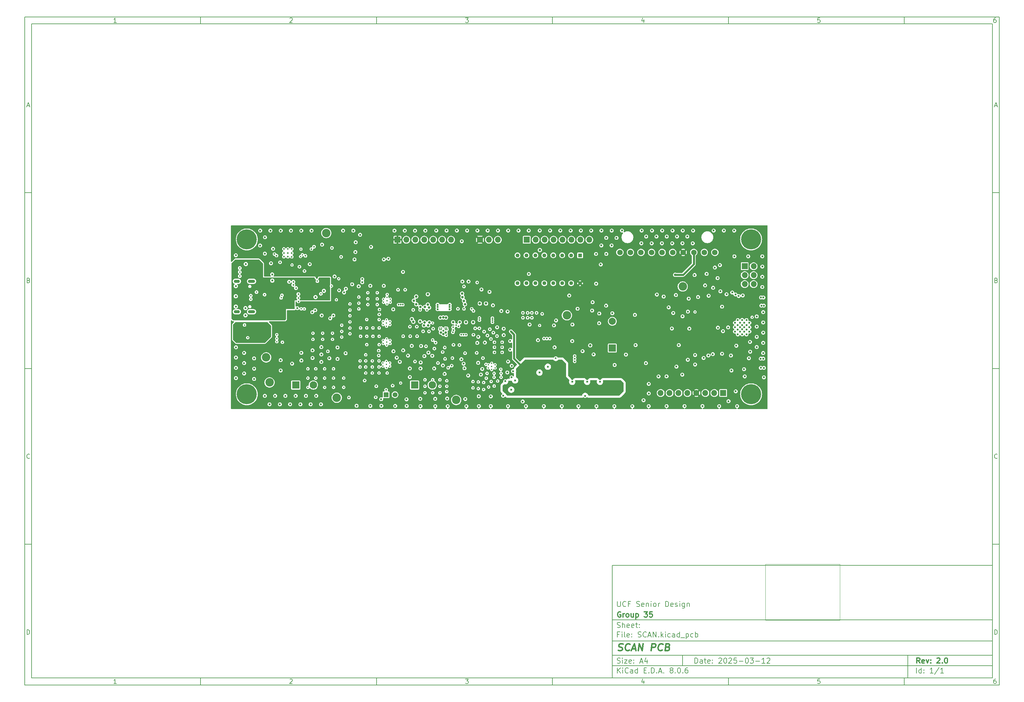
<source format=gbr>
G04 #@! TF.GenerationSoftware,KiCad,Pcbnew,8.0.6*
G04 #@! TF.CreationDate,2025-03-13T06:31:50-04:00*
G04 #@! TF.ProjectId,SCAN,5343414e-2e6b-4696-9361-645f70636258,2.0*
G04 #@! TF.SameCoordinates,Original*
G04 #@! TF.FileFunction,Copper,L3,Inr*
G04 #@! TF.FilePolarity,Positive*
%FSLAX46Y46*%
G04 Gerber Fmt 4.6, Leading zero omitted, Abs format (unit mm)*
G04 Created by KiCad (PCBNEW 8.0.6) date 2025-03-13 06:31:50*
%MOMM*%
%LPD*%
G01*
G04 APERTURE LIST*
%ADD10C,0.100000*%
%ADD11C,0.150000*%
%ADD12C,0.300000*%
%ADD13C,0.400000*%
G04 #@! TA.AperFunction,ComponentPad*
%ADD14C,1.574800*%
G04 #@! TD*
G04 #@! TA.AperFunction,ComponentPad*
%ADD15C,0.400000*%
G04 #@! TD*
G04 #@! TA.AperFunction,ComponentPad*
%ADD16R,2.000000X2.000000*%
G04 #@! TD*
G04 #@! TA.AperFunction,ComponentPad*
%ADD17C,2.000000*%
G04 #@! TD*
G04 #@! TA.AperFunction,ComponentPad*
%ADD18C,2.400000*%
G04 #@! TD*
G04 #@! TA.AperFunction,ComponentPad*
%ADD19R,1.700000X1.700000*%
G04 #@! TD*
G04 #@! TA.AperFunction,ComponentPad*
%ADD20O,1.700000X1.700000*%
G04 #@! TD*
G04 #@! TA.AperFunction,ComponentPad*
%ADD21R,2.100000X2.100000*%
G04 #@! TD*
G04 #@! TA.AperFunction,ComponentPad*
%ADD22C,2.100000*%
G04 #@! TD*
G04 #@! TA.AperFunction,ComponentPad*
%ADD23O,2.000000X0.900000*%
G04 #@! TD*
G04 #@! TA.AperFunction,ComponentPad*
%ADD24O,1.700000X0.900000*%
G04 #@! TD*
G04 #@! TA.AperFunction,ComponentPad*
%ADD25C,5.700000*%
G04 #@! TD*
G04 #@! TA.AperFunction,ComponentPad*
%ADD26R,1.416000X1.416000*%
G04 #@! TD*
G04 #@! TA.AperFunction,ComponentPad*
%ADD27C,1.416000*%
G04 #@! TD*
G04 #@! TA.AperFunction,ComponentPad*
%ADD28R,1.130000X1.130000*%
G04 #@! TD*
G04 #@! TA.AperFunction,ComponentPad*
%ADD29C,1.130000*%
G04 #@! TD*
G04 #@! TA.AperFunction,ViaPad*
%ADD30C,0.400000*%
G04 #@! TD*
G04 #@! TA.AperFunction,ViaPad*
%ADD31C,0.600000*%
G04 #@! TD*
G04 #@! TA.AperFunction,ViaPad*
%ADD32C,0.700000*%
G04 #@! TD*
G04 #@! TA.AperFunction,ViaPad*
%ADD33C,0.500000*%
G04 #@! TD*
G04 #@! TA.AperFunction,ViaPad*
%ADD34C,0.450000*%
G04 #@! TD*
G04 #@! TA.AperFunction,ViaPad*
%ADD35C,0.550000*%
G04 #@! TD*
G04 #@! TA.AperFunction,Conductor*
%ADD36C,0.600000*%
G04 #@! TD*
G04 APERTURE END LIST*
D10*
X220538867Y-165653700D02*
X220538867Y-181528700D01*
X241705533Y-181528700D01*
X241705533Y-165653700D01*
X220538867Y-165653700D01*
D11*
X177002200Y-166007200D02*
X285002200Y-166007200D01*
X285002200Y-198007200D01*
X177002200Y-198007200D01*
X177002200Y-166007200D01*
D10*
D11*
X10000000Y-10000000D02*
X287002200Y-10000000D01*
X287002200Y-200007200D01*
X10000000Y-200007200D01*
X10000000Y-10000000D01*
D10*
D11*
X12000000Y-12000000D02*
X285002200Y-12000000D01*
X285002200Y-198007200D01*
X12000000Y-198007200D01*
X12000000Y-12000000D01*
D10*
D11*
X60000000Y-12000000D02*
X60000000Y-10000000D01*
D10*
D11*
X110000000Y-12000000D02*
X110000000Y-10000000D01*
D10*
D11*
X160000000Y-12000000D02*
X160000000Y-10000000D01*
D10*
D11*
X210000000Y-12000000D02*
X210000000Y-10000000D01*
D10*
D11*
X260000000Y-12000000D02*
X260000000Y-10000000D01*
D10*
D11*
X36089160Y-11593604D02*
X35346303Y-11593604D01*
X35717731Y-11593604D02*
X35717731Y-10293604D01*
X35717731Y-10293604D02*
X35593922Y-10479319D01*
X35593922Y-10479319D02*
X35470112Y-10603128D01*
X35470112Y-10603128D02*
X35346303Y-10665033D01*
D10*
D11*
X85346303Y-10417414D02*
X85408207Y-10355509D01*
X85408207Y-10355509D02*
X85532017Y-10293604D01*
X85532017Y-10293604D02*
X85841541Y-10293604D01*
X85841541Y-10293604D02*
X85965350Y-10355509D01*
X85965350Y-10355509D02*
X86027255Y-10417414D01*
X86027255Y-10417414D02*
X86089160Y-10541223D01*
X86089160Y-10541223D02*
X86089160Y-10665033D01*
X86089160Y-10665033D02*
X86027255Y-10850747D01*
X86027255Y-10850747D02*
X85284398Y-11593604D01*
X85284398Y-11593604D02*
X86089160Y-11593604D01*
D10*
D11*
X135284398Y-10293604D02*
X136089160Y-10293604D01*
X136089160Y-10293604D02*
X135655826Y-10788842D01*
X135655826Y-10788842D02*
X135841541Y-10788842D01*
X135841541Y-10788842D02*
X135965350Y-10850747D01*
X135965350Y-10850747D02*
X136027255Y-10912652D01*
X136027255Y-10912652D02*
X136089160Y-11036461D01*
X136089160Y-11036461D02*
X136089160Y-11345985D01*
X136089160Y-11345985D02*
X136027255Y-11469795D01*
X136027255Y-11469795D02*
X135965350Y-11531700D01*
X135965350Y-11531700D02*
X135841541Y-11593604D01*
X135841541Y-11593604D02*
X135470112Y-11593604D01*
X135470112Y-11593604D02*
X135346303Y-11531700D01*
X135346303Y-11531700D02*
X135284398Y-11469795D01*
D10*
D11*
X185965350Y-10726938D02*
X185965350Y-11593604D01*
X185655826Y-10231700D02*
X185346303Y-11160271D01*
X185346303Y-11160271D02*
X186151064Y-11160271D01*
D10*
D11*
X236027255Y-10293604D02*
X235408207Y-10293604D01*
X235408207Y-10293604D02*
X235346303Y-10912652D01*
X235346303Y-10912652D02*
X235408207Y-10850747D01*
X235408207Y-10850747D02*
X235532017Y-10788842D01*
X235532017Y-10788842D02*
X235841541Y-10788842D01*
X235841541Y-10788842D02*
X235965350Y-10850747D01*
X235965350Y-10850747D02*
X236027255Y-10912652D01*
X236027255Y-10912652D02*
X236089160Y-11036461D01*
X236089160Y-11036461D02*
X236089160Y-11345985D01*
X236089160Y-11345985D02*
X236027255Y-11469795D01*
X236027255Y-11469795D02*
X235965350Y-11531700D01*
X235965350Y-11531700D02*
X235841541Y-11593604D01*
X235841541Y-11593604D02*
X235532017Y-11593604D01*
X235532017Y-11593604D02*
X235408207Y-11531700D01*
X235408207Y-11531700D02*
X235346303Y-11469795D01*
D10*
D11*
X285965350Y-10293604D02*
X285717731Y-10293604D01*
X285717731Y-10293604D02*
X285593922Y-10355509D01*
X285593922Y-10355509D02*
X285532017Y-10417414D01*
X285532017Y-10417414D02*
X285408207Y-10603128D01*
X285408207Y-10603128D02*
X285346303Y-10850747D01*
X285346303Y-10850747D02*
X285346303Y-11345985D01*
X285346303Y-11345985D02*
X285408207Y-11469795D01*
X285408207Y-11469795D02*
X285470112Y-11531700D01*
X285470112Y-11531700D02*
X285593922Y-11593604D01*
X285593922Y-11593604D02*
X285841541Y-11593604D01*
X285841541Y-11593604D02*
X285965350Y-11531700D01*
X285965350Y-11531700D02*
X286027255Y-11469795D01*
X286027255Y-11469795D02*
X286089160Y-11345985D01*
X286089160Y-11345985D02*
X286089160Y-11036461D01*
X286089160Y-11036461D02*
X286027255Y-10912652D01*
X286027255Y-10912652D02*
X285965350Y-10850747D01*
X285965350Y-10850747D02*
X285841541Y-10788842D01*
X285841541Y-10788842D02*
X285593922Y-10788842D01*
X285593922Y-10788842D02*
X285470112Y-10850747D01*
X285470112Y-10850747D02*
X285408207Y-10912652D01*
X285408207Y-10912652D02*
X285346303Y-11036461D01*
D10*
D11*
X60000000Y-198007200D02*
X60000000Y-200007200D01*
D10*
D11*
X110000000Y-198007200D02*
X110000000Y-200007200D01*
D10*
D11*
X160000000Y-198007200D02*
X160000000Y-200007200D01*
D10*
D11*
X210000000Y-198007200D02*
X210000000Y-200007200D01*
D10*
D11*
X260000000Y-198007200D02*
X260000000Y-200007200D01*
D10*
D11*
X36089160Y-199600804D02*
X35346303Y-199600804D01*
X35717731Y-199600804D02*
X35717731Y-198300804D01*
X35717731Y-198300804D02*
X35593922Y-198486519D01*
X35593922Y-198486519D02*
X35470112Y-198610328D01*
X35470112Y-198610328D02*
X35346303Y-198672233D01*
D10*
D11*
X85346303Y-198424614D02*
X85408207Y-198362709D01*
X85408207Y-198362709D02*
X85532017Y-198300804D01*
X85532017Y-198300804D02*
X85841541Y-198300804D01*
X85841541Y-198300804D02*
X85965350Y-198362709D01*
X85965350Y-198362709D02*
X86027255Y-198424614D01*
X86027255Y-198424614D02*
X86089160Y-198548423D01*
X86089160Y-198548423D02*
X86089160Y-198672233D01*
X86089160Y-198672233D02*
X86027255Y-198857947D01*
X86027255Y-198857947D02*
X85284398Y-199600804D01*
X85284398Y-199600804D02*
X86089160Y-199600804D01*
D10*
D11*
X135284398Y-198300804D02*
X136089160Y-198300804D01*
X136089160Y-198300804D02*
X135655826Y-198796042D01*
X135655826Y-198796042D02*
X135841541Y-198796042D01*
X135841541Y-198796042D02*
X135965350Y-198857947D01*
X135965350Y-198857947D02*
X136027255Y-198919852D01*
X136027255Y-198919852D02*
X136089160Y-199043661D01*
X136089160Y-199043661D02*
X136089160Y-199353185D01*
X136089160Y-199353185D02*
X136027255Y-199476995D01*
X136027255Y-199476995D02*
X135965350Y-199538900D01*
X135965350Y-199538900D02*
X135841541Y-199600804D01*
X135841541Y-199600804D02*
X135470112Y-199600804D01*
X135470112Y-199600804D02*
X135346303Y-199538900D01*
X135346303Y-199538900D02*
X135284398Y-199476995D01*
D10*
D11*
X185965350Y-198734138D02*
X185965350Y-199600804D01*
X185655826Y-198238900D02*
X185346303Y-199167471D01*
X185346303Y-199167471D02*
X186151064Y-199167471D01*
D10*
D11*
X236027255Y-198300804D02*
X235408207Y-198300804D01*
X235408207Y-198300804D02*
X235346303Y-198919852D01*
X235346303Y-198919852D02*
X235408207Y-198857947D01*
X235408207Y-198857947D02*
X235532017Y-198796042D01*
X235532017Y-198796042D02*
X235841541Y-198796042D01*
X235841541Y-198796042D02*
X235965350Y-198857947D01*
X235965350Y-198857947D02*
X236027255Y-198919852D01*
X236027255Y-198919852D02*
X236089160Y-199043661D01*
X236089160Y-199043661D02*
X236089160Y-199353185D01*
X236089160Y-199353185D02*
X236027255Y-199476995D01*
X236027255Y-199476995D02*
X235965350Y-199538900D01*
X235965350Y-199538900D02*
X235841541Y-199600804D01*
X235841541Y-199600804D02*
X235532017Y-199600804D01*
X235532017Y-199600804D02*
X235408207Y-199538900D01*
X235408207Y-199538900D02*
X235346303Y-199476995D01*
D10*
D11*
X285965350Y-198300804D02*
X285717731Y-198300804D01*
X285717731Y-198300804D02*
X285593922Y-198362709D01*
X285593922Y-198362709D02*
X285532017Y-198424614D01*
X285532017Y-198424614D02*
X285408207Y-198610328D01*
X285408207Y-198610328D02*
X285346303Y-198857947D01*
X285346303Y-198857947D02*
X285346303Y-199353185D01*
X285346303Y-199353185D02*
X285408207Y-199476995D01*
X285408207Y-199476995D02*
X285470112Y-199538900D01*
X285470112Y-199538900D02*
X285593922Y-199600804D01*
X285593922Y-199600804D02*
X285841541Y-199600804D01*
X285841541Y-199600804D02*
X285965350Y-199538900D01*
X285965350Y-199538900D02*
X286027255Y-199476995D01*
X286027255Y-199476995D02*
X286089160Y-199353185D01*
X286089160Y-199353185D02*
X286089160Y-199043661D01*
X286089160Y-199043661D02*
X286027255Y-198919852D01*
X286027255Y-198919852D02*
X285965350Y-198857947D01*
X285965350Y-198857947D02*
X285841541Y-198796042D01*
X285841541Y-198796042D02*
X285593922Y-198796042D01*
X285593922Y-198796042D02*
X285470112Y-198857947D01*
X285470112Y-198857947D02*
X285408207Y-198919852D01*
X285408207Y-198919852D02*
X285346303Y-199043661D01*
D10*
D11*
X10000000Y-60000000D02*
X12000000Y-60000000D01*
D10*
D11*
X10000000Y-110000000D02*
X12000000Y-110000000D01*
D10*
D11*
X10000000Y-160000000D02*
X12000000Y-160000000D01*
D10*
D11*
X10690476Y-35222176D02*
X11309523Y-35222176D01*
X10566666Y-35593604D02*
X10999999Y-34293604D01*
X10999999Y-34293604D02*
X11433333Y-35593604D01*
D10*
D11*
X11092857Y-84912652D02*
X11278571Y-84974557D01*
X11278571Y-84974557D02*
X11340476Y-85036461D01*
X11340476Y-85036461D02*
X11402380Y-85160271D01*
X11402380Y-85160271D02*
X11402380Y-85345985D01*
X11402380Y-85345985D02*
X11340476Y-85469795D01*
X11340476Y-85469795D02*
X11278571Y-85531700D01*
X11278571Y-85531700D02*
X11154761Y-85593604D01*
X11154761Y-85593604D02*
X10659523Y-85593604D01*
X10659523Y-85593604D02*
X10659523Y-84293604D01*
X10659523Y-84293604D02*
X11092857Y-84293604D01*
X11092857Y-84293604D02*
X11216666Y-84355509D01*
X11216666Y-84355509D02*
X11278571Y-84417414D01*
X11278571Y-84417414D02*
X11340476Y-84541223D01*
X11340476Y-84541223D02*
X11340476Y-84665033D01*
X11340476Y-84665033D02*
X11278571Y-84788842D01*
X11278571Y-84788842D02*
X11216666Y-84850747D01*
X11216666Y-84850747D02*
X11092857Y-84912652D01*
X11092857Y-84912652D02*
X10659523Y-84912652D01*
D10*
D11*
X11402380Y-135469795D02*
X11340476Y-135531700D01*
X11340476Y-135531700D02*
X11154761Y-135593604D01*
X11154761Y-135593604D02*
X11030952Y-135593604D01*
X11030952Y-135593604D02*
X10845238Y-135531700D01*
X10845238Y-135531700D02*
X10721428Y-135407890D01*
X10721428Y-135407890D02*
X10659523Y-135284080D01*
X10659523Y-135284080D02*
X10597619Y-135036461D01*
X10597619Y-135036461D02*
X10597619Y-134850747D01*
X10597619Y-134850747D02*
X10659523Y-134603128D01*
X10659523Y-134603128D02*
X10721428Y-134479319D01*
X10721428Y-134479319D02*
X10845238Y-134355509D01*
X10845238Y-134355509D02*
X11030952Y-134293604D01*
X11030952Y-134293604D02*
X11154761Y-134293604D01*
X11154761Y-134293604D02*
X11340476Y-134355509D01*
X11340476Y-134355509D02*
X11402380Y-134417414D01*
D10*
D11*
X10659523Y-185593604D02*
X10659523Y-184293604D01*
X10659523Y-184293604D02*
X10969047Y-184293604D01*
X10969047Y-184293604D02*
X11154761Y-184355509D01*
X11154761Y-184355509D02*
X11278571Y-184479319D01*
X11278571Y-184479319D02*
X11340476Y-184603128D01*
X11340476Y-184603128D02*
X11402380Y-184850747D01*
X11402380Y-184850747D02*
X11402380Y-185036461D01*
X11402380Y-185036461D02*
X11340476Y-185284080D01*
X11340476Y-185284080D02*
X11278571Y-185407890D01*
X11278571Y-185407890D02*
X11154761Y-185531700D01*
X11154761Y-185531700D02*
X10969047Y-185593604D01*
X10969047Y-185593604D02*
X10659523Y-185593604D01*
D10*
D11*
X287002200Y-60000000D02*
X285002200Y-60000000D01*
D10*
D11*
X287002200Y-110000000D02*
X285002200Y-110000000D01*
D10*
D11*
X287002200Y-160000000D02*
X285002200Y-160000000D01*
D10*
D11*
X285692676Y-35222176D02*
X286311723Y-35222176D01*
X285568866Y-35593604D02*
X286002199Y-34293604D01*
X286002199Y-34293604D02*
X286435533Y-35593604D01*
D10*
D11*
X286095057Y-84912652D02*
X286280771Y-84974557D01*
X286280771Y-84974557D02*
X286342676Y-85036461D01*
X286342676Y-85036461D02*
X286404580Y-85160271D01*
X286404580Y-85160271D02*
X286404580Y-85345985D01*
X286404580Y-85345985D02*
X286342676Y-85469795D01*
X286342676Y-85469795D02*
X286280771Y-85531700D01*
X286280771Y-85531700D02*
X286156961Y-85593604D01*
X286156961Y-85593604D02*
X285661723Y-85593604D01*
X285661723Y-85593604D02*
X285661723Y-84293604D01*
X285661723Y-84293604D02*
X286095057Y-84293604D01*
X286095057Y-84293604D02*
X286218866Y-84355509D01*
X286218866Y-84355509D02*
X286280771Y-84417414D01*
X286280771Y-84417414D02*
X286342676Y-84541223D01*
X286342676Y-84541223D02*
X286342676Y-84665033D01*
X286342676Y-84665033D02*
X286280771Y-84788842D01*
X286280771Y-84788842D02*
X286218866Y-84850747D01*
X286218866Y-84850747D02*
X286095057Y-84912652D01*
X286095057Y-84912652D02*
X285661723Y-84912652D01*
D10*
D11*
X286404580Y-135469795D02*
X286342676Y-135531700D01*
X286342676Y-135531700D02*
X286156961Y-135593604D01*
X286156961Y-135593604D02*
X286033152Y-135593604D01*
X286033152Y-135593604D02*
X285847438Y-135531700D01*
X285847438Y-135531700D02*
X285723628Y-135407890D01*
X285723628Y-135407890D02*
X285661723Y-135284080D01*
X285661723Y-135284080D02*
X285599819Y-135036461D01*
X285599819Y-135036461D02*
X285599819Y-134850747D01*
X285599819Y-134850747D02*
X285661723Y-134603128D01*
X285661723Y-134603128D02*
X285723628Y-134479319D01*
X285723628Y-134479319D02*
X285847438Y-134355509D01*
X285847438Y-134355509D02*
X286033152Y-134293604D01*
X286033152Y-134293604D02*
X286156961Y-134293604D01*
X286156961Y-134293604D02*
X286342676Y-134355509D01*
X286342676Y-134355509D02*
X286404580Y-134417414D01*
D10*
D11*
X285661723Y-185593604D02*
X285661723Y-184293604D01*
X285661723Y-184293604D02*
X285971247Y-184293604D01*
X285971247Y-184293604D02*
X286156961Y-184355509D01*
X286156961Y-184355509D02*
X286280771Y-184479319D01*
X286280771Y-184479319D02*
X286342676Y-184603128D01*
X286342676Y-184603128D02*
X286404580Y-184850747D01*
X286404580Y-184850747D02*
X286404580Y-185036461D01*
X286404580Y-185036461D02*
X286342676Y-185284080D01*
X286342676Y-185284080D02*
X286280771Y-185407890D01*
X286280771Y-185407890D02*
X286156961Y-185531700D01*
X286156961Y-185531700D02*
X285971247Y-185593604D01*
X285971247Y-185593604D02*
X285661723Y-185593604D01*
D10*
D11*
X200458026Y-193793328D02*
X200458026Y-192293328D01*
X200458026Y-192293328D02*
X200815169Y-192293328D01*
X200815169Y-192293328D02*
X201029455Y-192364757D01*
X201029455Y-192364757D02*
X201172312Y-192507614D01*
X201172312Y-192507614D02*
X201243741Y-192650471D01*
X201243741Y-192650471D02*
X201315169Y-192936185D01*
X201315169Y-192936185D02*
X201315169Y-193150471D01*
X201315169Y-193150471D02*
X201243741Y-193436185D01*
X201243741Y-193436185D02*
X201172312Y-193579042D01*
X201172312Y-193579042D02*
X201029455Y-193721900D01*
X201029455Y-193721900D02*
X200815169Y-193793328D01*
X200815169Y-193793328D02*
X200458026Y-193793328D01*
X202600884Y-193793328D02*
X202600884Y-193007614D01*
X202600884Y-193007614D02*
X202529455Y-192864757D01*
X202529455Y-192864757D02*
X202386598Y-192793328D01*
X202386598Y-192793328D02*
X202100884Y-192793328D01*
X202100884Y-192793328D02*
X201958026Y-192864757D01*
X202600884Y-193721900D02*
X202458026Y-193793328D01*
X202458026Y-193793328D02*
X202100884Y-193793328D01*
X202100884Y-193793328D02*
X201958026Y-193721900D01*
X201958026Y-193721900D02*
X201886598Y-193579042D01*
X201886598Y-193579042D02*
X201886598Y-193436185D01*
X201886598Y-193436185D02*
X201958026Y-193293328D01*
X201958026Y-193293328D02*
X202100884Y-193221900D01*
X202100884Y-193221900D02*
X202458026Y-193221900D01*
X202458026Y-193221900D02*
X202600884Y-193150471D01*
X203100884Y-192793328D02*
X203672312Y-192793328D01*
X203315169Y-192293328D02*
X203315169Y-193579042D01*
X203315169Y-193579042D02*
X203386598Y-193721900D01*
X203386598Y-193721900D02*
X203529455Y-193793328D01*
X203529455Y-193793328D02*
X203672312Y-193793328D01*
X204743741Y-193721900D02*
X204600884Y-193793328D01*
X204600884Y-193793328D02*
X204315170Y-193793328D01*
X204315170Y-193793328D02*
X204172312Y-193721900D01*
X204172312Y-193721900D02*
X204100884Y-193579042D01*
X204100884Y-193579042D02*
X204100884Y-193007614D01*
X204100884Y-193007614D02*
X204172312Y-192864757D01*
X204172312Y-192864757D02*
X204315170Y-192793328D01*
X204315170Y-192793328D02*
X204600884Y-192793328D01*
X204600884Y-192793328D02*
X204743741Y-192864757D01*
X204743741Y-192864757D02*
X204815170Y-193007614D01*
X204815170Y-193007614D02*
X204815170Y-193150471D01*
X204815170Y-193150471D02*
X204100884Y-193293328D01*
X205458026Y-193650471D02*
X205529455Y-193721900D01*
X205529455Y-193721900D02*
X205458026Y-193793328D01*
X205458026Y-193793328D02*
X205386598Y-193721900D01*
X205386598Y-193721900D02*
X205458026Y-193650471D01*
X205458026Y-193650471D02*
X205458026Y-193793328D01*
X205458026Y-192864757D02*
X205529455Y-192936185D01*
X205529455Y-192936185D02*
X205458026Y-193007614D01*
X205458026Y-193007614D02*
X205386598Y-192936185D01*
X205386598Y-192936185D02*
X205458026Y-192864757D01*
X205458026Y-192864757D02*
X205458026Y-193007614D01*
X207243741Y-192436185D02*
X207315169Y-192364757D01*
X207315169Y-192364757D02*
X207458027Y-192293328D01*
X207458027Y-192293328D02*
X207815169Y-192293328D01*
X207815169Y-192293328D02*
X207958027Y-192364757D01*
X207958027Y-192364757D02*
X208029455Y-192436185D01*
X208029455Y-192436185D02*
X208100884Y-192579042D01*
X208100884Y-192579042D02*
X208100884Y-192721900D01*
X208100884Y-192721900D02*
X208029455Y-192936185D01*
X208029455Y-192936185D02*
X207172312Y-193793328D01*
X207172312Y-193793328D02*
X208100884Y-193793328D01*
X209029455Y-192293328D02*
X209172312Y-192293328D01*
X209172312Y-192293328D02*
X209315169Y-192364757D01*
X209315169Y-192364757D02*
X209386598Y-192436185D01*
X209386598Y-192436185D02*
X209458026Y-192579042D01*
X209458026Y-192579042D02*
X209529455Y-192864757D01*
X209529455Y-192864757D02*
X209529455Y-193221900D01*
X209529455Y-193221900D02*
X209458026Y-193507614D01*
X209458026Y-193507614D02*
X209386598Y-193650471D01*
X209386598Y-193650471D02*
X209315169Y-193721900D01*
X209315169Y-193721900D02*
X209172312Y-193793328D01*
X209172312Y-193793328D02*
X209029455Y-193793328D01*
X209029455Y-193793328D02*
X208886598Y-193721900D01*
X208886598Y-193721900D02*
X208815169Y-193650471D01*
X208815169Y-193650471D02*
X208743740Y-193507614D01*
X208743740Y-193507614D02*
X208672312Y-193221900D01*
X208672312Y-193221900D02*
X208672312Y-192864757D01*
X208672312Y-192864757D02*
X208743740Y-192579042D01*
X208743740Y-192579042D02*
X208815169Y-192436185D01*
X208815169Y-192436185D02*
X208886598Y-192364757D01*
X208886598Y-192364757D02*
X209029455Y-192293328D01*
X210100883Y-192436185D02*
X210172311Y-192364757D01*
X210172311Y-192364757D02*
X210315169Y-192293328D01*
X210315169Y-192293328D02*
X210672311Y-192293328D01*
X210672311Y-192293328D02*
X210815169Y-192364757D01*
X210815169Y-192364757D02*
X210886597Y-192436185D01*
X210886597Y-192436185D02*
X210958026Y-192579042D01*
X210958026Y-192579042D02*
X210958026Y-192721900D01*
X210958026Y-192721900D02*
X210886597Y-192936185D01*
X210886597Y-192936185D02*
X210029454Y-193793328D01*
X210029454Y-193793328D02*
X210958026Y-193793328D01*
X212315168Y-192293328D02*
X211600882Y-192293328D01*
X211600882Y-192293328D02*
X211529454Y-193007614D01*
X211529454Y-193007614D02*
X211600882Y-192936185D01*
X211600882Y-192936185D02*
X211743740Y-192864757D01*
X211743740Y-192864757D02*
X212100882Y-192864757D01*
X212100882Y-192864757D02*
X212243740Y-192936185D01*
X212243740Y-192936185D02*
X212315168Y-193007614D01*
X212315168Y-193007614D02*
X212386597Y-193150471D01*
X212386597Y-193150471D02*
X212386597Y-193507614D01*
X212386597Y-193507614D02*
X212315168Y-193650471D01*
X212315168Y-193650471D02*
X212243740Y-193721900D01*
X212243740Y-193721900D02*
X212100882Y-193793328D01*
X212100882Y-193793328D02*
X211743740Y-193793328D01*
X211743740Y-193793328D02*
X211600882Y-193721900D01*
X211600882Y-193721900D02*
X211529454Y-193650471D01*
X213029453Y-193221900D02*
X214172311Y-193221900D01*
X215172311Y-192293328D02*
X215315168Y-192293328D01*
X215315168Y-192293328D02*
X215458025Y-192364757D01*
X215458025Y-192364757D02*
X215529454Y-192436185D01*
X215529454Y-192436185D02*
X215600882Y-192579042D01*
X215600882Y-192579042D02*
X215672311Y-192864757D01*
X215672311Y-192864757D02*
X215672311Y-193221900D01*
X215672311Y-193221900D02*
X215600882Y-193507614D01*
X215600882Y-193507614D02*
X215529454Y-193650471D01*
X215529454Y-193650471D02*
X215458025Y-193721900D01*
X215458025Y-193721900D02*
X215315168Y-193793328D01*
X215315168Y-193793328D02*
X215172311Y-193793328D01*
X215172311Y-193793328D02*
X215029454Y-193721900D01*
X215029454Y-193721900D02*
X214958025Y-193650471D01*
X214958025Y-193650471D02*
X214886596Y-193507614D01*
X214886596Y-193507614D02*
X214815168Y-193221900D01*
X214815168Y-193221900D02*
X214815168Y-192864757D01*
X214815168Y-192864757D02*
X214886596Y-192579042D01*
X214886596Y-192579042D02*
X214958025Y-192436185D01*
X214958025Y-192436185D02*
X215029454Y-192364757D01*
X215029454Y-192364757D02*
X215172311Y-192293328D01*
X216172310Y-192293328D02*
X217100882Y-192293328D01*
X217100882Y-192293328D02*
X216600882Y-192864757D01*
X216600882Y-192864757D02*
X216815167Y-192864757D01*
X216815167Y-192864757D02*
X216958025Y-192936185D01*
X216958025Y-192936185D02*
X217029453Y-193007614D01*
X217029453Y-193007614D02*
X217100882Y-193150471D01*
X217100882Y-193150471D02*
X217100882Y-193507614D01*
X217100882Y-193507614D02*
X217029453Y-193650471D01*
X217029453Y-193650471D02*
X216958025Y-193721900D01*
X216958025Y-193721900D02*
X216815167Y-193793328D01*
X216815167Y-193793328D02*
X216386596Y-193793328D01*
X216386596Y-193793328D02*
X216243739Y-193721900D01*
X216243739Y-193721900D02*
X216172310Y-193650471D01*
X217743738Y-193221900D02*
X218886596Y-193221900D01*
X220386596Y-193793328D02*
X219529453Y-193793328D01*
X219958024Y-193793328D02*
X219958024Y-192293328D01*
X219958024Y-192293328D02*
X219815167Y-192507614D01*
X219815167Y-192507614D02*
X219672310Y-192650471D01*
X219672310Y-192650471D02*
X219529453Y-192721900D01*
X220958024Y-192436185D02*
X221029452Y-192364757D01*
X221029452Y-192364757D02*
X221172310Y-192293328D01*
X221172310Y-192293328D02*
X221529452Y-192293328D01*
X221529452Y-192293328D02*
X221672310Y-192364757D01*
X221672310Y-192364757D02*
X221743738Y-192436185D01*
X221743738Y-192436185D02*
X221815167Y-192579042D01*
X221815167Y-192579042D02*
X221815167Y-192721900D01*
X221815167Y-192721900D02*
X221743738Y-192936185D01*
X221743738Y-192936185D02*
X220886595Y-193793328D01*
X220886595Y-193793328D02*
X221815167Y-193793328D01*
D10*
D11*
X177002200Y-194507200D02*
X285002200Y-194507200D01*
D10*
D11*
X178458026Y-196593328D02*
X178458026Y-195093328D01*
X179315169Y-196593328D02*
X178672312Y-195736185D01*
X179315169Y-195093328D02*
X178458026Y-195950471D01*
X179958026Y-196593328D02*
X179958026Y-195593328D01*
X179958026Y-195093328D02*
X179886598Y-195164757D01*
X179886598Y-195164757D02*
X179958026Y-195236185D01*
X179958026Y-195236185D02*
X180029455Y-195164757D01*
X180029455Y-195164757D02*
X179958026Y-195093328D01*
X179958026Y-195093328D02*
X179958026Y-195236185D01*
X181529455Y-196450471D02*
X181458027Y-196521900D01*
X181458027Y-196521900D02*
X181243741Y-196593328D01*
X181243741Y-196593328D02*
X181100884Y-196593328D01*
X181100884Y-196593328D02*
X180886598Y-196521900D01*
X180886598Y-196521900D02*
X180743741Y-196379042D01*
X180743741Y-196379042D02*
X180672312Y-196236185D01*
X180672312Y-196236185D02*
X180600884Y-195950471D01*
X180600884Y-195950471D02*
X180600884Y-195736185D01*
X180600884Y-195736185D02*
X180672312Y-195450471D01*
X180672312Y-195450471D02*
X180743741Y-195307614D01*
X180743741Y-195307614D02*
X180886598Y-195164757D01*
X180886598Y-195164757D02*
X181100884Y-195093328D01*
X181100884Y-195093328D02*
X181243741Y-195093328D01*
X181243741Y-195093328D02*
X181458027Y-195164757D01*
X181458027Y-195164757D02*
X181529455Y-195236185D01*
X182815170Y-196593328D02*
X182815170Y-195807614D01*
X182815170Y-195807614D02*
X182743741Y-195664757D01*
X182743741Y-195664757D02*
X182600884Y-195593328D01*
X182600884Y-195593328D02*
X182315170Y-195593328D01*
X182315170Y-195593328D02*
X182172312Y-195664757D01*
X182815170Y-196521900D02*
X182672312Y-196593328D01*
X182672312Y-196593328D02*
X182315170Y-196593328D01*
X182315170Y-196593328D02*
X182172312Y-196521900D01*
X182172312Y-196521900D02*
X182100884Y-196379042D01*
X182100884Y-196379042D02*
X182100884Y-196236185D01*
X182100884Y-196236185D02*
X182172312Y-196093328D01*
X182172312Y-196093328D02*
X182315170Y-196021900D01*
X182315170Y-196021900D02*
X182672312Y-196021900D01*
X182672312Y-196021900D02*
X182815170Y-195950471D01*
X184172313Y-196593328D02*
X184172313Y-195093328D01*
X184172313Y-196521900D02*
X184029455Y-196593328D01*
X184029455Y-196593328D02*
X183743741Y-196593328D01*
X183743741Y-196593328D02*
X183600884Y-196521900D01*
X183600884Y-196521900D02*
X183529455Y-196450471D01*
X183529455Y-196450471D02*
X183458027Y-196307614D01*
X183458027Y-196307614D02*
X183458027Y-195879042D01*
X183458027Y-195879042D02*
X183529455Y-195736185D01*
X183529455Y-195736185D02*
X183600884Y-195664757D01*
X183600884Y-195664757D02*
X183743741Y-195593328D01*
X183743741Y-195593328D02*
X184029455Y-195593328D01*
X184029455Y-195593328D02*
X184172313Y-195664757D01*
X186029455Y-195807614D02*
X186529455Y-195807614D01*
X186743741Y-196593328D02*
X186029455Y-196593328D01*
X186029455Y-196593328D02*
X186029455Y-195093328D01*
X186029455Y-195093328D02*
X186743741Y-195093328D01*
X187386598Y-196450471D02*
X187458027Y-196521900D01*
X187458027Y-196521900D02*
X187386598Y-196593328D01*
X187386598Y-196593328D02*
X187315170Y-196521900D01*
X187315170Y-196521900D02*
X187386598Y-196450471D01*
X187386598Y-196450471D02*
X187386598Y-196593328D01*
X188100884Y-196593328D02*
X188100884Y-195093328D01*
X188100884Y-195093328D02*
X188458027Y-195093328D01*
X188458027Y-195093328D02*
X188672313Y-195164757D01*
X188672313Y-195164757D02*
X188815170Y-195307614D01*
X188815170Y-195307614D02*
X188886599Y-195450471D01*
X188886599Y-195450471D02*
X188958027Y-195736185D01*
X188958027Y-195736185D02*
X188958027Y-195950471D01*
X188958027Y-195950471D02*
X188886599Y-196236185D01*
X188886599Y-196236185D02*
X188815170Y-196379042D01*
X188815170Y-196379042D02*
X188672313Y-196521900D01*
X188672313Y-196521900D02*
X188458027Y-196593328D01*
X188458027Y-196593328D02*
X188100884Y-196593328D01*
X189600884Y-196450471D02*
X189672313Y-196521900D01*
X189672313Y-196521900D02*
X189600884Y-196593328D01*
X189600884Y-196593328D02*
X189529456Y-196521900D01*
X189529456Y-196521900D02*
X189600884Y-196450471D01*
X189600884Y-196450471D02*
X189600884Y-196593328D01*
X190243742Y-196164757D02*
X190958028Y-196164757D01*
X190100885Y-196593328D02*
X190600885Y-195093328D01*
X190600885Y-195093328D02*
X191100885Y-196593328D01*
X191600884Y-196450471D02*
X191672313Y-196521900D01*
X191672313Y-196521900D02*
X191600884Y-196593328D01*
X191600884Y-196593328D02*
X191529456Y-196521900D01*
X191529456Y-196521900D02*
X191600884Y-196450471D01*
X191600884Y-196450471D02*
X191600884Y-196593328D01*
X193672313Y-195736185D02*
X193529456Y-195664757D01*
X193529456Y-195664757D02*
X193458027Y-195593328D01*
X193458027Y-195593328D02*
X193386599Y-195450471D01*
X193386599Y-195450471D02*
X193386599Y-195379042D01*
X193386599Y-195379042D02*
X193458027Y-195236185D01*
X193458027Y-195236185D02*
X193529456Y-195164757D01*
X193529456Y-195164757D02*
X193672313Y-195093328D01*
X193672313Y-195093328D02*
X193958027Y-195093328D01*
X193958027Y-195093328D02*
X194100885Y-195164757D01*
X194100885Y-195164757D02*
X194172313Y-195236185D01*
X194172313Y-195236185D02*
X194243742Y-195379042D01*
X194243742Y-195379042D02*
X194243742Y-195450471D01*
X194243742Y-195450471D02*
X194172313Y-195593328D01*
X194172313Y-195593328D02*
X194100885Y-195664757D01*
X194100885Y-195664757D02*
X193958027Y-195736185D01*
X193958027Y-195736185D02*
X193672313Y-195736185D01*
X193672313Y-195736185D02*
X193529456Y-195807614D01*
X193529456Y-195807614D02*
X193458027Y-195879042D01*
X193458027Y-195879042D02*
X193386599Y-196021900D01*
X193386599Y-196021900D02*
X193386599Y-196307614D01*
X193386599Y-196307614D02*
X193458027Y-196450471D01*
X193458027Y-196450471D02*
X193529456Y-196521900D01*
X193529456Y-196521900D02*
X193672313Y-196593328D01*
X193672313Y-196593328D02*
X193958027Y-196593328D01*
X193958027Y-196593328D02*
X194100885Y-196521900D01*
X194100885Y-196521900D02*
X194172313Y-196450471D01*
X194172313Y-196450471D02*
X194243742Y-196307614D01*
X194243742Y-196307614D02*
X194243742Y-196021900D01*
X194243742Y-196021900D02*
X194172313Y-195879042D01*
X194172313Y-195879042D02*
X194100885Y-195807614D01*
X194100885Y-195807614D02*
X193958027Y-195736185D01*
X194886598Y-196450471D02*
X194958027Y-196521900D01*
X194958027Y-196521900D02*
X194886598Y-196593328D01*
X194886598Y-196593328D02*
X194815170Y-196521900D01*
X194815170Y-196521900D02*
X194886598Y-196450471D01*
X194886598Y-196450471D02*
X194886598Y-196593328D01*
X195886599Y-195093328D02*
X196029456Y-195093328D01*
X196029456Y-195093328D02*
X196172313Y-195164757D01*
X196172313Y-195164757D02*
X196243742Y-195236185D01*
X196243742Y-195236185D02*
X196315170Y-195379042D01*
X196315170Y-195379042D02*
X196386599Y-195664757D01*
X196386599Y-195664757D02*
X196386599Y-196021900D01*
X196386599Y-196021900D02*
X196315170Y-196307614D01*
X196315170Y-196307614D02*
X196243742Y-196450471D01*
X196243742Y-196450471D02*
X196172313Y-196521900D01*
X196172313Y-196521900D02*
X196029456Y-196593328D01*
X196029456Y-196593328D02*
X195886599Y-196593328D01*
X195886599Y-196593328D02*
X195743742Y-196521900D01*
X195743742Y-196521900D02*
X195672313Y-196450471D01*
X195672313Y-196450471D02*
X195600884Y-196307614D01*
X195600884Y-196307614D02*
X195529456Y-196021900D01*
X195529456Y-196021900D02*
X195529456Y-195664757D01*
X195529456Y-195664757D02*
X195600884Y-195379042D01*
X195600884Y-195379042D02*
X195672313Y-195236185D01*
X195672313Y-195236185D02*
X195743742Y-195164757D01*
X195743742Y-195164757D02*
X195886599Y-195093328D01*
X197029455Y-196450471D02*
X197100884Y-196521900D01*
X197100884Y-196521900D02*
X197029455Y-196593328D01*
X197029455Y-196593328D02*
X196958027Y-196521900D01*
X196958027Y-196521900D02*
X197029455Y-196450471D01*
X197029455Y-196450471D02*
X197029455Y-196593328D01*
X198386599Y-195093328D02*
X198100884Y-195093328D01*
X198100884Y-195093328D02*
X197958027Y-195164757D01*
X197958027Y-195164757D02*
X197886599Y-195236185D01*
X197886599Y-195236185D02*
X197743741Y-195450471D01*
X197743741Y-195450471D02*
X197672313Y-195736185D01*
X197672313Y-195736185D02*
X197672313Y-196307614D01*
X197672313Y-196307614D02*
X197743741Y-196450471D01*
X197743741Y-196450471D02*
X197815170Y-196521900D01*
X197815170Y-196521900D02*
X197958027Y-196593328D01*
X197958027Y-196593328D02*
X198243741Y-196593328D01*
X198243741Y-196593328D02*
X198386599Y-196521900D01*
X198386599Y-196521900D02*
X198458027Y-196450471D01*
X198458027Y-196450471D02*
X198529456Y-196307614D01*
X198529456Y-196307614D02*
X198529456Y-195950471D01*
X198529456Y-195950471D02*
X198458027Y-195807614D01*
X198458027Y-195807614D02*
X198386599Y-195736185D01*
X198386599Y-195736185D02*
X198243741Y-195664757D01*
X198243741Y-195664757D02*
X197958027Y-195664757D01*
X197958027Y-195664757D02*
X197815170Y-195736185D01*
X197815170Y-195736185D02*
X197743741Y-195807614D01*
X197743741Y-195807614D02*
X197672313Y-195950471D01*
D10*
D11*
X177002200Y-191507200D02*
X285002200Y-191507200D01*
D10*
D12*
X264413853Y-193785528D02*
X263913853Y-193071242D01*
X263556710Y-193785528D02*
X263556710Y-192285528D01*
X263556710Y-192285528D02*
X264128139Y-192285528D01*
X264128139Y-192285528D02*
X264270996Y-192356957D01*
X264270996Y-192356957D02*
X264342425Y-192428385D01*
X264342425Y-192428385D02*
X264413853Y-192571242D01*
X264413853Y-192571242D02*
X264413853Y-192785528D01*
X264413853Y-192785528D02*
X264342425Y-192928385D01*
X264342425Y-192928385D02*
X264270996Y-192999814D01*
X264270996Y-192999814D02*
X264128139Y-193071242D01*
X264128139Y-193071242D02*
X263556710Y-193071242D01*
X265628139Y-193714100D02*
X265485282Y-193785528D01*
X265485282Y-193785528D02*
X265199568Y-193785528D01*
X265199568Y-193785528D02*
X265056710Y-193714100D01*
X265056710Y-193714100D02*
X264985282Y-193571242D01*
X264985282Y-193571242D02*
X264985282Y-192999814D01*
X264985282Y-192999814D02*
X265056710Y-192856957D01*
X265056710Y-192856957D02*
X265199568Y-192785528D01*
X265199568Y-192785528D02*
X265485282Y-192785528D01*
X265485282Y-192785528D02*
X265628139Y-192856957D01*
X265628139Y-192856957D02*
X265699568Y-192999814D01*
X265699568Y-192999814D02*
X265699568Y-193142671D01*
X265699568Y-193142671D02*
X264985282Y-193285528D01*
X266199567Y-192785528D02*
X266556710Y-193785528D01*
X266556710Y-193785528D02*
X266913853Y-192785528D01*
X267485281Y-193642671D02*
X267556710Y-193714100D01*
X267556710Y-193714100D02*
X267485281Y-193785528D01*
X267485281Y-193785528D02*
X267413853Y-193714100D01*
X267413853Y-193714100D02*
X267485281Y-193642671D01*
X267485281Y-193642671D02*
X267485281Y-193785528D01*
X267485281Y-192856957D02*
X267556710Y-192928385D01*
X267556710Y-192928385D02*
X267485281Y-192999814D01*
X267485281Y-192999814D02*
X267413853Y-192928385D01*
X267413853Y-192928385D02*
X267485281Y-192856957D01*
X267485281Y-192856957D02*
X267485281Y-192999814D01*
X269270996Y-192428385D02*
X269342424Y-192356957D01*
X269342424Y-192356957D02*
X269485282Y-192285528D01*
X269485282Y-192285528D02*
X269842424Y-192285528D01*
X269842424Y-192285528D02*
X269985282Y-192356957D01*
X269985282Y-192356957D02*
X270056710Y-192428385D01*
X270056710Y-192428385D02*
X270128139Y-192571242D01*
X270128139Y-192571242D02*
X270128139Y-192714100D01*
X270128139Y-192714100D02*
X270056710Y-192928385D01*
X270056710Y-192928385D02*
X269199567Y-193785528D01*
X269199567Y-193785528D02*
X270128139Y-193785528D01*
X270770995Y-193642671D02*
X270842424Y-193714100D01*
X270842424Y-193714100D02*
X270770995Y-193785528D01*
X270770995Y-193785528D02*
X270699567Y-193714100D01*
X270699567Y-193714100D02*
X270770995Y-193642671D01*
X270770995Y-193642671D02*
X270770995Y-193785528D01*
X271770996Y-192285528D02*
X271913853Y-192285528D01*
X271913853Y-192285528D02*
X272056710Y-192356957D01*
X272056710Y-192356957D02*
X272128139Y-192428385D01*
X272128139Y-192428385D02*
X272199567Y-192571242D01*
X272199567Y-192571242D02*
X272270996Y-192856957D01*
X272270996Y-192856957D02*
X272270996Y-193214100D01*
X272270996Y-193214100D02*
X272199567Y-193499814D01*
X272199567Y-193499814D02*
X272128139Y-193642671D01*
X272128139Y-193642671D02*
X272056710Y-193714100D01*
X272056710Y-193714100D02*
X271913853Y-193785528D01*
X271913853Y-193785528D02*
X271770996Y-193785528D01*
X271770996Y-193785528D02*
X271628139Y-193714100D01*
X271628139Y-193714100D02*
X271556710Y-193642671D01*
X271556710Y-193642671D02*
X271485281Y-193499814D01*
X271485281Y-193499814D02*
X271413853Y-193214100D01*
X271413853Y-193214100D02*
X271413853Y-192856957D01*
X271413853Y-192856957D02*
X271485281Y-192571242D01*
X271485281Y-192571242D02*
X271556710Y-192428385D01*
X271556710Y-192428385D02*
X271628139Y-192356957D01*
X271628139Y-192356957D02*
X271770996Y-192285528D01*
D10*
D11*
X178386598Y-193721900D02*
X178600884Y-193793328D01*
X178600884Y-193793328D02*
X178958026Y-193793328D01*
X178958026Y-193793328D02*
X179100884Y-193721900D01*
X179100884Y-193721900D02*
X179172312Y-193650471D01*
X179172312Y-193650471D02*
X179243741Y-193507614D01*
X179243741Y-193507614D02*
X179243741Y-193364757D01*
X179243741Y-193364757D02*
X179172312Y-193221900D01*
X179172312Y-193221900D02*
X179100884Y-193150471D01*
X179100884Y-193150471D02*
X178958026Y-193079042D01*
X178958026Y-193079042D02*
X178672312Y-193007614D01*
X178672312Y-193007614D02*
X178529455Y-192936185D01*
X178529455Y-192936185D02*
X178458026Y-192864757D01*
X178458026Y-192864757D02*
X178386598Y-192721900D01*
X178386598Y-192721900D02*
X178386598Y-192579042D01*
X178386598Y-192579042D02*
X178458026Y-192436185D01*
X178458026Y-192436185D02*
X178529455Y-192364757D01*
X178529455Y-192364757D02*
X178672312Y-192293328D01*
X178672312Y-192293328D02*
X179029455Y-192293328D01*
X179029455Y-192293328D02*
X179243741Y-192364757D01*
X179886597Y-193793328D02*
X179886597Y-192793328D01*
X179886597Y-192293328D02*
X179815169Y-192364757D01*
X179815169Y-192364757D02*
X179886597Y-192436185D01*
X179886597Y-192436185D02*
X179958026Y-192364757D01*
X179958026Y-192364757D02*
X179886597Y-192293328D01*
X179886597Y-192293328D02*
X179886597Y-192436185D01*
X180458026Y-192793328D02*
X181243741Y-192793328D01*
X181243741Y-192793328D02*
X180458026Y-193793328D01*
X180458026Y-193793328D02*
X181243741Y-193793328D01*
X182386598Y-193721900D02*
X182243741Y-193793328D01*
X182243741Y-193793328D02*
X181958027Y-193793328D01*
X181958027Y-193793328D02*
X181815169Y-193721900D01*
X181815169Y-193721900D02*
X181743741Y-193579042D01*
X181743741Y-193579042D02*
X181743741Y-193007614D01*
X181743741Y-193007614D02*
X181815169Y-192864757D01*
X181815169Y-192864757D02*
X181958027Y-192793328D01*
X181958027Y-192793328D02*
X182243741Y-192793328D01*
X182243741Y-192793328D02*
X182386598Y-192864757D01*
X182386598Y-192864757D02*
X182458027Y-193007614D01*
X182458027Y-193007614D02*
X182458027Y-193150471D01*
X182458027Y-193150471D02*
X181743741Y-193293328D01*
X183100883Y-193650471D02*
X183172312Y-193721900D01*
X183172312Y-193721900D02*
X183100883Y-193793328D01*
X183100883Y-193793328D02*
X183029455Y-193721900D01*
X183029455Y-193721900D02*
X183100883Y-193650471D01*
X183100883Y-193650471D02*
X183100883Y-193793328D01*
X183100883Y-192864757D02*
X183172312Y-192936185D01*
X183172312Y-192936185D02*
X183100883Y-193007614D01*
X183100883Y-193007614D02*
X183029455Y-192936185D01*
X183029455Y-192936185D02*
X183100883Y-192864757D01*
X183100883Y-192864757D02*
X183100883Y-193007614D01*
X184886598Y-193364757D02*
X185600884Y-193364757D01*
X184743741Y-193793328D02*
X185243741Y-192293328D01*
X185243741Y-192293328D02*
X185743741Y-193793328D01*
X186886598Y-192793328D02*
X186886598Y-193793328D01*
X186529455Y-192221900D02*
X186172312Y-193293328D01*
X186172312Y-193293328D02*
X187100883Y-193293328D01*
D10*
D11*
X263458026Y-196593328D02*
X263458026Y-195093328D01*
X264815170Y-196593328D02*
X264815170Y-195093328D01*
X264815170Y-196521900D02*
X264672312Y-196593328D01*
X264672312Y-196593328D02*
X264386598Y-196593328D01*
X264386598Y-196593328D02*
X264243741Y-196521900D01*
X264243741Y-196521900D02*
X264172312Y-196450471D01*
X264172312Y-196450471D02*
X264100884Y-196307614D01*
X264100884Y-196307614D02*
X264100884Y-195879042D01*
X264100884Y-195879042D02*
X264172312Y-195736185D01*
X264172312Y-195736185D02*
X264243741Y-195664757D01*
X264243741Y-195664757D02*
X264386598Y-195593328D01*
X264386598Y-195593328D02*
X264672312Y-195593328D01*
X264672312Y-195593328D02*
X264815170Y-195664757D01*
X265529455Y-196450471D02*
X265600884Y-196521900D01*
X265600884Y-196521900D02*
X265529455Y-196593328D01*
X265529455Y-196593328D02*
X265458027Y-196521900D01*
X265458027Y-196521900D02*
X265529455Y-196450471D01*
X265529455Y-196450471D02*
X265529455Y-196593328D01*
X265529455Y-195664757D02*
X265600884Y-195736185D01*
X265600884Y-195736185D02*
X265529455Y-195807614D01*
X265529455Y-195807614D02*
X265458027Y-195736185D01*
X265458027Y-195736185D02*
X265529455Y-195664757D01*
X265529455Y-195664757D02*
X265529455Y-195807614D01*
X268172313Y-196593328D02*
X267315170Y-196593328D01*
X267743741Y-196593328D02*
X267743741Y-195093328D01*
X267743741Y-195093328D02*
X267600884Y-195307614D01*
X267600884Y-195307614D02*
X267458027Y-195450471D01*
X267458027Y-195450471D02*
X267315170Y-195521900D01*
X269886598Y-195021900D02*
X268600884Y-196950471D01*
X271172313Y-196593328D02*
X270315170Y-196593328D01*
X270743741Y-196593328D02*
X270743741Y-195093328D01*
X270743741Y-195093328D02*
X270600884Y-195307614D01*
X270600884Y-195307614D02*
X270458027Y-195450471D01*
X270458027Y-195450471D02*
X270315170Y-195521900D01*
D10*
D11*
X177002200Y-187507200D02*
X285002200Y-187507200D01*
D10*
D13*
X178646309Y-190116400D02*
X178920118Y-190211638D01*
X178920118Y-190211638D02*
X179396309Y-190211638D01*
X179396309Y-190211638D02*
X179598690Y-190116400D01*
X179598690Y-190116400D02*
X179705833Y-190021161D01*
X179705833Y-190021161D02*
X179824880Y-189830685D01*
X179824880Y-189830685D02*
X179848690Y-189640209D01*
X179848690Y-189640209D02*
X179777261Y-189449733D01*
X179777261Y-189449733D02*
X179693928Y-189354495D01*
X179693928Y-189354495D02*
X179515357Y-189259257D01*
X179515357Y-189259257D02*
X179146309Y-189164019D01*
X179146309Y-189164019D02*
X178967737Y-189068780D01*
X178967737Y-189068780D02*
X178884404Y-188973542D01*
X178884404Y-188973542D02*
X178812976Y-188783066D01*
X178812976Y-188783066D02*
X178836785Y-188592590D01*
X178836785Y-188592590D02*
X178955833Y-188402114D01*
X178955833Y-188402114D02*
X179062976Y-188306876D01*
X179062976Y-188306876D02*
X179265357Y-188211638D01*
X179265357Y-188211638D02*
X179741547Y-188211638D01*
X179741547Y-188211638D02*
X180015357Y-188306876D01*
X181801071Y-190021161D02*
X181693928Y-190116400D01*
X181693928Y-190116400D02*
X181396309Y-190211638D01*
X181396309Y-190211638D02*
X181205833Y-190211638D01*
X181205833Y-190211638D02*
X180932023Y-190116400D01*
X180932023Y-190116400D02*
X180765357Y-189925923D01*
X180765357Y-189925923D02*
X180693928Y-189735447D01*
X180693928Y-189735447D02*
X180646309Y-189354495D01*
X180646309Y-189354495D02*
X180682023Y-189068780D01*
X180682023Y-189068780D02*
X180824880Y-188687828D01*
X180824880Y-188687828D02*
X180943928Y-188497352D01*
X180943928Y-188497352D02*
X181158214Y-188306876D01*
X181158214Y-188306876D02*
X181455833Y-188211638D01*
X181455833Y-188211638D02*
X181646309Y-188211638D01*
X181646309Y-188211638D02*
X181920119Y-188306876D01*
X181920119Y-188306876D02*
X182003452Y-188402114D01*
X182610595Y-189640209D02*
X183562976Y-189640209D01*
X182348690Y-190211638D02*
X183265357Y-188211638D01*
X183265357Y-188211638D02*
X183682023Y-190211638D01*
X184348690Y-190211638D02*
X184598690Y-188211638D01*
X184598690Y-188211638D02*
X185491547Y-190211638D01*
X185491547Y-190211638D02*
X185741547Y-188211638D01*
X187967738Y-190211638D02*
X188217738Y-188211638D01*
X188217738Y-188211638D02*
X188979643Y-188211638D01*
X188979643Y-188211638D02*
X189158214Y-188306876D01*
X189158214Y-188306876D02*
X189241548Y-188402114D01*
X189241548Y-188402114D02*
X189312976Y-188592590D01*
X189312976Y-188592590D02*
X189277262Y-188878304D01*
X189277262Y-188878304D02*
X189158214Y-189068780D01*
X189158214Y-189068780D02*
X189051072Y-189164019D01*
X189051072Y-189164019D02*
X188848691Y-189259257D01*
X188848691Y-189259257D02*
X188086786Y-189259257D01*
X191134405Y-190021161D02*
X191027262Y-190116400D01*
X191027262Y-190116400D02*
X190729643Y-190211638D01*
X190729643Y-190211638D02*
X190539167Y-190211638D01*
X190539167Y-190211638D02*
X190265357Y-190116400D01*
X190265357Y-190116400D02*
X190098691Y-189925923D01*
X190098691Y-189925923D02*
X190027262Y-189735447D01*
X190027262Y-189735447D02*
X189979643Y-189354495D01*
X189979643Y-189354495D02*
X190015357Y-189068780D01*
X190015357Y-189068780D02*
X190158214Y-188687828D01*
X190158214Y-188687828D02*
X190277262Y-188497352D01*
X190277262Y-188497352D02*
X190491548Y-188306876D01*
X190491548Y-188306876D02*
X190789167Y-188211638D01*
X190789167Y-188211638D02*
X190979643Y-188211638D01*
X190979643Y-188211638D02*
X191253453Y-188306876D01*
X191253453Y-188306876D02*
X191336786Y-188402114D01*
X192765357Y-189164019D02*
X193039167Y-189259257D01*
X193039167Y-189259257D02*
X193122500Y-189354495D01*
X193122500Y-189354495D02*
X193193929Y-189544971D01*
X193193929Y-189544971D02*
X193158214Y-189830685D01*
X193158214Y-189830685D02*
X193039167Y-190021161D01*
X193039167Y-190021161D02*
X192932024Y-190116400D01*
X192932024Y-190116400D02*
X192729643Y-190211638D01*
X192729643Y-190211638D02*
X191967738Y-190211638D01*
X191967738Y-190211638D02*
X192217738Y-188211638D01*
X192217738Y-188211638D02*
X192884405Y-188211638D01*
X192884405Y-188211638D02*
X193062976Y-188306876D01*
X193062976Y-188306876D02*
X193146310Y-188402114D01*
X193146310Y-188402114D02*
X193217738Y-188592590D01*
X193217738Y-188592590D02*
X193193929Y-188783066D01*
X193193929Y-188783066D02*
X193074881Y-188973542D01*
X193074881Y-188973542D02*
X192967738Y-189068780D01*
X192967738Y-189068780D02*
X192765357Y-189164019D01*
X192765357Y-189164019D02*
X192098691Y-189164019D01*
D10*
D11*
X178958026Y-185607614D02*
X178458026Y-185607614D01*
X178458026Y-186393328D02*
X178458026Y-184893328D01*
X178458026Y-184893328D02*
X179172312Y-184893328D01*
X179743740Y-186393328D02*
X179743740Y-185393328D01*
X179743740Y-184893328D02*
X179672312Y-184964757D01*
X179672312Y-184964757D02*
X179743740Y-185036185D01*
X179743740Y-185036185D02*
X179815169Y-184964757D01*
X179815169Y-184964757D02*
X179743740Y-184893328D01*
X179743740Y-184893328D02*
X179743740Y-185036185D01*
X180672312Y-186393328D02*
X180529455Y-186321900D01*
X180529455Y-186321900D02*
X180458026Y-186179042D01*
X180458026Y-186179042D02*
X180458026Y-184893328D01*
X181815169Y-186321900D02*
X181672312Y-186393328D01*
X181672312Y-186393328D02*
X181386598Y-186393328D01*
X181386598Y-186393328D02*
X181243740Y-186321900D01*
X181243740Y-186321900D02*
X181172312Y-186179042D01*
X181172312Y-186179042D02*
X181172312Y-185607614D01*
X181172312Y-185607614D02*
X181243740Y-185464757D01*
X181243740Y-185464757D02*
X181386598Y-185393328D01*
X181386598Y-185393328D02*
X181672312Y-185393328D01*
X181672312Y-185393328D02*
X181815169Y-185464757D01*
X181815169Y-185464757D02*
X181886598Y-185607614D01*
X181886598Y-185607614D02*
X181886598Y-185750471D01*
X181886598Y-185750471D02*
X181172312Y-185893328D01*
X182529454Y-186250471D02*
X182600883Y-186321900D01*
X182600883Y-186321900D02*
X182529454Y-186393328D01*
X182529454Y-186393328D02*
X182458026Y-186321900D01*
X182458026Y-186321900D02*
X182529454Y-186250471D01*
X182529454Y-186250471D02*
X182529454Y-186393328D01*
X182529454Y-185464757D02*
X182600883Y-185536185D01*
X182600883Y-185536185D02*
X182529454Y-185607614D01*
X182529454Y-185607614D02*
X182458026Y-185536185D01*
X182458026Y-185536185D02*
X182529454Y-185464757D01*
X182529454Y-185464757D02*
X182529454Y-185607614D01*
X184315169Y-186321900D02*
X184529455Y-186393328D01*
X184529455Y-186393328D02*
X184886597Y-186393328D01*
X184886597Y-186393328D02*
X185029455Y-186321900D01*
X185029455Y-186321900D02*
X185100883Y-186250471D01*
X185100883Y-186250471D02*
X185172312Y-186107614D01*
X185172312Y-186107614D02*
X185172312Y-185964757D01*
X185172312Y-185964757D02*
X185100883Y-185821900D01*
X185100883Y-185821900D02*
X185029455Y-185750471D01*
X185029455Y-185750471D02*
X184886597Y-185679042D01*
X184886597Y-185679042D02*
X184600883Y-185607614D01*
X184600883Y-185607614D02*
X184458026Y-185536185D01*
X184458026Y-185536185D02*
X184386597Y-185464757D01*
X184386597Y-185464757D02*
X184315169Y-185321900D01*
X184315169Y-185321900D02*
X184315169Y-185179042D01*
X184315169Y-185179042D02*
X184386597Y-185036185D01*
X184386597Y-185036185D02*
X184458026Y-184964757D01*
X184458026Y-184964757D02*
X184600883Y-184893328D01*
X184600883Y-184893328D02*
X184958026Y-184893328D01*
X184958026Y-184893328D02*
X185172312Y-184964757D01*
X186672311Y-186250471D02*
X186600883Y-186321900D01*
X186600883Y-186321900D02*
X186386597Y-186393328D01*
X186386597Y-186393328D02*
X186243740Y-186393328D01*
X186243740Y-186393328D02*
X186029454Y-186321900D01*
X186029454Y-186321900D02*
X185886597Y-186179042D01*
X185886597Y-186179042D02*
X185815168Y-186036185D01*
X185815168Y-186036185D02*
X185743740Y-185750471D01*
X185743740Y-185750471D02*
X185743740Y-185536185D01*
X185743740Y-185536185D02*
X185815168Y-185250471D01*
X185815168Y-185250471D02*
X185886597Y-185107614D01*
X185886597Y-185107614D02*
X186029454Y-184964757D01*
X186029454Y-184964757D02*
X186243740Y-184893328D01*
X186243740Y-184893328D02*
X186386597Y-184893328D01*
X186386597Y-184893328D02*
X186600883Y-184964757D01*
X186600883Y-184964757D02*
X186672311Y-185036185D01*
X187243740Y-185964757D02*
X187958026Y-185964757D01*
X187100883Y-186393328D02*
X187600883Y-184893328D01*
X187600883Y-184893328D02*
X188100883Y-186393328D01*
X188600882Y-186393328D02*
X188600882Y-184893328D01*
X188600882Y-184893328D02*
X189458025Y-186393328D01*
X189458025Y-186393328D02*
X189458025Y-184893328D01*
X190172311Y-186250471D02*
X190243740Y-186321900D01*
X190243740Y-186321900D02*
X190172311Y-186393328D01*
X190172311Y-186393328D02*
X190100883Y-186321900D01*
X190100883Y-186321900D02*
X190172311Y-186250471D01*
X190172311Y-186250471D02*
X190172311Y-186393328D01*
X190886597Y-186393328D02*
X190886597Y-184893328D01*
X191029455Y-185821900D02*
X191458026Y-186393328D01*
X191458026Y-185393328D02*
X190886597Y-185964757D01*
X192100883Y-186393328D02*
X192100883Y-185393328D01*
X192100883Y-184893328D02*
X192029455Y-184964757D01*
X192029455Y-184964757D02*
X192100883Y-185036185D01*
X192100883Y-185036185D02*
X192172312Y-184964757D01*
X192172312Y-184964757D02*
X192100883Y-184893328D01*
X192100883Y-184893328D02*
X192100883Y-185036185D01*
X193458027Y-186321900D02*
X193315169Y-186393328D01*
X193315169Y-186393328D02*
X193029455Y-186393328D01*
X193029455Y-186393328D02*
X192886598Y-186321900D01*
X192886598Y-186321900D02*
X192815169Y-186250471D01*
X192815169Y-186250471D02*
X192743741Y-186107614D01*
X192743741Y-186107614D02*
X192743741Y-185679042D01*
X192743741Y-185679042D02*
X192815169Y-185536185D01*
X192815169Y-185536185D02*
X192886598Y-185464757D01*
X192886598Y-185464757D02*
X193029455Y-185393328D01*
X193029455Y-185393328D02*
X193315169Y-185393328D01*
X193315169Y-185393328D02*
X193458027Y-185464757D01*
X194743741Y-186393328D02*
X194743741Y-185607614D01*
X194743741Y-185607614D02*
X194672312Y-185464757D01*
X194672312Y-185464757D02*
X194529455Y-185393328D01*
X194529455Y-185393328D02*
X194243741Y-185393328D01*
X194243741Y-185393328D02*
X194100883Y-185464757D01*
X194743741Y-186321900D02*
X194600883Y-186393328D01*
X194600883Y-186393328D02*
X194243741Y-186393328D01*
X194243741Y-186393328D02*
X194100883Y-186321900D01*
X194100883Y-186321900D02*
X194029455Y-186179042D01*
X194029455Y-186179042D02*
X194029455Y-186036185D01*
X194029455Y-186036185D02*
X194100883Y-185893328D01*
X194100883Y-185893328D02*
X194243741Y-185821900D01*
X194243741Y-185821900D02*
X194600883Y-185821900D01*
X194600883Y-185821900D02*
X194743741Y-185750471D01*
X196100884Y-186393328D02*
X196100884Y-184893328D01*
X196100884Y-186321900D02*
X195958026Y-186393328D01*
X195958026Y-186393328D02*
X195672312Y-186393328D01*
X195672312Y-186393328D02*
X195529455Y-186321900D01*
X195529455Y-186321900D02*
X195458026Y-186250471D01*
X195458026Y-186250471D02*
X195386598Y-186107614D01*
X195386598Y-186107614D02*
X195386598Y-185679042D01*
X195386598Y-185679042D02*
X195458026Y-185536185D01*
X195458026Y-185536185D02*
X195529455Y-185464757D01*
X195529455Y-185464757D02*
X195672312Y-185393328D01*
X195672312Y-185393328D02*
X195958026Y-185393328D01*
X195958026Y-185393328D02*
X196100884Y-185464757D01*
X196458027Y-186536185D02*
X197600884Y-186536185D01*
X197958026Y-185393328D02*
X197958026Y-186893328D01*
X197958026Y-185464757D02*
X198100884Y-185393328D01*
X198100884Y-185393328D02*
X198386598Y-185393328D01*
X198386598Y-185393328D02*
X198529455Y-185464757D01*
X198529455Y-185464757D02*
X198600884Y-185536185D01*
X198600884Y-185536185D02*
X198672312Y-185679042D01*
X198672312Y-185679042D02*
X198672312Y-186107614D01*
X198672312Y-186107614D02*
X198600884Y-186250471D01*
X198600884Y-186250471D02*
X198529455Y-186321900D01*
X198529455Y-186321900D02*
X198386598Y-186393328D01*
X198386598Y-186393328D02*
X198100884Y-186393328D01*
X198100884Y-186393328D02*
X197958026Y-186321900D01*
X199958027Y-186321900D02*
X199815169Y-186393328D01*
X199815169Y-186393328D02*
X199529455Y-186393328D01*
X199529455Y-186393328D02*
X199386598Y-186321900D01*
X199386598Y-186321900D02*
X199315169Y-186250471D01*
X199315169Y-186250471D02*
X199243741Y-186107614D01*
X199243741Y-186107614D02*
X199243741Y-185679042D01*
X199243741Y-185679042D02*
X199315169Y-185536185D01*
X199315169Y-185536185D02*
X199386598Y-185464757D01*
X199386598Y-185464757D02*
X199529455Y-185393328D01*
X199529455Y-185393328D02*
X199815169Y-185393328D01*
X199815169Y-185393328D02*
X199958027Y-185464757D01*
X200600883Y-186393328D02*
X200600883Y-184893328D01*
X200600883Y-185464757D02*
X200743741Y-185393328D01*
X200743741Y-185393328D02*
X201029455Y-185393328D01*
X201029455Y-185393328D02*
X201172312Y-185464757D01*
X201172312Y-185464757D02*
X201243741Y-185536185D01*
X201243741Y-185536185D02*
X201315169Y-185679042D01*
X201315169Y-185679042D02*
X201315169Y-186107614D01*
X201315169Y-186107614D02*
X201243741Y-186250471D01*
X201243741Y-186250471D02*
X201172312Y-186321900D01*
X201172312Y-186321900D02*
X201029455Y-186393328D01*
X201029455Y-186393328D02*
X200743741Y-186393328D01*
X200743741Y-186393328D02*
X200600883Y-186321900D01*
D10*
D11*
X177002200Y-181507200D02*
X285002200Y-181507200D01*
D10*
D11*
X178386598Y-183621900D02*
X178600884Y-183693328D01*
X178600884Y-183693328D02*
X178958026Y-183693328D01*
X178958026Y-183693328D02*
X179100884Y-183621900D01*
X179100884Y-183621900D02*
X179172312Y-183550471D01*
X179172312Y-183550471D02*
X179243741Y-183407614D01*
X179243741Y-183407614D02*
X179243741Y-183264757D01*
X179243741Y-183264757D02*
X179172312Y-183121900D01*
X179172312Y-183121900D02*
X179100884Y-183050471D01*
X179100884Y-183050471D02*
X178958026Y-182979042D01*
X178958026Y-182979042D02*
X178672312Y-182907614D01*
X178672312Y-182907614D02*
X178529455Y-182836185D01*
X178529455Y-182836185D02*
X178458026Y-182764757D01*
X178458026Y-182764757D02*
X178386598Y-182621900D01*
X178386598Y-182621900D02*
X178386598Y-182479042D01*
X178386598Y-182479042D02*
X178458026Y-182336185D01*
X178458026Y-182336185D02*
X178529455Y-182264757D01*
X178529455Y-182264757D02*
X178672312Y-182193328D01*
X178672312Y-182193328D02*
X179029455Y-182193328D01*
X179029455Y-182193328D02*
X179243741Y-182264757D01*
X179886597Y-183693328D02*
X179886597Y-182193328D01*
X180529455Y-183693328D02*
X180529455Y-182907614D01*
X180529455Y-182907614D02*
X180458026Y-182764757D01*
X180458026Y-182764757D02*
X180315169Y-182693328D01*
X180315169Y-182693328D02*
X180100883Y-182693328D01*
X180100883Y-182693328D02*
X179958026Y-182764757D01*
X179958026Y-182764757D02*
X179886597Y-182836185D01*
X181815169Y-183621900D02*
X181672312Y-183693328D01*
X181672312Y-183693328D02*
X181386598Y-183693328D01*
X181386598Y-183693328D02*
X181243740Y-183621900D01*
X181243740Y-183621900D02*
X181172312Y-183479042D01*
X181172312Y-183479042D02*
X181172312Y-182907614D01*
X181172312Y-182907614D02*
X181243740Y-182764757D01*
X181243740Y-182764757D02*
X181386598Y-182693328D01*
X181386598Y-182693328D02*
X181672312Y-182693328D01*
X181672312Y-182693328D02*
X181815169Y-182764757D01*
X181815169Y-182764757D02*
X181886598Y-182907614D01*
X181886598Y-182907614D02*
X181886598Y-183050471D01*
X181886598Y-183050471D02*
X181172312Y-183193328D01*
X183100883Y-183621900D02*
X182958026Y-183693328D01*
X182958026Y-183693328D02*
X182672312Y-183693328D01*
X182672312Y-183693328D02*
X182529454Y-183621900D01*
X182529454Y-183621900D02*
X182458026Y-183479042D01*
X182458026Y-183479042D02*
X182458026Y-182907614D01*
X182458026Y-182907614D02*
X182529454Y-182764757D01*
X182529454Y-182764757D02*
X182672312Y-182693328D01*
X182672312Y-182693328D02*
X182958026Y-182693328D01*
X182958026Y-182693328D02*
X183100883Y-182764757D01*
X183100883Y-182764757D02*
X183172312Y-182907614D01*
X183172312Y-182907614D02*
X183172312Y-183050471D01*
X183172312Y-183050471D02*
X182458026Y-183193328D01*
X183600883Y-182693328D02*
X184172311Y-182693328D01*
X183815168Y-182193328D02*
X183815168Y-183479042D01*
X183815168Y-183479042D02*
X183886597Y-183621900D01*
X183886597Y-183621900D02*
X184029454Y-183693328D01*
X184029454Y-183693328D02*
X184172311Y-183693328D01*
X184672311Y-183550471D02*
X184743740Y-183621900D01*
X184743740Y-183621900D02*
X184672311Y-183693328D01*
X184672311Y-183693328D02*
X184600883Y-183621900D01*
X184600883Y-183621900D02*
X184672311Y-183550471D01*
X184672311Y-183550471D02*
X184672311Y-183693328D01*
X184672311Y-182764757D02*
X184743740Y-182836185D01*
X184743740Y-182836185D02*
X184672311Y-182907614D01*
X184672311Y-182907614D02*
X184600883Y-182836185D01*
X184600883Y-182836185D02*
X184672311Y-182764757D01*
X184672311Y-182764757D02*
X184672311Y-182907614D01*
D10*
D12*
X179342425Y-179256957D02*
X179199568Y-179185528D01*
X179199568Y-179185528D02*
X178985282Y-179185528D01*
X178985282Y-179185528D02*
X178770996Y-179256957D01*
X178770996Y-179256957D02*
X178628139Y-179399814D01*
X178628139Y-179399814D02*
X178556710Y-179542671D01*
X178556710Y-179542671D02*
X178485282Y-179828385D01*
X178485282Y-179828385D02*
X178485282Y-180042671D01*
X178485282Y-180042671D02*
X178556710Y-180328385D01*
X178556710Y-180328385D02*
X178628139Y-180471242D01*
X178628139Y-180471242D02*
X178770996Y-180614100D01*
X178770996Y-180614100D02*
X178985282Y-180685528D01*
X178985282Y-180685528D02*
X179128139Y-180685528D01*
X179128139Y-180685528D02*
X179342425Y-180614100D01*
X179342425Y-180614100D02*
X179413853Y-180542671D01*
X179413853Y-180542671D02*
X179413853Y-180042671D01*
X179413853Y-180042671D02*
X179128139Y-180042671D01*
X180056710Y-180685528D02*
X180056710Y-179685528D01*
X180056710Y-179971242D02*
X180128139Y-179828385D01*
X180128139Y-179828385D02*
X180199568Y-179756957D01*
X180199568Y-179756957D02*
X180342425Y-179685528D01*
X180342425Y-179685528D02*
X180485282Y-179685528D01*
X181199567Y-180685528D02*
X181056710Y-180614100D01*
X181056710Y-180614100D02*
X180985281Y-180542671D01*
X180985281Y-180542671D02*
X180913853Y-180399814D01*
X180913853Y-180399814D02*
X180913853Y-179971242D01*
X180913853Y-179971242D02*
X180985281Y-179828385D01*
X180985281Y-179828385D02*
X181056710Y-179756957D01*
X181056710Y-179756957D02*
X181199567Y-179685528D01*
X181199567Y-179685528D02*
X181413853Y-179685528D01*
X181413853Y-179685528D02*
X181556710Y-179756957D01*
X181556710Y-179756957D02*
X181628139Y-179828385D01*
X181628139Y-179828385D02*
X181699567Y-179971242D01*
X181699567Y-179971242D02*
X181699567Y-180399814D01*
X181699567Y-180399814D02*
X181628139Y-180542671D01*
X181628139Y-180542671D02*
X181556710Y-180614100D01*
X181556710Y-180614100D02*
X181413853Y-180685528D01*
X181413853Y-180685528D02*
X181199567Y-180685528D01*
X182985282Y-179685528D02*
X182985282Y-180685528D01*
X182342424Y-179685528D02*
X182342424Y-180471242D01*
X182342424Y-180471242D02*
X182413853Y-180614100D01*
X182413853Y-180614100D02*
X182556710Y-180685528D01*
X182556710Y-180685528D02*
X182770996Y-180685528D01*
X182770996Y-180685528D02*
X182913853Y-180614100D01*
X182913853Y-180614100D02*
X182985282Y-180542671D01*
X183699567Y-179685528D02*
X183699567Y-181185528D01*
X183699567Y-179756957D02*
X183842425Y-179685528D01*
X183842425Y-179685528D02*
X184128139Y-179685528D01*
X184128139Y-179685528D02*
X184270996Y-179756957D01*
X184270996Y-179756957D02*
X184342425Y-179828385D01*
X184342425Y-179828385D02*
X184413853Y-179971242D01*
X184413853Y-179971242D02*
X184413853Y-180399814D01*
X184413853Y-180399814D02*
X184342425Y-180542671D01*
X184342425Y-180542671D02*
X184270996Y-180614100D01*
X184270996Y-180614100D02*
X184128139Y-180685528D01*
X184128139Y-180685528D02*
X183842425Y-180685528D01*
X183842425Y-180685528D02*
X183699567Y-180614100D01*
X186056710Y-179185528D02*
X186985282Y-179185528D01*
X186985282Y-179185528D02*
X186485282Y-179756957D01*
X186485282Y-179756957D02*
X186699567Y-179756957D01*
X186699567Y-179756957D02*
X186842425Y-179828385D01*
X186842425Y-179828385D02*
X186913853Y-179899814D01*
X186913853Y-179899814D02*
X186985282Y-180042671D01*
X186985282Y-180042671D02*
X186985282Y-180399814D01*
X186985282Y-180399814D02*
X186913853Y-180542671D01*
X186913853Y-180542671D02*
X186842425Y-180614100D01*
X186842425Y-180614100D02*
X186699567Y-180685528D01*
X186699567Y-180685528D02*
X186270996Y-180685528D01*
X186270996Y-180685528D02*
X186128139Y-180614100D01*
X186128139Y-180614100D02*
X186056710Y-180542671D01*
X188342424Y-179185528D02*
X187628138Y-179185528D01*
X187628138Y-179185528D02*
X187556710Y-179899814D01*
X187556710Y-179899814D02*
X187628138Y-179828385D01*
X187628138Y-179828385D02*
X187770996Y-179756957D01*
X187770996Y-179756957D02*
X188128138Y-179756957D01*
X188128138Y-179756957D02*
X188270996Y-179828385D01*
X188270996Y-179828385D02*
X188342424Y-179899814D01*
X188342424Y-179899814D02*
X188413853Y-180042671D01*
X188413853Y-180042671D02*
X188413853Y-180399814D01*
X188413853Y-180399814D02*
X188342424Y-180542671D01*
X188342424Y-180542671D02*
X188270996Y-180614100D01*
X188270996Y-180614100D02*
X188128138Y-180685528D01*
X188128138Y-180685528D02*
X187770996Y-180685528D01*
X187770996Y-180685528D02*
X187628138Y-180614100D01*
X187628138Y-180614100D02*
X187556710Y-180542671D01*
D10*
D11*
X178458026Y-176193328D02*
X178458026Y-177407614D01*
X178458026Y-177407614D02*
X178529455Y-177550471D01*
X178529455Y-177550471D02*
X178600884Y-177621900D01*
X178600884Y-177621900D02*
X178743741Y-177693328D01*
X178743741Y-177693328D02*
X179029455Y-177693328D01*
X179029455Y-177693328D02*
X179172312Y-177621900D01*
X179172312Y-177621900D02*
X179243741Y-177550471D01*
X179243741Y-177550471D02*
X179315169Y-177407614D01*
X179315169Y-177407614D02*
X179315169Y-176193328D01*
X180886598Y-177550471D02*
X180815170Y-177621900D01*
X180815170Y-177621900D02*
X180600884Y-177693328D01*
X180600884Y-177693328D02*
X180458027Y-177693328D01*
X180458027Y-177693328D02*
X180243741Y-177621900D01*
X180243741Y-177621900D02*
X180100884Y-177479042D01*
X180100884Y-177479042D02*
X180029455Y-177336185D01*
X180029455Y-177336185D02*
X179958027Y-177050471D01*
X179958027Y-177050471D02*
X179958027Y-176836185D01*
X179958027Y-176836185D02*
X180029455Y-176550471D01*
X180029455Y-176550471D02*
X180100884Y-176407614D01*
X180100884Y-176407614D02*
X180243741Y-176264757D01*
X180243741Y-176264757D02*
X180458027Y-176193328D01*
X180458027Y-176193328D02*
X180600884Y-176193328D01*
X180600884Y-176193328D02*
X180815170Y-176264757D01*
X180815170Y-176264757D02*
X180886598Y-176336185D01*
X182029455Y-176907614D02*
X181529455Y-176907614D01*
X181529455Y-177693328D02*
X181529455Y-176193328D01*
X181529455Y-176193328D02*
X182243741Y-176193328D01*
X183886598Y-177621900D02*
X184100884Y-177693328D01*
X184100884Y-177693328D02*
X184458026Y-177693328D01*
X184458026Y-177693328D02*
X184600884Y-177621900D01*
X184600884Y-177621900D02*
X184672312Y-177550471D01*
X184672312Y-177550471D02*
X184743741Y-177407614D01*
X184743741Y-177407614D02*
X184743741Y-177264757D01*
X184743741Y-177264757D02*
X184672312Y-177121900D01*
X184672312Y-177121900D02*
X184600884Y-177050471D01*
X184600884Y-177050471D02*
X184458026Y-176979042D01*
X184458026Y-176979042D02*
X184172312Y-176907614D01*
X184172312Y-176907614D02*
X184029455Y-176836185D01*
X184029455Y-176836185D02*
X183958026Y-176764757D01*
X183958026Y-176764757D02*
X183886598Y-176621900D01*
X183886598Y-176621900D02*
X183886598Y-176479042D01*
X183886598Y-176479042D02*
X183958026Y-176336185D01*
X183958026Y-176336185D02*
X184029455Y-176264757D01*
X184029455Y-176264757D02*
X184172312Y-176193328D01*
X184172312Y-176193328D02*
X184529455Y-176193328D01*
X184529455Y-176193328D02*
X184743741Y-176264757D01*
X185958026Y-177621900D02*
X185815169Y-177693328D01*
X185815169Y-177693328D02*
X185529455Y-177693328D01*
X185529455Y-177693328D02*
X185386597Y-177621900D01*
X185386597Y-177621900D02*
X185315169Y-177479042D01*
X185315169Y-177479042D02*
X185315169Y-176907614D01*
X185315169Y-176907614D02*
X185386597Y-176764757D01*
X185386597Y-176764757D02*
X185529455Y-176693328D01*
X185529455Y-176693328D02*
X185815169Y-176693328D01*
X185815169Y-176693328D02*
X185958026Y-176764757D01*
X185958026Y-176764757D02*
X186029455Y-176907614D01*
X186029455Y-176907614D02*
X186029455Y-177050471D01*
X186029455Y-177050471D02*
X185315169Y-177193328D01*
X186672311Y-176693328D02*
X186672311Y-177693328D01*
X186672311Y-176836185D02*
X186743740Y-176764757D01*
X186743740Y-176764757D02*
X186886597Y-176693328D01*
X186886597Y-176693328D02*
X187100883Y-176693328D01*
X187100883Y-176693328D02*
X187243740Y-176764757D01*
X187243740Y-176764757D02*
X187315169Y-176907614D01*
X187315169Y-176907614D02*
X187315169Y-177693328D01*
X188029454Y-177693328D02*
X188029454Y-176693328D01*
X188029454Y-176193328D02*
X187958026Y-176264757D01*
X187958026Y-176264757D02*
X188029454Y-176336185D01*
X188029454Y-176336185D02*
X188100883Y-176264757D01*
X188100883Y-176264757D02*
X188029454Y-176193328D01*
X188029454Y-176193328D02*
X188029454Y-176336185D01*
X188958026Y-177693328D02*
X188815169Y-177621900D01*
X188815169Y-177621900D02*
X188743740Y-177550471D01*
X188743740Y-177550471D02*
X188672312Y-177407614D01*
X188672312Y-177407614D02*
X188672312Y-176979042D01*
X188672312Y-176979042D02*
X188743740Y-176836185D01*
X188743740Y-176836185D02*
X188815169Y-176764757D01*
X188815169Y-176764757D02*
X188958026Y-176693328D01*
X188958026Y-176693328D02*
X189172312Y-176693328D01*
X189172312Y-176693328D02*
X189315169Y-176764757D01*
X189315169Y-176764757D02*
X189386598Y-176836185D01*
X189386598Y-176836185D02*
X189458026Y-176979042D01*
X189458026Y-176979042D02*
X189458026Y-177407614D01*
X189458026Y-177407614D02*
X189386598Y-177550471D01*
X189386598Y-177550471D02*
X189315169Y-177621900D01*
X189315169Y-177621900D02*
X189172312Y-177693328D01*
X189172312Y-177693328D02*
X188958026Y-177693328D01*
X190100883Y-177693328D02*
X190100883Y-176693328D01*
X190100883Y-176979042D02*
X190172312Y-176836185D01*
X190172312Y-176836185D02*
X190243741Y-176764757D01*
X190243741Y-176764757D02*
X190386598Y-176693328D01*
X190386598Y-176693328D02*
X190529455Y-176693328D01*
X192172311Y-177693328D02*
X192172311Y-176193328D01*
X192172311Y-176193328D02*
X192529454Y-176193328D01*
X192529454Y-176193328D02*
X192743740Y-176264757D01*
X192743740Y-176264757D02*
X192886597Y-176407614D01*
X192886597Y-176407614D02*
X192958026Y-176550471D01*
X192958026Y-176550471D02*
X193029454Y-176836185D01*
X193029454Y-176836185D02*
X193029454Y-177050471D01*
X193029454Y-177050471D02*
X192958026Y-177336185D01*
X192958026Y-177336185D02*
X192886597Y-177479042D01*
X192886597Y-177479042D02*
X192743740Y-177621900D01*
X192743740Y-177621900D02*
X192529454Y-177693328D01*
X192529454Y-177693328D02*
X192172311Y-177693328D01*
X194243740Y-177621900D02*
X194100883Y-177693328D01*
X194100883Y-177693328D02*
X193815169Y-177693328D01*
X193815169Y-177693328D02*
X193672311Y-177621900D01*
X193672311Y-177621900D02*
X193600883Y-177479042D01*
X193600883Y-177479042D02*
X193600883Y-176907614D01*
X193600883Y-176907614D02*
X193672311Y-176764757D01*
X193672311Y-176764757D02*
X193815169Y-176693328D01*
X193815169Y-176693328D02*
X194100883Y-176693328D01*
X194100883Y-176693328D02*
X194243740Y-176764757D01*
X194243740Y-176764757D02*
X194315169Y-176907614D01*
X194315169Y-176907614D02*
X194315169Y-177050471D01*
X194315169Y-177050471D02*
X193600883Y-177193328D01*
X194886597Y-177621900D02*
X195029454Y-177693328D01*
X195029454Y-177693328D02*
X195315168Y-177693328D01*
X195315168Y-177693328D02*
X195458025Y-177621900D01*
X195458025Y-177621900D02*
X195529454Y-177479042D01*
X195529454Y-177479042D02*
X195529454Y-177407614D01*
X195529454Y-177407614D02*
X195458025Y-177264757D01*
X195458025Y-177264757D02*
X195315168Y-177193328D01*
X195315168Y-177193328D02*
X195100883Y-177193328D01*
X195100883Y-177193328D02*
X194958025Y-177121900D01*
X194958025Y-177121900D02*
X194886597Y-176979042D01*
X194886597Y-176979042D02*
X194886597Y-176907614D01*
X194886597Y-176907614D02*
X194958025Y-176764757D01*
X194958025Y-176764757D02*
X195100883Y-176693328D01*
X195100883Y-176693328D02*
X195315168Y-176693328D01*
X195315168Y-176693328D02*
X195458025Y-176764757D01*
X196172311Y-177693328D02*
X196172311Y-176693328D01*
X196172311Y-176193328D02*
X196100883Y-176264757D01*
X196100883Y-176264757D02*
X196172311Y-176336185D01*
X196172311Y-176336185D02*
X196243740Y-176264757D01*
X196243740Y-176264757D02*
X196172311Y-176193328D01*
X196172311Y-176193328D02*
X196172311Y-176336185D01*
X197529455Y-176693328D02*
X197529455Y-177907614D01*
X197529455Y-177907614D02*
X197458026Y-178050471D01*
X197458026Y-178050471D02*
X197386597Y-178121900D01*
X197386597Y-178121900D02*
X197243740Y-178193328D01*
X197243740Y-178193328D02*
X197029455Y-178193328D01*
X197029455Y-178193328D02*
X196886597Y-178121900D01*
X197529455Y-177621900D02*
X197386597Y-177693328D01*
X197386597Y-177693328D02*
X197100883Y-177693328D01*
X197100883Y-177693328D02*
X196958026Y-177621900D01*
X196958026Y-177621900D02*
X196886597Y-177550471D01*
X196886597Y-177550471D02*
X196815169Y-177407614D01*
X196815169Y-177407614D02*
X196815169Y-176979042D01*
X196815169Y-176979042D02*
X196886597Y-176836185D01*
X196886597Y-176836185D02*
X196958026Y-176764757D01*
X196958026Y-176764757D02*
X197100883Y-176693328D01*
X197100883Y-176693328D02*
X197386597Y-176693328D01*
X197386597Y-176693328D02*
X197529455Y-176764757D01*
X198243740Y-176693328D02*
X198243740Y-177693328D01*
X198243740Y-176836185D02*
X198315169Y-176764757D01*
X198315169Y-176764757D02*
X198458026Y-176693328D01*
X198458026Y-176693328D02*
X198672312Y-176693328D01*
X198672312Y-176693328D02*
X198815169Y-176764757D01*
X198815169Y-176764757D02*
X198886598Y-176907614D01*
X198886598Y-176907614D02*
X198886598Y-177693328D01*
D10*
D11*
X197002200Y-191507200D02*
X197002200Y-194507200D01*
D10*
D11*
X261002200Y-191507200D02*
X261002200Y-198007200D01*
D14*
X206149992Y-76970000D03*
X203149993Y-76970000D03*
X200149994Y-76970000D03*
X197149995Y-76970000D03*
X194149996Y-76970000D03*
X191149997Y-76970000D03*
X188149998Y-76970000D03*
X185149998Y-76970000D03*
X182149999Y-76970000D03*
X179150000Y-76970000D03*
D15*
X112872500Y-103362000D03*
X111897500Y-102910000D03*
X113847500Y-102910000D03*
X112872500Y-102457000D03*
X111897500Y-102005000D03*
X113847500Y-102005000D03*
X112872500Y-101552000D03*
X112845000Y-96148000D03*
X113820000Y-96600000D03*
X111870000Y-96600000D03*
X112845000Y-97053000D03*
X113820000Y-97505000D03*
X111870000Y-97505000D03*
X112845000Y-97958000D03*
X112940000Y-91617000D03*
X111965000Y-91165000D03*
X113915000Y-91165000D03*
X112940000Y-90712000D03*
X111965000Y-90260000D03*
X113915000Y-90260000D03*
X112940000Y-89807000D03*
X112777500Y-107948000D03*
X113752500Y-108400000D03*
X111802500Y-108400000D03*
X112777500Y-108853000D03*
X113752500Y-109305000D03*
X111802500Y-109305000D03*
X112777500Y-109758000D03*
D16*
X177000000Y-104170000D03*
D17*
X177000000Y-96570000D03*
D18*
X164090000Y-94860000D03*
X79590000Y-113940000D03*
D19*
X152685000Y-73380000D03*
D20*
X155225000Y-73380000D03*
X157765000Y-73380000D03*
X160305000Y-73380000D03*
X162845000Y-73380000D03*
X165385000Y-73380000D03*
X167925000Y-73380000D03*
X170465000Y-73380000D03*
D19*
X214620000Y-80910000D03*
D20*
X217160000Y-80910000D03*
X214620000Y-83450000D03*
X217160000Y-83450000D03*
X214620000Y-85990000D03*
X217160000Y-85990000D03*
D18*
X98700000Y-118300000D03*
X78630000Y-106830000D03*
D21*
X87050000Y-114680000D03*
D22*
X92050000Y-114680000D03*
D21*
X120830000Y-114680000D03*
D22*
X125830000Y-114680000D03*
D23*
X74480000Y-85195000D03*
X74480000Y-93845000D03*
D24*
X70310000Y-85195000D03*
X70310000Y-93845000D03*
D18*
X190640000Y-106790000D03*
X95720000Y-71470000D03*
D25*
X216440000Y-73280000D03*
X73140000Y-117310000D03*
D18*
X132640000Y-118940000D03*
D26*
X112720000Y-117450000D03*
D27*
X115260000Y-117450000D03*
D18*
X197010000Y-86660000D03*
D25*
X216440000Y-117310000D03*
D19*
X115930000Y-73380000D03*
D20*
X118470000Y-73380000D03*
X121010000Y-73380000D03*
X123550000Y-73380000D03*
X126090000Y-73380000D03*
X128630000Y-73380000D03*
X131170000Y-73380000D03*
D19*
X139407500Y-73380000D03*
D20*
X141947500Y-73380000D03*
X144487500Y-73380000D03*
D28*
X167845000Y-77800000D03*
D29*
X165305000Y-77800000D03*
X162765000Y-77800000D03*
X160225000Y-77800000D03*
X157685000Y-77800000D03*
X155145000Y-77800000D03*
X152605000Y-77800000D03*
X150065000Y-77800000D03*
X150065000Y-85740000D03*
X152605000Y-85740000D03*
X155145000Y-85740000D03*
X157685000Y-85740000D03*
X160225000Y-85740000D03*
X162765000Y-85740000D03*
X165305000Y-85740000D03*
X167845000Y-85740000D03*
D25*
X73140000Y-73280000D03*
D19*
X208520000Y-116960000D03*
D20*
X205980000Y-116960000D03*
X203440000Y-116960000D03*
X200900000Y-116960000D03*
X198360000Y-116960000D03*
X195820000Y-116960000D03*
X193280000Y-116960000D03*
X190740000Y-116960000D03*
D30*
X143680000Y-108940000D03*
X142700000Y-109400000D03*
X142700000Y-108490000D03*
X141730000Y-108940000D03*
X142700000Y-110300000D03*
X141730000Y-109840000D03*
X143680000Y-109840000D03*
D31*
X195900000Y-103320000D03*
X196970000Y-95140000D03*
X70050000Y-109800000D03*
X175300000Y-77400000D03*
D32*
X134860000Y-90760000D03*
D31*
X192410000Y-112220000D03*
X176830000Y-70760000D03*
D33*
X117580000Y-100810000D03*
X124290000Y-93310000D03*
X137050000Y-93030000D03*
D32*
X134440000Y-89700000D03*
D31*
X219880000Y-99787500D03*
X141580000Y-70760000D03*
X132820000Y-70760000D03*
X211850000Y-96990000D03*
D33*
X88097500Y-81050000D03*
D31*
X72750000Y-92830000D03*
D33*
X134075000Y-100400000D03*
D31*
X207020000Y-98380000D03*
X85690000Y-70770000D03*
X177670000Y-108990000D03*
X213900000Y-97610000D03*
X211710000Y-78100000D03*
X198710000Y-90110000D03*
X88630000Y-105520000D03*
D34*
X71140000Y-83705000D03*
D33*
X137525000Y-100400000D03*
D31*
X147360000Y-120690000D03*
X173710000Y-80410000D03*
X199950000Y-70760000D03*
X192470000Y-72450000D03*
X172380000Y-77400000D03*
X194110000Y-70760000D03*
X207570000Y-80570000D03*
X214520000Y-98250000D03*
D32*
X141120000Y-91510000D03*
D31*
X195220000Y-109440000D03*
X218040000Y-103890000D03*
X210020000Y-119290000D03*
D33*
X123250000Y-99420000D03*
D31*
X178210000Y-72830000D03*
X179750000Y-70760000D03*
D33*
X87790000Y-90920000D03*
D31*
X211850000Y-98240000D03*
D33*
X159210000Y-101470000D03*
D31*
X115100000Y-70770000D03*
X201380000Y-89670000D03*
D33*
X133110000Y-93010000D03*
D31*
X94530000Y-74760000D03*
X219880000Y-96885000D03*
X213900000Y-100280000D03*
D32*
X128980000Y-100200000D03*
D31*
X150340000Y-70760000D03*
D33*
X89517500Y-82250000D03*
D31*
X70050000Y-112720000D03*
X219940000Y-89790000D03*
X182680000Y-120700000D03*
X200530000Y-108840000D03*
X98080000Y-83830000D03*
D33*
X83667500Y-75980000D03*
X157560000Y-101470000D03*
D31*
X180880000Y-106040000D03*
D33*
X122410000Y-93310000D03*
D32*
X135120000Y-91730000D03*
D31*
X187340000Y-120680000D03*
X216120000Y-102430000D03*
X151540000Y-119380000D03*
X81180000Y-117770000D03*
X185260000Y-74380000D03*
X88640000Y-107710000D03*
X94310000Y-103900000D03*
X126980000Y-70760000D03*
X157553332Y-120690000D03*
X219640000Y-78092500D03*
X123860000Y-70770000D03*
D33*
X134740000Y-100400000D03*
D31*
X195090000Y-89090000D03*
X94200000Y-120170000D03*
X129900000Y-70760000D03*
X188270000Y-70760000D03*
D34*
X71140000Y-82570000D03*
D31*
X214440000Y-110180000D03*
D32*
X129760000Y-95500000D03*
D31*
X94310000Y-106010000D03*
D32*
X139350000Y-91500000D03*
D31*
X164760000Y-89240000D03*
X191190000Y-70760000D03*
X103420000Y-70770000D03*
X218040000Y-98085000D03*
X187370000Y-117090000D03*
X94310000Y-108130000D03*
D33*
X166290000Y-107200000D03*
D31*
X212650000Y-98880000D03*
X177583332Y-120700000D03*
X218040000Y-95182500D03*
D34*
X71140000Y-81435000D03*
D31*
X198500000Y-93820000D03*
X219270000Y-89780000D03*
X82770000Y-70770000D03*
D33*
X96170000Y-105100000D03*
D31*
X91820000Y-106990000D03*
X135740000Y-70760000D03*
X152456666Y-120690000D03*
X171690000Y-105970000D03*
X192436666Y-120680000D03*
X92580000Y-93410000D03*
X173280000Y-94340000D03*
X75210000Y-110040000D03*
X213900000Y-96190000D03*
X78290000Y-72660000D03*
X158680000Y-109490000D03*
X215630000Y-78090000D03*
D33*
X92250000Y-75350000D03*
D31*
X198310000Y-72450000D03*
D33*
X137570000Y-93600000D03*
D31*
X96580000Y-107080000D03*
X88610000Y-70770000D03*
X189550000Y-72450000D03*
D33*
X84787500Y-77150000D03*
D32*
X128130000Y-95510000D03*
D31*
X219190000Y-107200000D03*
D33*
X89800000Y-77950000D03*
D31*
X193020000Y-92590000D03*
X78260000Y-117770000D03*
X91280000Y-120170000D03*
X211630000Y-70760000D03*
X219880000Y-93982500D03*
D33*
X134860000Y-93030000D03*
X120420000Y-93310000D03*
D31*
X153290000Y-83100000D03*
X159310000Y-70760000D03*
X209910000Y-98300000D03*
D33*
X84787500Y-76000000D03*
D31*
X134220000Y-73790000D03*
X195390000Y-72450000D03*
X153500000Y-97490000D03*
X70050000Y-106880000D03*
X219880000Y-105592500D03*
X212650000Y-96200000D03*
X88360000Y-120170000D03*
D33*
X84787500Y-78210000D03*
D31*
X172486666Y-120700000D03*
X219640000Y-80995000D03*
X213270000Y-99490000D03*
D32*
X121270000Y-89510000D03*
X124610000Y-88880000D03*
D31*
X215150000Y-96200000D03*
X105340000Y-71970000D03*
X212060000Y-116480000D03*
X160410000Y-97720000D03*
X177000000Y-94270000D03*
X193930000Y-98600000D03*
X72360000Y-105540000D03*
D32*
X122440000Y-92510000D03*
D31*
X216180000Y-105200000D03*
X185880000Y-119000000D03*
X200380000Y-83410000D03*
X173270000Y-97110000D03*
X183620000Y-103320000D03*
D33*
X83667500Y-78190000D03*
D31*
X175240000Y-92130000D03*
X138660000Y-70760000D03*
X219200000Y-109790000D03*
X91740000Y-93970000D03*
D33*
X85897500Y-76010000D03*
D31*
X80360000Y-84990000D03*
X70010000Y-92380000D03*
D33*
X87790000Y-89910000D03*
D31*
X208460000Y-99380000D03*
D32*
X124950000Y-92690000D03*
D31*
X219880000Y-102690000D03*
X75210000Y-107120000D03*
D33*
X85897500Y-78220000D03*
D31*
X161020000Y-96310000D03*
X194020000Y-74380000D03*
X173880000Y-74990000D03*
X80610000Y-75950000D03*
X84100000Y-117770000D03*
X212650000Y-100290000D03*
X75210000Y-112960000D03*
X89940000Y-117770000D03*
X197533332Y-120680000D03*
D33*
X82600000Y-79780000D03*
D31*
X219640000Y-86800000D03*
X103740000Y-78960000D03*
X156300000Y-111150000D03*
D33*
X119560000Y-100810000D03*
D31*
X76930000Y-70770000D03*
X100500000Y-70770000D03*
X153260000Y-70760000D03*
X199860000Y-74380000D03*
X186630000Y-72450000D03*
D32*
X128960000Y-95480000D03*
D31*
X219640000Y-83897500D03*
X203810000Y-83080000D03*
X94420000Y-94900000D03*
X87480000Y-92830000D03*
X215950000Y-96990000D03*
X215950000Y-98240000D03*
X92860000Y-117770000D03*
X168540000Y-105040000D03*
X72360000Y-108460000D03*
X72360000Y-111380000D03*
X175290000Y-72830000D03*
D32*
X134330000Y-88680000D03*
D31*
X220080000Y-112490000D03*
D33*
X166290000Y-107950000D03*
D31*
X82760000Y-107620000D03*
D32*
X120610000Y-90680000D03*
D31*
X85990000Y-108600000D03*
X197030000Y-70760000D03*
D32*
X123740000Y-92520000D03*
D31*
X194320000Y-94200000D03*
X70010000Y-89460000D03*
X215150000Y-97620000D03*
X198460000Y-107500000D03*
D33*
X121520000Y-100810000D03*
D31*
X79600000Y-120170000D03*
D30*
X78190000Y-88990000D03*
D31*
X215150000Y-98880000D03*
X103080000Y-86060000D03*
X215950000Y-99480000D03*
X91820000Y-104830000D03*
X172410000Y-85880000D03*
X219380000Y-92110000D03*
X173910000Y-70760000D03*
D33*
X166290000Y-106450000D03*
D31*
X196940000Y-74380000D03*
X186560000Y-108470000D03*
X200530000Y-106150000D03*
D33*
X91510000Y-76020000D03*
D31*
X220060000Y-92120000D03*
X183430000Y-94730000D03*
X144500000Y-70760000D03*
X203380000Y-86370000D03*
X215150000Y-100290000D03*
D33*
X124890000Y-99440000D03*
D31*
X87020000Y-117770000D03*
X212650000Y-97620000D03*
D33*
X138480000Y-105540000D03*
X85897500Y-77160000D03*
D32*
X129660000Y-99770000D03*
D31*
X118020000Y-70770000D03*
X213900000Y-98870000D03*
D33*
X87790000Y-88840000D03*
X135390000Y-100400000D03*
D31*
X214640000Y-112230000D03*
X79850000Y-70770000D03*
X205790000Y-70760000D03*
X211850000Y-99480000D03*
X176800000Y-74990000D03*
X167390000Y-120700000D03*
X112080000Y-78960000D03*
D32*
X121310000Y-91720000D03*
D31*
X168070000Y-70760000D03*
X78270000Y-77330000D03*
X218040000Y-100987500D03*
D32*
X124600000Y-91790000D03*
D31*
X108440000Y-75420000D03*
X188180000Y-74380000D03*
X165600000Y-113770000D03*
X220090000Y-109810000D03*
X213270000Y-98250000D03*
X198900000Y-98650000D03*
X196880000Y-111730000D03*
X212466666Y-120690000D03*
X85440000Y-120170000D03*
X187370000Y-114370000D03*
D33*
X83667500Y-77130000D03*
D31*
X148790000Y-110740000D03*
X70050000Y-103960000D03*
X162650000Y-120690000D03*
X120940000Y-70770000D03*
X156390000Y-70760000D03*
D33*
X106610000Y-113410000D03*
D31*
X208710000Y-70760000D03*
X169290000Y-117800000D03*
X70010000Y-86540000D03*
X72750000Y-94830000D03*
X72865000Y-80290000D03*
X91530000Y-70770000D03*
D32*
X128280000Y-99770000D03*
D33*
X158370000Y-101470000D03*
D31*
X214520000Y-99490000D03*
X76920000Y-75020000D03*
X82520000Y-120170000D03*
X165150000Y-70760000D03*
X214520000Y-97000000D03*
X82760000Y-110540000D03*
X162230000Y-70760000D03*
X191100000Y-74380000D03*
X207370000Y-120690000D03*
X80020000Y-80080000D03*
X202630000Y-120680000D03*
X97732222Y-94900000D03*
X70010000Y-77780000D03*
X173490000Y-113770000D03*
D35*
X128980000Y-99240000D03*
D31*
X169850000Y-113770000D03*
X219900000Y-107200000D03*
X210860000Y-110540000D03*
X213270000Y-97000000D03*
X149380000Y-113360000D03*
X147420000Y-70760000D03*
X170990000Y-70760000D03*
X185350000Y-70760000D03*
X80350000Y-83220000D03*
D33*
X160940000Y-107010000D03*
X116847501Y-91844999D03*
X116257501Y-91844999D03*
D32*
X120040000Y-95930000D03*
X122370000Y-96600000D03*
X123660000Y-96890000D03*
D33*
X118140000Y-87580000D03*
D32*
X120470000Y-96700000D03*
D33*
X116120000Y-87600000D03*
D32*
X124960000Y-96890000D03*
D33*
X117437501Y-91844999D03*
X124030000Y-103675000D03*
X135150000Y-105640000D03*
X142920000Y-96827500D03*
D32*
X135410000Y-96840000D03*
X131790000Y-96840000D03*
X137460000Y-96840000D03*
D33*
X142920000Y-96250000D03*
D32*
X133640000Y-96840000D03*
D33*
X142920000Y-95672500D03*
X139250000Y-95640000D03*
X139240000Y-96230000D03*
D31*
X101200000Y-105630000D03*
D33*
X102160000Y-118250000D03*
X126440000Y-104330000D03*
D31*
X122540000Y-108260000D03*
X146150000Y-98660000D03*
X125850000Y-106380000D03*
D33*
X109760000Y-118180000D03*
D31*
X139820000Y-87510000D03*
D33*
X114580000Y-114870000D03*
X112730000Y-116030000D03*
D31*
X142100000Y-88190000D03*
X139060000Y-117880000D03*
X146550000Y-113600000D03*
X142460000Y-117920000D03*
X122490000Y-109980000D03*
X147980000Y-104610000D03*
X120010000Y-103560000D03*
X100780000Y-88350000D03*
X135220000Y-118680000D03*
X138640000Y-102700000D03*
X126680000Y-120700000D03*
X128870000Y-109140000D03*
X116620000Y-108090000D03*
X147980000Y-102170000D03*
X139660000Y-111710000D03*
X145460000Y-93630000D03*
X122660000Y-103580000D03*
X130230000Y-120700000D03*
D33*
X133570000Y-103320000D03*
D31*
X126380000Y-109980000D03*
X115730000Y-106900000D03*
X108240000Y-120630000D03*
X135530000Y-120700000D03*
X140050000Y-110120000D03*
X147170000Y-111120000D03*
X134110000Y-107350000D03*
X139090000Y-120680000D03*
X147370000Y-108000000D03*
X119460000Y-112410000D03*
D33*
X129460000Y-107250000D03*
D31*
X138880000Y-108360000D03*
X144280000Y-98280000D03*
X101290000Y-87310000D03*
X118510000Y-118760000D03*
X117590000Y-104830000D03*
X119460000Y-109980000D03*
X143080000Y-92040000D03*
X140790000Y-102610000D03*
X112060000Y-86460000D03*
X148280000Y-116020000D03*
X148430000Y-109230000D03*
X111380000Y-120590000D03*
X145970000Y-117750000D03*
D33*
X129365000Y-104025000D03*
D31*
X147240000Y-93790000D03*
X108240000Y-86460000D03*
X148370000Y-112490000D03*
X98910000Y-107270000D03*
X136030000Y-111980000D03*
X104330000Y-120580000D03*
X98910000Y-104010000D03*
X122430000Y-118620000D03*
X126680000Y-118620000D03*
X124750000Y-105470000D03*
X135000000Y-109920000D03*
X115290000Y-120640000D03*
X122480000Y-120680000D03*
X118570000Y-120630000D03*
X123600000Y-106450000D03*
X146150000Y-100500000D03*
X134410000Y-85260000D03*
X104930000Y-86620000D03*
X118940000Y-106310000D03*
X136140000Y-85260000D03*
X130070000Y-118530000D03*
X138910000Y-100980000D03*
X111320000Y-118720000D03*
X142460000Y-120680000D03*
X129340000Y-111520000D03*
D33*
X127450000Y-108420000D03*
D34*
X105330000Y-109545000D03*
X113030000Y-111270000D03*
X106930000Y-107820000D03*
X106930000Y-109545000D03*
X110690000Y-111270000D03*
X105330000Y-107820000D03*
X106930000Y-106080000D03*
X110690000Y-107820000D03*
D33*
X125955000Y-101900000D03*
D34*
X110690000Y-109545000D03*
X108810000Y-109545000D03*
X106930000Y-111270000D03*
X108810000Y-111270000D03*
X108810000Y-107820000D03*
D33*
X120910000Y-108000000D03*
X143500000Y-105400000D03*
X145700000Y-102520000D03*
X143190000Y-99790000D03*
X142490000Y-101590000D03*
X144240000Y-100750000D03*
X131770000Y-98260000D03*
X143500000Y-102520000D03*
X145700000Y-105400000D03*
X145700000Y-103950000D03*
X143500000Y-103950000D03*
X139200000Y-98560000D03*
X142190000Y-98820000D03*
X138010000Y-98570000D03*
X133310000Y-98005000D03*
X141520000Y-100600000D03*
X140560000Y-99500000D03*
D34*
X81650000Y-101490000D03*
D33*
X86350000Y-85340000D03*
D34*
X81650000Y-102360000D03*
D33*
X85180000Y-85340000D03*
X86360000Y-86220000D03*
D34*
X83250000Y-102530000D03*
X81650000Y-100390000D03*
X107530000Y-91800000D03*
X110200000Y-90180000D03*
X102450000Y-91620000D03*
X102450000Y-93370000D03*
X102450000Y-94990000D03*
X113040000Y-88940000D03*
X104960000Y-93030000D03*
X91930000Y-101700000D03*
X110200000Y-91800000D03*
X100110000Y-101050000D03*
X102450000Y-100100000D03*
X100110000Y-99430000D03*
X104960000Y-91410000D03*
X102450000Y-96730000D03*
X104960000Y-89660000D03*
X97480000Y-101700000D03*
X110200000Y-88430000D03*
X94690000Y-101700000D03*
X107530000Y-90180000D03*
X94690000Y-99950000D03*
X97480000Y-99950000D03*
X100110000Y-97680000D03*
X102450000Y-98480000D03*
X107530000Y-88430000D03*
D33*
X126795000Y-102625000D03*
D34*
X91930000Y-99950000D03*
D31*
X175160000Y-109930000D03*
X208500000Y-85450000D03*
X184340000Y-90790000D03*
X173420000Y-111140000D03*
D33*
X218350000Y-92140000D03*
X200500000Y-91670000D03*
X200500000Y-92220000D03*
D31*
X148120000Y-73060000D03*
D33*
X218350000Y-92700000D03*
D31*
X140190000Y-85490000D03*
X184720000Y-86670000D03*
X175160000Y-108330000D03*
X93020000Y-84140000D03*
X119670000Y-79240000D03*
X188440000Y-109830000D03*
X173420000Y-109460000D03*
X173420000Y-108080000D03*
D33*
X119470000Y-98090000D03*
D34*
X110740000Y-98451666D03*
D33*
X121440000Y-98090000D03*
D34*
X105460000Y-98448334D03*
X108980000Y-100825000D03*
X110740000Y-96075000D03*
X110740000Y-100828332D03*
X108980000Y-98448334D03*
X107220000Y-98448334D03*
D32*
X123480000Y-97730000D03*
D34*
X107220000Y-96075000D03*
X105460000Y-100825000D03*
X107220000Y-100825000D03*
X107220000Y-103201668D03*
X110740000Y-103205000D03*
D32*
X124670000Y-97730000D03*
D31*
X134750000Y-108600000D03*
D33*
X132590000Y-97670000D03*
X129790000Y-100560000D03*
X131860000Y-103250000D03*
D30*
X116870000Y-114120000D03*
D33*
X131560000Y-107040000D03*
D31*
X189670000Y-88960000D03*
D33*
X131350000Y-109170000D03*
D31*
X214070000Y-89200000D03*
X206140000Y-81270000D03*
X191610000Y-89520000D03*
D33*
X130370000Y-109780000D03*
D30*
X200510000Y-93900000D03*
X216740000Y-95410000D03*
D31*
X104080000Y-74090000D03*
X210720000Y-106290000D03*
D30*
X74260000Y-89270000D03*
X74260000Y-90270000D03*
D34*
X80405000Y-94480000D03*
X81680000Y-94180000D03*
X84700000Y-91140000D03*
X81680000Y-95680000D03*
X75430000Y-80640000D03*
X76210000Y-81590000D03*
X75960000Y-87120000D03*
X76210000Y-82565000D03*
X78700000Y-91930000D03*
X83700000Y-91140000D03*
X79470000Y-94920000D03*
X76760000Y-91913500D03*
X76210000Y-83540000D03*
X83700000Y-92020000D03*
X77000000Y-86290000D03*
X80405000Y-95680000D03*
X84700000Y-92020000D03*
X75420000Y-79980000D03*
D31*
X96220000Y-87920000D03*
D34*
X79010000Y-93190000D03*
X77000000Y-87120000D03*
D30*
X128400000Y-98905000D03*
D31*
X127340000Y-93140000D03*
X127340000Y-92495000D03*
X127340000Y-91850000D03*
D30*
X128450000Y-98475000D03*
X127950000Y-98905000D03*
X127980000Y-98485000D03*
D33*
X126080000Y-98670000D03*
X131700710Y-99690710D03*
D31*
X130790000Y-91850000D03*
X130790000Y-93140000D03*
D30*
X129560000Y-98905000D03*
X130030000Y-98910000D03*
X129500000Y-98475000D03*
D31*
X130790000Y-92495000D03*
D30*
X129940000Y-98500000D03*
D33*
X109930000Y-115030000D03*
X128790000Y-105305000D03*
D30*
X125920000Y-97050000D03*
D33*
X134850000Y-86660000D03*
D31*
X171410000Y-91130000D03*
X105950000Y-84560000D03*
X117520000Y-82530000D03*
X171270000Y-93500000D03*
X204300000Y-106290000D03*
X212245000Y-103505000D03*
X105940000Y-85460000D03*
X167145000Y-92985000D03*
X215810000Y-107070000D03*
X205560000Y-105920000D03*
X204380000Y-89290000D03*
X103990000Y-76870000D03*
X113370000Y-78780000D03*
X202940000Y-106990000D03*
X208190000Y-105790000D03*
X205650000Y-87050000D03*
D30*
X82880000Y-89870000D03*
D34*
X75890000Y-88270000D03*
D30*
X83130000Y-89170000D03*
D34*
X89460000Y-93040000D03*
X88605000Y-93020000D03*
D31*
X96830000Y-95730000D03*
D35*
X95050000Y-87910000D03*
X99370000Y-87770000D03*
D30*
X93200000Y-85150000D03*
X99242500Y-84467500D03*
D34*
X73400000Y-101225000D03*
X77155000Y-99955000D03*
X77900000Y-98680000D03*
X77310000Y-100870000D03*
X77270000Y-98870000D03*
X77145000Y-97775000D03*
D33*
X87120000Y-87110000D03*
D31*
X161280000Y-115680000D03*
X160510000Y-111260000D03*
X159920000Y-113620000D03*
D32*
X194850000Y-83350000D03*
D31*
X177650000Y-113960000D03*
X157010000Y-112960000D03*
X153120000Y-113580000D03*
X178270000Y-116150000D03*
X154430000Y-111810000D03*
D32*
X170740000Y-103420000D03*
D31*
X148190000Y-99460000D03*
X151980000Y-114870000D03*
X165660000Y-97490000D03*
X91030000Y-80330000D03*
X153090000Y-109520000D03*
X163020000Y-108270000D03*
D32*
X156415000Y-76300000D03*
D33*
X81590000Y-77880000D03*
X81010000Y-77450000D03*
D30*
X85978750Y-80521250D03*
X88920000Y-77630000D03*
D31*
X208190000Y-92390000D03*
X190150000Y-112230000D03*
D30*
X88510000Y-76070000D03*
D31*
X206920000Y-84270000D03*
D30*
X88410000Y-78140000D03*
D34*
X72490000Y-97620000D03*
D35*
X92660000Y-89680000D03*
D30*
X94170000Y-88750000D03*
D33*
X131875000Y-99115000D03*
D31*
X207720000Y-88030000D03*
X209460000Y-88870000D03*
X160590000Y-103960000D03*
X155880000Y-101950000D03*
D33*
X110825000Y-93205000D03*
D31*
X114745000Y-93165000D03*
D33*
X110795000Y-94605000D03*
D31*
X114815000Y-105085000D03*
D33*
X110635000Y-106292500D03*
X110635000Y-104892500D03*
X140237500Y-107040000D03*
X138590000Y-85540000D03*
D30*
X98600000Y-90420000D03*
D34*
X140430000Y-113970000D03*
X143410000Y-112470000D03*
X138910000Y-113800000D03*
X141180000Y-112750000D03*
X142580000Y-113690000D03*
X145310000Y-110220000D03*
X143410000Y-111360000D03*
X143440000Y-114970000D03*
X145400000Y-111360000D03*
X141850000Y-115260000D03*
X138910000Y-115680000D03*
X145400000Y-112470000D03*
X140430000Y-115960000D03*
X141410000Y-111360000D03*
X137410000Y-113700000D03*
X141100000Y-108820000D03*
X137410000Y-115500000D03*
X144430000Y-113550000D03*
D33*
X99920000Y-78240000D03*
X97340000Y-75690000D03*
D30*
X97210000Y-86520000D03*
D31*
X212000000Y-88940000D03*
X211090000Y-88370000D03*
X212910000Y-89370000D03*
D33*
X155470000Y-94160000D03*
X154160000Y-94160000D03*
X152930000Y-94160000D03*
D31*
X165625000Y-102185000D03*
D33*
X152930000Y-95540000D03*
X157060000Y-94440000D03*
X154160000Y-95540000D03*
D30*
X156350000Y-97730000D03*
D33*
X151620000Y-95540000D03*
X151620000Y-94160000D03*
D34*
X129960000Y-116570000D03*
X128010000Y-116890000D03*
X123770000Y-115040000D03*
X125970000Y-113190000D03*
X129960000Y-115040000D03*
X123770000Y-113190000D03*
X128010000Y-113190000D03*
X128010000Y-115040000D03*
X129960000Y-113470000D03*
X123770000Y-116890000D03*
X125970000Y-116890000D03*
X97770000Y-115350000D03*
X95250000Y-115355000D03*
X97770000Y-110060000D03*
X100670000Y-112705000D03*
X90490000Y-110065000D03*
X95250000Y-110065000D03*
X92730000Y-110070000D03*
X90490000Y-115355000D03*
X92730000Y-112715000D03*
X100670000Y-115350000D03*
X97770000Y-112705000D03*
X95250000Y-112710000D03*
X90490000Y-112710000D03*
D36*
X194850000Y-83350000D02*
X197100000Y-83350000D01*
X149070000Y-100340000D02*
X149070000Y-107150000D01*
X148190000Y-99460000D02*
X149070000Y-100340000D01*
X197100000Y-83350000D02*
X200149994Y-80300006D01*
X149070000Y-107150000D02*
X151440000Y-109520000D01*
X200149994Y-80300006D02*
X200149994Y-76970000D01*
X151440000Y-109520000D02*
X153090000Y-109520000D01*
G04 #@! TA.AperFunction,Conductor*
G36*
X160221563Y-107471674D02*
G01*
X160233323Y-107487000D01*
X160248138Y-107512661D01*
X160248141Y-107512665D01*
X160355335Y-107631716D01*
X160367772Y-107645528D01*
X160512400Y-107750608D01*
X160512407Y-107750612D01*
X160675733Y-107823329D01*
X160850609Y-107860500D01*
X160850610Y-107860500D01*
X161029390Y-107860500D01*
X161029391Y-107860500D01*
X161204267Y-107823329D01*
X161367593Y-107750612D01*
X161512230Y-107645526D01*
X161631859Y-107512665D01*
X161646677Y-107487000D01*
X161691610Y-107452521D01*
X161710763Y-107450000D01*
X162719348Y-107450000D01*
X162771674Y-107471674D01*
X163848326Y-108548326D01*
X163870000Y-108600652D01*
X163870000Y-112340000D01*
X164790829Y-113260829D01*
X164812503Y-113313155D01*
X164802589Y-113350154D01*
X164772819Y-113401717D01*
X164714327Y-113581738D01*
X164714326Y-113581742D01*
X164714326Y-113581744D01*
X164698925Y-113728280D01*
X164694540Y-113770000D01*
X164714327Y-113958261D01*
X164772819Y-114138280D01*
X164772820Y-114138282D01*
X164772821Y-114138284D01*
X164776209Y-114144152D01*
X164867464Y-114302213D01*
X164867467Y-114302216D01*
X164994131Y-114442890D01*
X165147266Y-114554149D01*
X165147271Y-114554152D01*
X165291682Y-114618448D01*
X165320197Y-114631144D01*
X165505354Y-114670500D01*
X165505355Y-114670500D01*
X165694645Y-114670500D01*
X165694646Y-114670500D01*
X165879803Y-114631144D01*
X166052730Y-114554151D01*
X166205871Y-114442888D01*
X166332533Y-114302216D01*
X166427179Y-114138284D01*
X166485674Y-113958256D01*
X166505460Y-113770000D01*
X166485674Y-113581744D01*
X166428853Y-113406868D01*
X166433296Y-113350405D01*
X166476363Y-113313622D01*
X166499231Y-113310000D01*
X168950769Y-113310000D01*
X169003095Y-113331674D01*
X169024769Y-113384000D01*
X169021147Y-113406868D01*
X168964327Y-113581739D01*
X168964326Y-113581741D01*
X168964326Y-113581744D01*
X168944540Y-113770000D01*
X168964327Y-113958261D01*
X169022819Y-114138280D01*
X169022820Y-114138282D01*
X169022821Y-114138284D01*
X169026209Y-114144152D01*
X169117464Y-114302213D01*
X169117467Y-114302216D01*
X169244131Y-114442890D01*
X169397266Y-114554149D01*
X169397271Y-114554152D01*
X169541682Y-114618448D01*
X169570197Y-114631144D01*
X169755354Y-114670500D01*
X169755355Y-114670500D01*
X169944645Y-114670500D01*
X169944646Y-114670500D01*
X170129803Y-114631144D01*
X170302730Y-114554151D01*
X170455871Y-114442888D01*
X170582533Y-114302216D01*
X170677179Y-114138284D01*
X170735674Y-113958256D01*
X170755460Y-113770000D01*
X170735674Y-113581744D01*
X170678853Y-113406868D01*
X170683296Y-113350405D01*
X170726363Y-113313622D01*
X170749231Y-113310000D01*
X172590769Y-113310000D01*
X172643095Y-113331674D01*
X172664769Y-113384000D01*
X172661147Y-113406868D01*
X172604327Y-113581739D01*
X172604326Y-113581741D01*
X172604326Y-113581744D01*
X172584540Y-113770000D01*
X172604327Y-113958261D01*
X172662819Y-114138280D01*
X172662820Y-114138282D01*
X172662821Y-114138284D01*
X172666209Y-114144152D01*
X172757464Y-114302213D01*
X172757467Y-114302216D01*
X172884131Y-114442890D01*
X173037266Y-114554149D01*
X173037271Y-114554152D01*
X173181682Y-114618448D01*
X173210197Y-114631144D01*
X173395354Y-114670500D01*
X173395355Y-114670500D01*
X173584645Y-114670500D01*
X173584646Y-114670500D01*
X173769803Y-114631144D01*
X173942730Y-114554151D01*
X174095871Y-114442888D01*
X174222533Y-114302216D01*
X174317179Y-114138284D01*
X174375674Y-113958256D01*
X174395460Y-113770000D01*
X174375674Y-113581744D01*
X174318853Y-113406868D01*
X174323296Y-113350405D01*
X174366363Y-113313622D01*
X174389231Y-113310000D01*
X179362604Y-113310000D01*
X179414930Y-113331674D01*
X180188326Y-114105070D01*
X180210000Y-114157396D01*
X180210000Y-116409348D01*
X180188326Y-116461674D01*
X178971674Y-117678326D01*
X178919348Y-117700000D01*
X170251580Y-117700000D01*
X170199254Y-117678326D01*
X170177985Y-117633736D01*
X170175674Y-117611744D01*
X170117179Y-117431716D01*
X170073255Y-117355637D01*
X170022535Y-117267786D01*
X170022532Y-117267783D01*
X170015135Y-117259568D01*
X169895871Y-117127112D01*
X169895870Y-117127111D01*
X169895868Y-117127109D01*
X169742733Y-117015850D01*
X169742728Y-117015847D01*
X169569804Y-116938856D01*
X169569802Y-116938855D01*
X169424001Y-116907865D01*
X169384646Y-116899500D01*
X169195354Y-116899500D01*
X169162897Y-116906398D01*
X169010197Y-116938855D01*
X169010195Y-116938856D01*
X168837271Y-117015847D01*
X168837266Y-117015850D01*
X168684131Y-117127109D01*
X168557467Y-117267783D01*
X168557464Y-117267786D01*
X168462819Y-117431719D01*
X168404327Y-117611737D01*
X168402015Y-117633736D01*
X168374989Y-117683509D01*
X168328420Y-117700000D01*
X147200652Y-117700000D01*
X147148326Y-117678326D01*
X146729568Y-117259568D01*
X146717810Y-117244244D01*
X146702533Y-117217784D01*
X146575871Y-117077112D01*
X146475410Y-117004123D01*
X146466587Y-116996587D01*
X145891674Y-116421674D01*
X145870000Y-116369348D01*
X145870000Y-116020000D01*
X147374540Y-116020000D01*
X147394327Y-116208261D01*
X147452819Y-116388280D01*
X147547464Y-116552213D01*
X147547467Y-116552216D01*
X147674131Y-116692890D01*
X147827266Y-116804149D01*
X147827271Y-116804152D01*
X147929124Y-116849500D01*
X148000197Y-116881144D01*
X148185354Y-116920500D01*
X148185355Y-116920500D01*
X148374645Y-116920500D01*
X148374646Y-116920500D01*
X148559803Y-116881144D01*
X148732730Y-116804151D01*
X148885871Y-116692888D01*
X149012533Y-116552216D01*
X149107179Y-116388284D01*
X149165674Y-116208256D01*
X149185460Y-116020000D01*
X149165674Y-115831744D01*
X149107179Y-115651716D01*
X149063255Y-115575637D01*
X149012535Y-115487786D01*
X149012532Y-115487783D01*
X148885868Y-115347109D01*
X148732733Y-115235850D01*
X148732728Y-115235847D01*
X148559804Y-115158856D01*
X148559802Y-115158855D01*
X148414001Y-115127865D01*
X148374646Y-115119500D01*
X148185354Y-115119500D01*
X148152897Y-115126398D01*
X148000197Y-115158855D01*
X148000195Y-115158856D01*
X147827271Y-115235847D01*
X147827266Y-115235850D01*
X147674131Y-115347109D01*
X147547467Y-115487783D01*
X147547464Y-115487786D01*
X147452819Y-115651719D01*
X147394327Y-115831738D01*
X147374540Y-116020000D01*
X145870000Y-116020000D01*
X145870000Y-114820651D01*
X145891673Y-114768326D01*
X146184873Y-114475126D01*
X146237196Y-114453454D01*
X146267291Y-114459850D01*
X146270197Y-114461144D01*
X146270200Y-114461144D01*
X146270201Y-114461145D01*
X146270200Y-114461145D01*
X146386897Y-114485949D01*
X146455354Y-114500500D01*
X146455355Y-114500500D01*
X146644645Y-114500500D01*
X146644646Y-114500500D01*
X146829803Y-114461144D01*
X147002730Y-114384151D01*
X147155871Y-114272888D01*
X147282533Y-114132216D01*
X147377179Y-113968284D01*
X147435674Y-113788256D01*
X147455460Y-113600000D01*
X147452489Y-113571734D01*
X147468575Y-113517430D01*
X147518349Y-113490405D01*
X147526084Y-113490000D01*
X148422019Y-113490000D01*
X148474345Y-113511674D01*
X148492342Y-113544823D01*
X148493127Y-113544568D01*
X148552819Y-113728280D01*
X148647464Y-113892213D01*
X148647467Y-113892216D01*
X148774131Y-114032890D01*
X148927266Y-114144149D01*
X148927271Y-114144152D01*
X149071682Y-114208448D01*
X149100197Y-114221144D01*
X149285354Y-114260500D01*
X149285355Y-114260500D01*
X149474645Y-114260500D01*
X149474646Y-114260500D01*
X149659803Y-114221144D01*
X149832730Y-114144151D01*
X149849162Y-114132213D01*
X149985868Y-114032890D01*
X149985867Y-114032890D01*
X149985871Y-114032888D01*
X150112533Y-113892216D01*
X150207179Y-113728284D01*
X150265674Y-113548256D01*
X150285460Y-113360000D01*
X150265674Y-113171744D01*
X150207179Y-112991716D01*
X150136618Y-112869500D01*
X150112535Y-112827786D01*
X150112532Y-112827783D01*
X150074443Y-112785481D01*
X149985871Y-112687112D01*
X149985870Y-112687111D01*
X149985868Y-112687109D01*
X149832733Y-112575850D01*
X149832728Y-112575847D01*
X149723901Y-112527394D01*
X149684915Y-112486311D01*
X149680000Y-112459792D01*
X149680000Y-111150000D01*
X155394540Y-111150000D01*
X155414327Y-111338261D01*
X155472819Y-111518280D01*
X155472820Y-111518282D01*
X155472821Y-111518284D01*
X155491383Y-111550435D01*
X155567464Y-111682213D01*
X155567467Y-111682216D01*
X155694131Y-111822890D01*
X155847266Y-111934149D01*
X155847271Y-111934152D01*
X155991682Y-111998448D01*
X156020197Y-112011144D01*
X156205354Y-112050500D01*
X156205355Y-112050500D01*
X156394645Y-112050500D01*
X156394646Y-112050500D01*
X156579803Y-112011144D01*
X156752730Y-111934151D01*
X156905871Y-111822888D01*
X157032533Y-111682216D01*
X157038307Y-111672216D01*
X157063340Y-111628856D01*
X157127179Y-111518284D01*
X157185674Y-111338256D01*
X157205460Y-111150000D01*
X157185674Y-110961744D01*
X157127179Y-110781716D01*
X157083255Y-110705637D01*
X157032535Y-110617786D01*
X157032532Y-110617783D01*
X157023529Y-110607784D01*
X156905871Y-110477112D01*
X156905870Y-110477111D01*
X156905868Y-110477109D01*
X156752733Y-110365850D01*
X156752728Y-110365847D01*
X156579804Y-110288856D01*
X156579802Y-110288855D01*
X156434001Y-110257865D01*
X156394646Y-110249500D01*
X156205354Y-110249500D01*
X156172897Y-110256398D01*
X156020197Y-110288855D01*
X156020195Y-110288856D01*
X155847271Y-110365847D01*
X155847266Y-110365850D01*
X155694131Y-110477109D01*
X155567467Y-110617783D01*
X155567464Y-110617786D01*
X155472819Y-110781719D01*
X155414327Y-110961738D01*
X155394540Y-111150000D01*
X149680000Y-111150000D01*
X149680000Y-110890976D01*
X149680405Y-110883241D01*
X149685948Y-110830500D01*
X149695460Y-110740000D01*
X149680405Y-110596757D01*
X149680000Y-110589022D01*
X149680000Y-109994400D01*
X149701674Y-109942074D01*
X150153748Y-109490000D01*
X157774540Y-109490000D01*
X157790708Y-109643835D01*
X157794327Y-109678261D01*
X157852819Y-109858280D01*
X157947464Y-110022213D01*
X157947467Y-110022216D01*
X158074131Y-110162890D01*
X158227266Y-110274149D01*
X158227271Y-110274152D01*
X158365844Y-110335849D01*
X158400197Y-110351144D01*
X158585354Y-110390500D01*
X158585355Y-110390500D01*
X158774645Y-110390500D01*
X158774646Y-110390500D01*
X158959803Y-110351144D01*
X159132730Y-110274151D01*
X159285871Y-110162888D01*
X159412533Y-110022216D01*
X159417190Y-110014151D01*
X159450850Y-109955849D01*
X159507179Y-109858284D01*
X159565674Y-109678256D01*
X159585460Y-109490000D01*
X159565674Y-109301744D01*
X159507179Y-109121716D01*
X159431133Y-108990000D01*
X159412535Y-108957786D01*
X159412532Y-108957783D01*
X159360954Y-108900500D01*
X159285871Y-108817112D01*
X159285870Y-108817111D01*
X159285868Y-108817109D01*
X159132733Y-108705850D01*
X159132728Y-108705847D01*
X158959804Y-108628856D01*
X158959802Y-108628855D01*
X158814001Y-108597865D01*
X158774646Y-108589500D01*
X158585354Y-108589500D01*
X158552897Y-108596398D01*
X158400197Y-108628855D01*
X158400195Y-108628856D01*
X158227271Y-108705847D01*
X158227266Y-108705850D01*
X158074131Y-108817109D01*
X157947467Y-108957783D01*
X157947464Y-108957786D01*
X157852819Y-109121719D01*
X157794327Y-109301738D01*
X157794326Y-109301742D01*
X157794326Y-109301744D01*
X157774540Y-109490000D01*
X150153748Y-109490000D01*
X152172074Y-107471674D01*
X152224400Y-107450000D01*
X160169237Y-107450000D01*
X160221563Y-107471674D01*
G37*
G04 #@! TD.AperFunction*
G04 #@! TA.AperFunction,Conductor*
G36*
X79077183Y-96858907D02*
G01*
X79088996Y-96868996D01*
X80021004Y-97801004D01*
X80048781Y-97855521D01*
X80050000Y-97871008D01*
X80050000Y-100918992D01*
X80031093Y-100977183D01*
X80021004Y-100988996D01*
X78338996Y-102671004D01*
X78284479Y-102698781D01*
X78268992Y-102700000D01*
X70121008Y-102700000D01*
X70062817Y-102681093D01*
X70051004Y-102671004D01*
X69238996Y-101858996D01*
X69211219Y-101804479D01*
X69210000Y-101788992D01*
X69210000Y-101224997D01*
X72919610Y-101224997D01*
X72919610Y-101225002D01*
X72939067Y-101360337D01*
X72939069Y-101360345D01*
X72995868Y-101484715D01*
X72995869Y-101484716D01*
X72995870Y-101484718D01*
X73085411Y-101588055D01*
X73200439Y-101661978D01*
X73331633Y-101700500D01*
X73331634Y-101700500D01*
X73468366Y-101700500D01*
X73468367Y-101700500D01*
X73599561Y-101661978D01*
X73714589Y-101588055D01*
X73804130Y-101484718D01*
X73860931Y-101360342D01*
X73880390Y-101225000D01*
X73860931Y-101089658D01*
X73860930Y-101089654D01*
X73804131Y-100965284D01*
X73804130Y-100965283D01*
X73804130Y-100965282D01*
X73714589Y-100861945D01*
X73599561Y-100788022D01*
X73599558Y-100788021D01*
X73468368Y-100749500D01*
X73468367Y-100749500D01*
X73331633Y-100749500D01*
X73331631Y-100749500D01*
X73200441Y-100788021D01*
X73200439Y-100788021D01*
X73200439Y-100788022D01*
X73085411Y-100861945D01*
X73085410Y-100861945D01*
X73085410Y-100861946D01*
X72995868Y-100965284D01*
X72939069Y-101089654D01*
X72939067Y-101089662D01*
X72919610Y-101224997D01*
X69210000Y-101224997D01*
X69210000Y-97619997D01*
X72009610Y-97619997D01*
X72009610Y-97620002D01*
X72029067Y-97755337D01*
X72029069Y-97755345D01*
X72085868Y-97879715D01*
X72085869Y-97879716D01*
X72085870Y-97879718D01*
X72175411Y-97983055D01*
X72290439Y-98056978D01*
X72421633Y-98095500D01*
X72421634Y-98095500D01*
X72558366Y-98095500D01*
X72558367Y-98095500D01*
X72689561Y-98056978D01*
X72804589Y-97983055D01*
X72894130Y-97879718D01*
X72950931Y-97755342D01*
X72970390Y-97620000D01*
X72956157Y-97521008D01*
X72950932Y-97484662D01*
X72950930Y-97484654D01*
X72894131Y-97360284D01*
X72894130Y-97360283D01*
X72894130Y-97360282D01*
X72804589Y-97256945D01*
X72689561Y-97183022D01*
X72689558Y-97183021D01*
X72558368Y-97144500D01*
X72558367Y-97144500D01*
X72421633Y-97144500D01*
X72421631Y-97144500D01*
X72290441Y-97183021D01*
X72290439Y-97183021D01*
X72290439Y-97183022D01*
X72175411Y-97256945D01*
X72175410Y-97256945D01*
X72175410Y-97256946D01*
X72085868Y-97360284D01*
X72029069Y-97484654D01*
X72029067Y-97484662D01*
X72009610Y-97619997D01*
X69210000Y-97619997D01*
X69210000Y-97521008D01*
X69228907Y-97462817D01*
X69238996Y-97451004D01*
X69821004Y-96868996D01*
X69875521Y-96841219D01*
X69891008Y-96840000D01*
X79018992Y-96840000D01*
X79077183Y-96858907D01*
G37*
G04 #@! TD.AperFunction*
G04 #@! TA.AperFunction,Conductor*
G36*
X221055000Y-69320462D02*
G01*
X221109538Y-69375000D01*
X221129500Y-69449500D01*
X221129500Y-121350500D01*
X221109538Y-121425000D01*
X221055000Y-121479538D01*
X220980500Y-121499500D01*
X212699958Y-121499500D01*
X212625458Y-121479538D01*
X212570920Y-121425000D01*
X212550958Y-121350500D01*
X212570920Y-121276000D01*
X212625458Y-121221462D01*
X212642939Y-121212842D01*
X212744291Y-121170861D01*
X212859287Y-121082621D01*
X212947527Y-120967625D01*
X213002996Y-120833709D01*
X213002996Y-120833708D01*
X213002997Y-120833706D01*
X213021916Y-120690002D01*
X213021916Y-120689997D01*
X213002997Y-120546293D01*
X212947527Y-120412374D01*
X212895523Y-120344602D01*
X212859287Y-120297379D01*
X212794129Y-120247381D01*
X212744291Y-120209138D01*
X212610372Y-120153668D01*
X212466669Y-120134750D01*
X212466663Y-120134750D01*
X212322959Y-120153668D01*
X212189040Y-120209138D01*
X212074047Y-120297377D01*
X212074043Y-120297381D01*
X211985804Y-120412374D01*
X211930334Y-120546293D01*
X211911416Y-120689997D01*
X211911416Y-120690002D01*
X211930334Y-120833706D01*
X211985804Y-120967625D01*
X212028005Y-121022621D01*
X212074045Y-121082621D01*
X212121268Y-121118857D01*
X212189040Y-121170861D01*
X212290393Y-121212842D01*
X212351583Y-121259794D01*
X212381099Y-121331051D01*
X212371032Y-121407519D01*
X212324080Y-121468709D01*
X212252823Y-121498225D01*
X212233374Y-121499500D01*
X207603292Y-121499500D01*
X207528792Y-121479538D01*
X207474254Y-121425000D01*
X207454292Y-121350500D01*
X207474254Y-121276000D01*
X207528792Y-121221462D01*
X207546273Y-121212842D01*
X207647625Y-121170861D01*
X207762621Y-121082621D01*
X207850861Y-120967625D01*
X207906330Y-120833709D01*
X207906330Y-120833708D01*
X207906331Y-120833706D01*
X207925250Y-120690002D01*
X207925250Y-120689997D01*
X207906331Y-120546293D01*
X207850861Y-120412374D01*
X207798857Y-120344602D01*
X207762621Y-120297379D01*
X207697463Y-120247381D01*
X207647625Y-120209138D01*
X207513706Y-120153668D01*
X207370003Y-120134750D01*
X207369997Y-120134750D01*
X207226293Y-120153668D01*
X207092374Y-120209138D01*
X206977381Y-120297377D01*
X206977377Y-120297381D01*
X206889138Y-120412374D01*
X206833668Y-120546293D01*
X206814750Y-120689997D01*
X206814750Y-120690002D01*
X206833668Y-120833706D01*
X206889138Y-120967625D01*
X206931339Y-121022621D01*
X206977379Y-121082621D01*
X207024602Y-121118857D01*
X207092374Y-121170861D01*
X207193727Y-121212842D01*
X207254917Y-121259794D01*
X207284433Y-121331051D01*
X207274366Y-121407519D01*
X207227414Y-121468709D01*
X207156157Y-121498225D01*
X207136708Y-121499500D01*
X202839149Y-121499500D01*
X202764649Y-121479538D01*
X202710111Y-121425000D01*
X202690149Y-121350500D01*
X202710111Y-121276000D01*
X202764649Y-121221462D01*
X202782130Y-121212842D01*
X202907625Y-121160861D01*
X203022621Y-121072621D01*
X203110861Y-120957625D01*
X203166330Y-120823709D01*
X203166330Y-120823708D01*
X203166331Y-120823706D01*
X203185250Y-120680002D01*
X203185250Y-120679997D01*
X203166331Y-120536293D01*
X203110861Y-120402374D01*
X203042825Y-120313709D01*
X203022621Y-120287379D01*
X202970495Y-120247381D01*
X202907625Y-120199138D01*
X202773706Y-120143668D01*
X202630003Y-120124750D01*
X202629997Y-120124750D01*
X202486293Y-120143668D01*
X202352374Y-120199138D01*
X202237381Y-120287377D01*
X202237377Y-120287381D01*
X202149138Y-120402374D01*
X202093668Y-120536293D01*
X202074750Y-120679997D01*
X202074750Y-120680002D01*
X202093668Y-120823706D01*
X202149138Y-120957625D01*
X202216910Y-121045945D01*
X202237379Y-121072621D01*
X202263445Y-121092622D01*
X202352374Y-121160861D01*
X202477870Y-121212842D01*
X202539060Y-121259794D01*
X202568576Y-121331050D01*
X202558509Y-121407519D01*
X202511557Y-121468709D01*
X202440301Y-121498225D01*
X202420851Y-121499500D01*
X197742481Y-121499500D01*
X197667981Y-121479538D01*
X197613443Y-121425000D01*
X197593481Y-121350500D01*
X197613443Y-121276000D01*
X197667981Y-121221462D01*
X197685462Y-121212842D01*
X197810957Y-121160861D01*
X197925953Y-121072621D01*
X198014193Y-120957625D01*
X198069662Y-120823709D01*
X198069662Y-120823708D01*
X198069663Y-120823706D01*
X198088582Y-120680002D01*
X198088582Y-120679997D01*
X198069663Y-120536293D01*
X198014193Y-120402374D01*
X197946157Y-120313709D01*
X197925953Y-120287379D01*
X197873827Y-120247381D01*
X197810957Y-120199138D01*
X197677038Y-120143668D01*
X197533335Y-120124750D01*
X197533329Y-120124750D01*
X197389625Y-120143668D01*
X197255706Y-120199138D01*
X197140713Y-120287377D01*
X197140709Y-120287381D01*
X197052470Y-120402374D01*
X196997000Y-120536293D01*
X196978082Y-120679997D01*
X196978082Y-120680002D01*
X196997000Y-120823706D01*
X197052470Y-120957625D01*
X197120242Y-121045945D01*
X197140711Y-121072621D01*
X197166777Y-121092622D01*
X197255706Y-121160861D01*
X197381202Y-121212842D01*
X197442392Y-121259794D01*
X197471908Y-121331050D01*
X197461841Y-121407519D01*
X197414889Y-121468709D01*
X197343633Y-121498225D01*
X197324183Y-121499500D01*
X192645815Y-121499500D01*
X192571315Y-121479538D01*
X192516777Y-121425000D01*
X192496815Y-121350500D01*
X192516777Y-121276000D01*
X192571315Y-121221462D01*
X192588796Y-121212842D01*
X192714291Y-121160861D01*
X192829287Y-121072621D01*
X192917527Y-120957625D01*
X192972996Y-120823709D01*
X192972996Y-120823708D01*
X192972997Y-120823706D01*
X192991916Y-120680002D01*
X192991916Y-120679997D01*
X192972997Y-120536293D01*
X192917527Y-120402374D01*
X192849491Y-120313709D01*
X192829287Y-120287379D01*
X192777161Y-120247381D01*
X192714291Y-120199138D01*
X192580372Y-120143668D01*
X192436669Y-120124750D01*
X192436663Y-120124750D01*
X192292959Y-120143668D01*
X192159040Y-120199138D01*
X192044047Y-120287377D01*
X192044043Y-120287381D01*
X191955804Y-120402374D01*
X191900334Y-120536293D01*
X191881416Y-120679997D01*
X191881416Y-120680002D01*
X191900334Y-120823706D01*
X191955804Y-120957625D01*
X192023576Y-121045945D01*
X192044045Y-121072621D01*
X192070111Y-121092622D01*
X192159040Y-121160861D01*
X192284536Y-121212842D01*
X192345726Y-121259794D01*
X192375242Y-121331050D01*
X192365175Y-121407519D01*
X192318223Y-121468709D01*
X192246967Y-121498225D01*
X192227517Y-121499500D01*
X187549149Y-121499500D01*
X187474649Y-121479538D01*
X187420111Y-121425000D01*
X187400149Y-121350500D01*
X187420111Y-121276000D01*
X187474649Y-121221462D01*
X187492130Y-121212842D01*
X187617625Y-121160861D01*
X187732621Y-121072621D01*
X187820861Y-120957625D01*
X187876330Y-120823709D01*
X187876330Y-120823708D01*
X187876331Y-120823706D01*
X187895250Y-120680002D01*
X187895250Y-120679997D01*
X187876331Y-120536293D01*
X187820861Y-120402374D01*
X187752825Y-120313709D01*
X187732621Y-120287379D01*
X187680495Y-120247381D01*
X187617625Y-120199138D01*
X187483706Y-120143668D01*
X187340003Y-120124750D01*
X187339997Y-120124750D01*
X187196293Y-120143668D01*
X187062374Y-120199138D01*
X186947381Y-120287377D01*
X186947377Y-120287381D01*
X186859138Y-120402374D01*
X186803668Y-120536293D01*
X186784750Y-120679997D01*
X186784750Y-120680002D01*
X186803668Y-120823706D01*
X186859138Y-120957625D01*
X186926910Y-121045945D01*
X186947379Y-121072621D01*
X186973445Y-121092622D01*
X187062374Y-121160861D01*
X187187870Y-121212842D01*
X187249060Y-121259794D01*
X187278576Y-121331050D01*
X187268509Y-121407519D01*
X187221557Y-121468709D01*
X187150301Y-121498225D01*
X187130851Y-121499500D01*
X182937434Y-121499500D01*
X182862934Y-121479538D01*
X182808396Y-121425000D01*
X182788434Y-121350500D01*
X182808396Y-121276000D01*
X182862934Y-121221462D01*
X182880402Y-121212846D01*
X182957625Y-121180861D01*
X183072621Y-121092621D01*
X183160861Y-120977625D01*
X183216330Y-120843709D01*
X183216330Y-120843708D01*
X183216331Y-120843706D01*
X183235250Y-120700002D01*
X183235250Y-120699997D01*
X183216331Y-120556293D01*
X183160861Y-120422374D01*
X183077478Y-120313709D01*
X183072621Y-120307379D01*
X183027663Y-120272881D01*
X182957625Y-120219138D01*
X182823706Y-120163668D01*
X182680003Y-120144750D01*
X182679997Y-120144750D01*
X182536293Y-120163668D01*
X182402374Y-120219138D01*
X182287381Y-120307377D01*
X182287377Y-120307381D01*
X182199138Y-120422374D01*
X182143668Y-120556293D01*
X182124750Y-120699997D01*
X182124750Y-120700002D01*
X182143668Y-120843706D01*
X182199138Y-120977625D01*
X182241339Y-121032621D01*
X182287379Y-121092621D01*
X182402375Y-121180861D01*
X182479587Y-121212843D01*
X182540775Y-121259794D01*
X182570291Y-121331050D01*
X182560225Y-121407519D01*
X182513272Y-121468709D01*
X182442016Y-121498225D01*
X182422566Y-121499500D01*
X177840766Y-121499500D01*
X177766266Y-121479538D01*
X177711728Y-121425000D01*
X177691766Y-121350500D01*
X177711728Y-121276000D01*
X177766266Y-121221462D01*
X177783734Y-121212846D01*
X177860957Y-121180861D01*
X177975953Y-121092621D01*
X178064193Y-120977625D01*
X178119662Y-120843709D01*
X178119662Y-120843708D01*
X178119663Y-120843706D01*
X178138582Y-120700002D01*
X178138582Y-120699997D01*
X178119663Y-120556293D01*
X178064193Y-120422374D01*
X177980810Y-120313709D01*
X177975953Y-120307379D01*
X177930995Y-120272881D01*
X177860957Y-120219138D01*
X177727038Y-120163668D01*
X177583335Y-120144750D01*
X177583329Y-120144750D01*
X177439625Y-120163668D01*
X177305706Y-120219138D01*
X177190713Y-120307377D01*
X177190709Y-120307381D01*
X177102470Y-120422374D01*
X177047000Y-120556293D01*
X177028082Y-120699997D01*
X177028082Y-120700002D01*
X177047000Y-120843706D01*
X177102470Y-120977625D01*
X177144671Y-121032621D01*
X177190711Y-121092621D01*
X177305707Y-121180861D01*
X177382919Y-121212843D01*
X177444107Y-121259794D01*
X177473623Y-121331050D01*
X177463557Y-121407519D01*
X177416604Y-121468709D01*
X177345348Y-121498225D01*
X177325898Y-121499500D01*
X172744100Y-121499500D01*
X172669600Y-121479538D01*
X172615062Y-121425000D01*
X172595100Y-121350500D01*
X172615062Y-121276000D01*
X172669600Y-121221462D01*
X172687068Y-121212846D01*
X172764291Y-121180861D01*
X172879287Y-121092621D01*
X172967527Y-120977625D01*
X173022996Y-120843709D01*
X173022996Y-120843708D01*
X173022997Y-120843706D01*
X173041916Y-120700002D01*
X173041916Y-120699997D01*
X173022997Y-120556293D01*
X172967527Y-120422374D01*
X172884144Y-120313709D01*
X172879287Y-120307379D01*
X172834329Y-120272881D01*
X172764291Y-120219138D01*
X172630372Y-120163668D01*
X172486669Y-120144750D01*
X172486663Y-120144750D01*
X172342959Y-120163668D01*
X172209040Y-120219138D01*
X172094047Y-120307377D01*
X172094043Y-120307381D01*
X172005804Y-120422374D01*
X171950334Y-120556293D01*
X171931416Y-120699997D01*
X171931416Y-120700002D01*
X171950334Y-120843706D01*
X172005804Y-120977625D01*
X172048005Y-121032621D01*
X172094045Y-121092621D01*
X172209041Y-121180861D01*
X172286253Y-121212843D01*
X172347441Y-121259794D01*
X172376957Y-121331050D01*
X172366891Y-121407519D01*
X172319938Y-121468709D01*
X172248682Y-121498225D01*
X172229232Y-121499500D01*
X167647434Y-121499500D01*
X167572934Y-121479538D01*
X167518396Y-121425000D01*
X167498434Y-121350500D01*
X167518396Y-121276000D01*
X167572934Y-121221462D01*
X167590402Y-121212846D01*
X167667625Y-121180861D01*
X167782621Y-121092621D01*
X167870861Y-120977625D01*
X167926330Y-120843709D01*
X167926330Y-120843708D01*
X167926331Y-120843706D01*
X167945250Y-120700002D01*
X167945250Y-120699997D01*
X167926331Y-120556293D01*
X167870861Y-120422374D01*
X167787478Y-120313709D01*
X167782621Y-120307379D01*
X167737663Y-120272881D01*
X167667625Y-120219138D01*
X167533706Y-120163668D01*
X167390003Y-120144750D01*
X167389997Y-120144750D01*
X167246293Y-120163668D01*
X167112374Y-120219138D01*
X166997381Y-120307377D01*
X166997377Y-120307381D01*
X166909138Y-120422374D01*
X166853668Y-120556293D01*
X166834750Y-120699997D01*
X166834750Y-120700002D01*
X166853668Y-120843706D01*
X166909138Y-120977625D01*
X166951339Y-121032621D01*
X166997379Y-121092621D01*
X167112375Y-121180861D01*
X167189587Y-121212843D01*
X167250775Y-121259794D01*
X167280291Y-121331050D01*
X167270225Y-121407519D01*
X167223272Y-121468709D01*
X167152016Y-121498225D01*
X167132566Y-121499500D01*
X162883292Y-121499500D01*
X162808792Y-121479538D01*
X162754254Y-121425000D01*
X162734292Y-121350500D01*
X162754254Y-121276000D01*
X162808792Y-121221462D01*
X162826273Y-121212842D01*
X162927625Y-121170861D01*
X163042621Y-121082621D01*
X163130861Y-120967625D01*
X163186330Y-120833709D01*
X163186330Y-120833708D01*
X163186331Y-120833706D01*
X163205250Y-120690002D01*
X163205250Y-120689997D01*
X163186331Y-120546293D01*
X163130861Y-120412374D01*
X163078857Y-120344602D01*
X163042621Y-120297379D01*
X162977463Y-120247381D01*
X162927625Y-120209138D01*
X162793706Y-120153668D01*
X162650003Y-120134750D01*
X162649997Y-120134750D01*
X162506293Y-120153668D01*
X162372374Y-120209138D01*
X162257381Y-120297377D01*
X162257377Y-120297381D01*
X162169138Y-120412374D01*
X162113668Y-120546293D01*
X162094750Y-120689997D01*
X162094750Y-120690002D01*
X162113668Y-120833706D01*
X162169138Y-120967625D01*
X162211339Y-121022621D01*
X162257379Y-121082621D01*
X162304602Y-121118857D01*
X162372374Y-121170861D01*
X162473727Y-121212842D01*
X162534917Y-121259794D01*
X162564433Y-121331051D01*
X162554366Y-121407519D01*
X162507414Y-121468709D01*
X162436157Y-121498225D01*
X162416708Y-121499500D01*
X157786624Y-121499500D01*
X157712124Y-121479538D01*
X157657586Y-121425000D01*
X157637624Y-121350500D01*
X157657586Y-121276000D01*
X157712124Y-121221462D01*
X157729605Y-121212842D01*
X157830957Y-121170861D01*
X157945953Y-121082621D01*
X158034193Y-120967625D01*
X158089662Y-120833709D01*
X158089662Y-120833708D01*
X158089663Y-120833706D01*
X158108582Y-120690002D01*
X158108582Y-120689997D01*
X158089663Y-120546293D01*
X158034193Y-120412374D01*
X157982189Y-120344602D01*
X157945953Y-120297379D01*
X157880795Y-120247381D01*
X157830957Y-120209138D01*
X157697038Y-120153668D01*
X157553335Y-120134750D01*
X157553329Y-120134750D01*
X157409625Y-120153668D01*
X157275706Y-120209138D01*
X157160713Y-120297377D01*
X157160709Y-120297381D01*
X157072470Y-120412374D01*
X157017000Y-120546293D01*
X156998082Y-120689997D01*
X156998082Y-120690002D01*
X157017000Y-120833706D01*
X157072470Y-120967625D01*
X157114671Y-121022621D01*
X157160711Y-121082621D01*
X157207934Y-121118857D01*
X157275706Y-121170861D01*
X157377059Y-121212842D01*
X157438249Y-121259794D01*
X157467765Y-121331051D01*
X157457698Y-121407519D01*
X157410746Y-121468709D01*
X157339489Y-121498225D01*
X157320040Y-121499500D01*
X152689958Y-121499500D01*
X152615458Y-121479538D01*
X152560920Y-121425000D01*
X152540958Y-121350500D01*
X152560920Y-121276000D01*
X152615458Y-121221462D01*
X152632939Y-121212842D01*
X152734291Y-121170861D01*
X152849287Y-121082621D01*
X152937527Y-120967625D01*
X152992996Y-120833709D01*
X152992996Y-120833708D01*
X152992997Y-120833706D01*
X153011916Y-120690002D01*
X153011916Y-120689997D01*
X152992997Y-120546293D01*
X152937527Y-120412374D01*
X152885523Y-120344602D01*
X152849287Y-120297379D01*
X152784129Y-120247381D01*
X152734291Y-120209138D01*
X152600372Y-120153668D01*
X152456669Y-120134750D01*
X152456663Y-120134750D01*
X152312959Y-120153668D01*
X152179040Y-120209138D01*
X152064047Y-120297377D01*
X152064043Y-120297381D01*
X151975804Y-120412374D01*
X151920334Y-120546293D01*
X151901416Y-120689997D01*
X151901416Y-120690002D01*
X151920334Y-120833706D01*
X151975804Y-120967625D01*
X152018005Y-121022621D01*
X152064045Y-121082621D01*
X152111268Y-121118857D01*
X152179040Y-121170861D01*
X152280393Y-121212842D01*
X152341583Y-121259794D01*
X152371099Y-121331051D01*
X152361032Y-121407519D01*
X152314080Y-121468709D01*
X152242823Y-121498225D01*
X152223374Y-121499500D01*
X147593292Y-121499500D01*
X147518792Y-121479538D01*
X147464254Y-121425000D01*
X147444292Y-121350500D01*
X147464254Y-121276000D01*
X147518792Y-121221462D01*
X147536273Y-121212842D01*
X147637625Y-121170861D01*
X147752621Y-121082621D01*
X147840861Y-120967625D01*
X147896330Y-120833709D01*
X147896330Y-120833708D01*
X147896331Y-120833706D01*
X147915250Y-120690002D01*
X147915250Y-120689997D01*
X147896331Y-120546293D01*
X147840861Y-120412374D01*
X147788857Y-120344602D01*
X147752621Y-120297379D01*
X147687463Y-120247381D01*
X147637625Y-120209138D01*
X147503706Y-120153668D01*
X147360003Y-120134750D01*
X147359997Y-120134750D01*
X147216293Y-120153668D01*
X147082374Y-120209138D01*
X146967381Y-120297377D01*
X146967377Y-120297381D01*
X146879138Y-120412374D01*
X146823668Y-120546293D01*
X146804750Y-120689997D01*
X146804750Y-120690002D01*
X146823668Y-120833706D01*
X146879138Y-120967625D01*
X146921339Y-121022621D01*
X146967379Y-121082621D01*
X147014602Y-121118857D01*
X147082374Y-121170861D01*
X147183727Y-121212842D01*
X147244917Y-121259794D01*
X147274433Y-121331051D01*
X147264366Y-121407519D01*
X147217414Y-121468709D01*
X147146157Y-121498225D01*
X147126708Y-121499500D01*
X142669149Y-121499500D01*
X142594649Y-121479538D01*
X142540111Y-121425000D01*
X142520149Y-121350500D01*
X142540111Y-121276000D01*
X142594649Y-121221462D01*
X142612130Y-121212842D01*
X142737625Y-121160861D01*
X142852621Y-121072621D01*
X142940861Y-120957625D01*
X142996330Y-120823709D01*
X142996330Y-120823708D01*
X142996331Y-120823706D01*
X143015250Y-120680002D01*
X143015250Y-120679997D01*
X142996331Y-120536293D01*
X142940861Y-120402374D01*
X142872825Y-120313709D01*
X142852621Y-120287379D01*
X142800495Y-120247381D01*
X142737625Y-120199138D01*
X142603706Y-120143668D01*
X142460003Y-120124750D01*
X142459997Y-120124750D01*
X142316293Y-120143668D01*
X142182374Y-120199138D01*
X142067381Y-120287377D01*
X142067377Y-120287381D01*
X141979138Y-120402374D01*
X141923668Y-120536293D01*
X141904750Y-120679997D01*
X141904750Y-120680002D01*
X141923668Y-120823706D01*
X141979138Y-120957625D01*
X142046910Y-121045945D01*
X142067379Y-121072621D01*
X142093445Y-121092622D01*
X142182374Y-121160861D01*
X142307870Y-121212842D01*
X142369060Y-121259794D01*
X142398576Y-121331050D01*
X142388509Y-121407519D01*
X142341557Y-121468709D01*
X142270301Y-121498225D01*
X142250851Y-121499500D01*
X139299149Y-121499500D01*
X139224649Y-121479538D01*
X139170111Y-121425000D01*
X139150149Y-121350500D01*
X139170111Y-121276000D01*
X139224649Y-121221462D01*
X139242130Y-121212842D01*
X139367625Y-121160861D01*
X139482621Y-121072621D01*
X139570861Y-120957625D01*
X139626330Y-120823709D01*
X139626330Y-120823708D01*
X139626331Y-120823706D01*
X139645250Y-120680002D01*
X139645250Y-120679997D01*
X139626331Y-120536293D01*
X139570861Y-120402374D01*
X139502825Y-120313709D01*
X139482621Y-120287379D01*
X139430495Y-120247381D01*
X139367625Y-120199138D01*
X139233706Y-120143668D01*
X139090003Y-120124750D01*
X139089997Y-120124750D01*
X138946293Y-120143668D01*
X138812374Y-120199138D01*
X138697381Y-120287377D01*
X138697377Y-120287381D01*
X138609138Y-120402374D01*
X138553668Y-120536293D01*
X138534750Y-120679997D01*
X138534750Y-120680002D01*
X138553668Y-120823706D01*
X138609138Y-120957625D01*
X138676910Y-121045945D01*
X138697379Y-121072621D01*
X138723445Y-121092622D01*
X138812374Y-121160861D01*
X138937870Y-121212842D01*
X138999060Y-121259794D01*
X139028576Y-121331050D01*
X139018509Y-121407519D01*
X138971557Y-121468709D01*
X138900301Y-121498225D01*
X138880851Y-121499500D01*
X135787434Y-121499500D01*
X135712934Y-121479538D01*
X135658396Y-121425000D01*
X135638434Y-121350500D01*
X135658396Y-121276000D01*
X135712934Y-121221462D01*
X135730402Y-121212846D01*
X135807625Y-121180861D01*
X135922621Y-121092621D01*
X136010861Y-120977625D01*
X136066330Y-120843709D01*
X136066330Y-120843708D01*
X136066331Y-120843706D01*
X136085250Y-120700002D01*
X136085250Y-120699997D01*
X136066331Y-120556293D01*
X136010861Y-120422374D01*
X135927478Y-120313709D01*
X135922621Y-120307379D01*
X135877663Y-120272881D01*
X135807625Y-120219138D01*
X135673706Y-120163668D01*
X135530003Y-120144750D01*
X135529997Y-120144750D01*
X135386293Y-120163668D01*
X135252374Y-120219138D01*
X135137381Y-120307377D01*
X135137377Y-120307381D01*
X135049138Y-120422374D01*
X134993668Y-120556293D01*
X134974750Y-120699997D01*
X134974750Y-120700002D01*
X134993668Y-120843706D01*
X135049138Y-120977625D01*
X135091339Y-121032621D01*
X135137379Y-121092621D01*
X135252375Y-121180861D01*
X135329587Y-121212843D01*
X135390775Y-121259794D01*
X135420291Y-121331050D01*
X135410225Y-121407519D01*
X135363272Y-121468709D01*
X135292016Y-121498225D01*
X135272566Y-121499500D01*
X130487434Y-121499500D01*
X130412934Y-121479538D01*
X130358396Y-121425000D01*
X130338434Y-121350500D01*
X130358396Y-121276000D01*
X130412934Y-121221462D01*
X130430402Y-121212846D01*
X130507625Y-121180861D01*
X130622621Y-121092621D01*
X130710861Y-120977625D01*
X130766330Y-120843709D01*
X130766330Y-120843708D01*
X130766331Y-120843706D01*
X130785250Y-120700002D01*
X130785250Y-120699997D01*
X130766331Y-120556293D01*
X130710861Y-120422374D01*
X130627478Y-120313709D01*
X130622621Y-120307379D01*
X130577663Y-120272881D01*
X130507625Y-120219138D01*
X130373706Y-120163668D01*
X130230003Y-120144750D01*
X130229997Y-120144750D01*
X130086293Y-120163668D01*
X129952374Y-120219138D01*
X129837381Y-120307377D01*
X129837377Y-120307381D01*
X129749138Y-120422374D01*
X129693668Y-120556293D01*
X129674750Y-120699997D01*
X129674750Y-120700002D01*
X129693668Y-120843706D01*
X129749138Y-120977625D01*
X129791339Y-121032621D01*
X129837379Y-121092621D01*
X129952375Y-121180861D01*
X130029587Y-121212843D01*
X130090775Y-121259794D01*
X130120291Y-121331050D01*
X130110225Y-121407519D01*
X130063272Y-121468709D01*
X129992016Y-121498225D01*
X129972566Y-121499500D01*
X126937434Y-121499500D01*
X126862934Y-121479538D01*
X126808396Y-121425000D01*
X126788434Y-121350500D01*
X126808396Y-121276000D01*
X126862934Y-121221462D01*
X126880402Y-121212846D01*
X126957625Y-121180861D01*
X127072621Y-121092621D01*
X127160861Y-120977625D01*
X127216330Y-120843709D01*
X127216330Y-120843708D01*
X127216331Y-120843706D01*
X127235250Y-120700002D01*
X127235250Y-120699997D01*
X127216331Y-120556293D01*
X127160861Y-120422374D01*
X127077478Y-120313709D01*
X127072621Y-120307379D01*
X127027663Y-120272881D01*
X126957625Y-120219138D01*
X126823706Y-120163668D01*
X126680003Y-120144750D01*
X126679997Y-120144750D01*
X126536293Y-120163668D01*
X126402374Y-120219138D01*
X126287381Y-120307377D01*
X126287377Y-120307381D01*
X126199138Y-120422374D01*
X126143668Y-120556293D01*
X126124750Y-120699997D01*
X126124750Y-120700002D01*
X126143668Y-120843706D01*
X126199138Y-120977625D01*
X126241339Y-121032621D01*
X126287379Y-121092621D01*
X126402375Y-121180861D01*
X126479587Y-121212843D01*
X126540775Y-121259794D01*
X126570291Y-121331050D01*
X126560225Y-121407519D01*
X126513272Y-121468709D01*
X126442016Y-121498225D01*
X126422566Y-121499500D01*
X122689149Y-121499500D01*
X122614649Y-121479538D01*
X122560111Y-121425000D01*
X122540149Y-121350500D01*
X122560111Y-121276000D01*
X122614649Y-121221462D01*
X122632130Y-121212842D01*
X122757625Y-121160861D01*
X122872621Y-121072621D01*
X122960861Y-120957625D01*
X123016330Y-120823709D01*
X123016330Y-120823708D01*
X123016331Y-120823706D01*
X123035250Y-120680002D01*
X123035250Y-120679997D01*
X123016331Y-120536293D01*
X122960861Y-120402374D01*
X122892825Y-120313709D01*
X122872621Y-120287379D01*
X122820495Y-120247381D01*
X122757625Y-120199138D01*
X122623706Y-120143668D01*
X122480003Y-120124750D01*
X122479997Y-120124750D01*
X122336293Y-120143668D01*
X122202374Y-120199138D01*
X122087381Y-120287377D01*
X122087377Y-120287381D01*
X121999138Y-120402374D01*
X121943668Y-120536293D01*
X121924750Y-120679997D01*
X121924750Y-120680002D01*
X121943668Y-120823706D01*
X121999138Y-120957625D01*
X122066910Y-121045945D01*
X122087379Y-121072621D01*
X122113445Y-121092622D01*
X122202374Y-121160861D01*
X122327870Y-121212842D01*
X122389060Y-121259794D01*
X122418576Y-121331050D01*
X122408509Y-121407519D01*
X122361557Y-121468709D01*
X122290301Y-121498225D01*
X122270851Y-121499500D01*
X68759500Y-121499500D01*
X68685000Y-121479538D01*
X68630462Y-121425000D01*
X68610500Y-121350500D01*
X68610500Y-117310000D01*
X70034615Y-117310000D01*
X70054141Y-117657693D01*
X70054142Y-117657700D01*
X70112471Y-118001005D01*
X70112472Y-118001010D01*
X70112473Y-118001013D01*
X70208879Y-118335644D01*
X70208880Y-118335648D01*
X70208881Y-118335649D01*
X70208882Y-118335654D01*
X70342147Y-118657381D01*
X70342149Y-118657385D01*
X70510595Y-118962164D01*
X70510595Y-118962165D01*
X70708341Y-119240861D01*
X70712112Y-119246176D01*
X70831706Y-119380002D01*
X70944157Y-119505835D01*
X70944164Y-119505842D01*
X70999452Y-119555250D01*
X71203824Y-119737888D01*
X71203834Y-119737895D01*
X71487834Y-119939404D01*
X71792614Y-120107850D01*
X71792618Y-120107852D01*
X71792620Y-120107852D01*
X71792624Y-120107855D01*
X71927368Y-120163668D01*
X72114345Y-120241117D01*
X72114347Y-120241117D01*
X72114356Y-120241121D01*
X72448987Y-120337527D01*
X72792307Y-120395859D01*
X73140000Y-120415385D01*
X73487693Y-120395859D01*
X73831013Y-120337527D01*
X74165644Y-120241121D01*
X74337352Y-120169997D01*
X79044750Y-120169997D01*
X79044750Y-120170002D01*
X79063668Y-120313706D01*
X79119138Y-120447625D01*
X79156483Y-120496293D01*
X79207379Y-120562621D01*
X79254602Y-120598857D01*
X79322374Y-120650861D01*
X79456293Y-120706331D01*
X79599997Y-120725250D01*
X79600000Y-120725250D01*
X79600003Y-120725250D01*
X79743706Y-120706331D01*
X79743708Y-120706330D01*
X79743709Y-120706330D01*
X79877625Y-120650861D01*
X79992621Y-120562621D01*
X80080861Y-120447625D01*
X80136330Y-120313709D01*
X80136330Y-120313708D01*
X80136331Y-120313706D01*
X80155250Y-120170002D01*
X80155250Y-120169997D01*
X81964750Y-120169997D01*
X81964750Y-120170002D01*
X81983668Y-120313706D01*
X82039138Y-120447625D01*
X82076483Y-120496293D01*
X82127379Y-120562621D01*
X82174602Y-120598857D01*
X82242374Y-120650861D01*
X82376293Y-120706331D01*
X82519997Y-120725250D01*
X82520000Y-120725250D01*
X82520003Y-120725250D01*
X82663706Y-120706331D01*
X82663708Y-120706330D01*
X82663709Y-120706330D01*
X82797625Y-120650861D01*
X82912621Y-120562621D01*
X83000861Y-120447625D01*
X83056330Y-120313709D01*
X83056330Y-120313708D01*
X83056331Y-120313706D01*
X83075250Y-120170002D01*
X83075250Y-120169997D01*
X84884750Y-120169997D01*
X84884750Y-120170002D01*
X84903668Y-120313706D01*
X84959138Y-120447625D01*
X84996483Y-120496293D01*
X85047379Y-120562621D01*
X85094602Y-120598857D01*
X85162374Y-120650861D01*
X85296293Y-120706331D01*
X85439997Y-120725250D01*
X85440000Y-120725250D01*
X85440003Y-120725250D01*
X85583706Y-120706331D01*
X85583708Y-120706330D01*
X85583709Y-120706330D01*
X85717625Y-120650861D01*
X85832621Y-120562621D01*
X85920861Y-120447625D01*
X85976330Y-120313709D01*
X85976330Y-120313708D01*
X85976331Y-120313706D01*
X85995250Y-120170002D01*
X85995250Y-120169997D01*
X87804750Y-120169997D01*
X87804750Y-120170002D01*
X87823668Y-120313706D01*
X87879138Y-120447625D01*
X87916483Y-120496293D01*
X87967379Y-120562621D01*
X88014602Y-120598857D01*
X88082374Y-120650861D01*
X88216293Y-120706331D01*
X88359997Y-120725250D01*
X88360000Y-120725250D01*
X88360003Y-120725250D01*
X88503706Y-120706331D01*
X88503708Y-120706330D01*
X88503709Y-120706330D01*
X88637625Y-120650861D01*
X88752621Y-120562621D01*
X88840861Y-120447625D01*
X88896330Y-120313709D01*
X88896330Y-120313708D01*
X88896331Y-120313706D01*
X88915250Y-120170002D01*
X88915250Y-120169997D01*
X90724750Y-120169997D01*
X90724750Y-120170002D01*
X90743668Y-120313706D01*
X90799138Y-120447625D01*
X90836483Y-120496293D01*
X90887379Y-120562621D01*
X90934602Y-120598857D01*
X91002374Y-120650861D01*
X91136293Y-120706331D01*
X91279997Y-120725250D01*
X91280000Y-120725250D01*
X91280003Y-120725250D01*
X91423706Y-120706331D01*
X91423708Y-120706330D01*
X91423709Y-120706330D01*
X91557625Y-120650861D01*
X91672621Y-120562621D01*
X91760861Y-120447625D01*
X91816330Y-120313709D01*
X91816330Y-120313708D01*
X91816331Y-120313706D01*
X91835250Y-120170002D01*
X91835250Y-120169997D01*
X93644750Y-120169997D01*
X93644750Y-120170002D01*
X93663668Y-120313706D01*
X93719138Y-120447625D01*
X93756483Y-120496293D01*
X93807379Y-120562621D01*
X93854602Y-120598857D01*
X93922374Y-120650861D01*
X94056293Y-120706331D01*
X94199997Y-120725250D01*
X94200000Y-120725250D01*
X94200003Y-120725250D01*
X94343706Y-120706331D01*
X94343708Y-120706330D01*
X94343709Y-120706330D01*
X94477625Y-120650861D01*
X94569976Y-120579997D01*
X103774750Y-120579997D01*
X103774750Y-120580002D01*
X103793668Y-120723706D01*
X103849138Y-120857625D01*
X103895179Y-120917625D01*
X103937379Y-120972621D01*
X103984602Y-121008857D01*
X104052374Y-121060861D01*
X104186293Y-121116331D01*
X104329997Y-121135250D01*
X104330000Y-121135250D01*
X104330003Y-121135250D01*
X104473706Y-121116331D01*
X104473708Y-121116330D01*
X104473709Y-121116330D01*
X104607625Y-121060861D01*
X104722621Y-120972621D01*
X104810861Y-120857625D01*
X104866330Y-120723709D01*
X104866330Y-120723708D01*
X104866331Y-120723706D01*
X104878668Y-120629997D01*
X107684750Y-120629997D01*
X107684750Y-120630002D01*
X107703668Y-120773706D01*
X107759138Y-120907625D01*
X107826910Y-120995945D01*
X107847379Y-121022621D01*
X107894602Y-121058857D01*
X107962374Y-121110861D01*
X108096293Y-121166331D01*
X108239997Y-121185250D01*
X108240000Y-121185250D01*
X108240003Y-121185250D01*
X108383706Y-121166331D01*
X108383708Y-121166330D01*
X108383709Y-121166330D01*
X108517625Y-121110861D01*
X108632621Y-121022621D01*
X108720861Y-120907625D01*
X108776330Y-120773709D01*
X108776330Y-120773708D01*
X108776331Y-120773706D01*
X108795250Y-120630002D01*
X108795250Y-120629997D01*
X108789984Y-120589997D01*
X110824750Y-120589997D01*
X110824750Y-120590002D01*
X110843668Y-120733706D01*
X110899138Y-120867625D01*
X110966910Y-120955945D01*
X110987379Y-120982621D01*
X111034602Y-121018857D01*
X111102374Y-121070861D01*
X111236293Y-121126331D01*
X111379997Y-121145250D01*
X111380000Y-121145250D01*
X111380003Y-121145250D01*
X111523706Y-121126331D01*
X111523708Y-121126330D01*
X111523709Y-121126330D01*
X111657625Y-121070861D01*
X111772621Y-120982621D01*
X111860861Y-120867625D01*
X111916330Y-120733709D01*
X111916330Y-120733708D01*
X111916331Y-120733706D01*
X111928668Y-120639997D01*
X114734750Y-120639997D01*
X114734750Y-120640002D01*
X114753668Y-120783706D01*
X114809138Y-120917625D01*
X114851339Y-120972621D01*
X114897379Y-121032621D01*
X114934182Y-121060861D01*
X115012374Y-121120861D01*
X115146293Y-121176331D01*
X115289997Y-121195250D01*
X115290000Y-121195250D01*
X115290003Y-121195250D01*
X115433706Y-121176331D01*
X115433708Y-121176330D01*
X115433709Y-121176330D01*
X115567625Y-121120861D01*
X115682621Y-121032621D01*
X115770861Y-120917625D01*
X115826330Y-120783709D01*
X115826330Y-120783708D01*
X115826331Y-120783706D01*
X115845250Y-120640002D01*
X115845250Y-120639997D01*
X115843933Y-120629997D01*
X118014750Y-120629997D01*
X118014750Y-120630002D01*
X118033668Y-120773706D01*
X118089138Y-120907625D01*
X118156910Y-120995945D01*
X118177379Y-121022621D01*
X118224602Y-121058857D01*
X118292374Y-121110861D01*
X118426293Y-121166331D01*
X118569997Y-121185250D01*
X118570000Y-121185250D01*
X118570003Y-121185250D01*
X118713706Y-121166331D01*
X118713708Y-121166330D01*
X118713709Y-121166330D01*
X118847625Y-121110861D01*
X118962621Y-121022621D01*
X119050861Y-120907625D01*
X119106330Y-120773709D01*
X119106330Y-120773708D01*
X119106331Y-120773706D01*
X119125250Y-120630002D01*
X119125250Y-120629997D01*
X119106331Y-120486293D01*
X119050861Y-120352374D01*
X118998857Y-120284602D01*
X118962621Y-120237379D01*
X118910495Y-120197381D01*
X118847625Y-120149138D01*
X118713706Y-120093668D01*
X118570003Y-120074750D01*
X118569997Y-120074750D01*
X118426293Y-120093668D01*
X118292374Y-120149138D01*
X118177381Y-120237377D01*
X118177377Y-120237381D01*
X118089138Y-120352374D01*
X118033668Y-120486293D01*
X118014750Y-120629997D01*
X115843933Y-120629997D01*
X115826331Y-120496293D01*
X115770861Y-120362374D01*
X115702189Y-120272881D01*
X115682621Y-120247379D01*
X115619754Y-120199139D01*
X115567625Y-120159138D01*
X115433706Y-120103668D01*
X115290003Y-120084750D01*
X115289997Y-120084750D01*
X115146293Y-120103668D01*
X115012374Y-120159138D01*
X114897381Y-120247377D01*
X114897377Y-120247381D01*
X114809138Y-120362374D01*
X114753668Y-120496293D01*
X114734750Y-120639997D01*
X111928668Y-120639997D01*
X111935250Y-120590002D01*
X111935250Y-120589997D01*
X111916331Y-120446293D01*
X111860861Y-120312374D01*
X111806183Y-120241118D01*
X111772621Y-120197379D01*
X111721917Y-120158472D01*
X111657625Y-120109138D01*
X111523706Y-120053668D01*
X111380003Y-120034750D01*
X111379997Y-120034750D01*
X111236293Y-120053668D01*
X111102374Y-120109138D01*
X110987381Y-120197377D01*
X110987377Y-120197381D01*
X110899138Y-120312374D01*
X110843668Y-120446293D01*
X110824750Y-120589997D01*
X108789984Y-120589997D01*
X108776331Y-120486293D01*
X108720861Y-120352374D01*
X108668857Y-120284602D01*
X108632621Y-120237379D01*
X108580495Y-120197381D01*
X108517625Y-120149138D01*
X108383706Y-120093668D01*
X108240003Y-120074750D01*
X108239997Y-120074750D01*
X108096293Y-120093668D01*
X107962374Y-120149138D01*
X107847381Y-120237377D01*
X107847377Y-120237381D01*
X107759138Y-120352374D01*
X107703668Y-120486293D01*
X107684750Y-120629997D01*
X104878668Y-120629997D01*
X104885250Y-120580002D01*
X104885250Y-120579997D01*
X104866331Y-120436293D01*
X104810861Y-120302374D01*
X104746991Y-120219139D01*
X104722621Y-120187379D01*
X104672785Y-120149138D01*
X104607625Y-120099138D01*
X104473706Y-120043668D01*
X104330003Y-120024750D01*
X104329997Y-120024750D01*
X104186293Y-120043668D01*
X104052374Y-120099138D01*
X103937381Y-120187377D01*
X103937377Y-120187381D01*
X103849138Y-120302374D01*
X103793668Y-120436293D01*
X103774750Y-120579997D01*
X94569976Y-120579997D01*
X94592621Y-120562621D01*
X94680861Y-120447625D01*
X94736330Y-120313709D01*
X94736330Y-120313708D01*
X94736331Y-120313706D01*
X94755250Y-120170002D01*
X94755250Y-120169997D01*
X94736331Y-120026293D01*
X94680861Y-119892374D01*
X94628857Y-119824602D01*
X94592621Y-119777379D01*
X94541156Y-119737888D01*
X94477625Y-119689138D01*
X94343706Y-119633668D01*
X94200003Y-119614750D01*
X94199997Y-119614750D01*
X94056293Y-119633668D01*
X93922374Y-119689138D01*
X93807381Y-119777377D01*
X93807377Y-119777381D01*
X93719138Y-119892374D01*
X93663668Y-120026293D01*
X93644750Y-120169997D01*
X91835250Y-120169997D01*
X91816331Y-120026293D01*
X91760861Y-119892374D01*
X91708857Y-119824602D01*
X91672621Y-119777379D01*
X91621156Y-119737888D01*
X91557625Y-119689138D01*
X91423706Y-119633668D01*
X91280003Y-119614750D01*
X91279997Y-119614750D01*
X91136293Y-119633668D01*
X91002374Y-119689138D01*
X90887381Y-119777377D01*
X90887377Y-119777381D01*
X90799138Y-119892374D01*
X90743668Y-120026293D01*
X90724750Y-120169997D01*
X88915250Y-120169997D01*
X88896331Y-120026293D01*
X88840861Y-119892374D01*
X88788857Y-119824602D01*
X88752621Y-119777379D01*
X88701156Y-119737888D01*
X88637625Y-119689138D01*
X88503706Y-119633668D01*
X88360003Y-119614750D01*
X88359997Y-119614750D01*
X88216293Y-119633668D01*
X88082374Y-119689138D01*
X87967381Y-119777377D01*
X87967377Y-119777381D01*
X87879138Y-119892374D01*
X87823668Y-120026293D01*
X87804750Y-120169997D01*
X85995250Y-120169997D01*
X85976331Y-120026293D01*
X85920861Y-119892374D01*
X85868857Y-119824602D01*
X85832621Y-119777379D01*
X85781156Y-119737888D01*
X85717625Y-119689138D01*
X85583706Y-119633668D01*
X85440003Y-119614750D01*
X85439997Y-119614750D01*
X85296293Y-119633668D01*
X85162374Y-119689138D01*
X85047381Y-119777377D01*
X85047377Y-119777381D01*
X84959138Y-119892374D01*
X84903668Y-120026293D01*
X84884750Y-120169997D01*
X83075250Y-120169997D01*
X83056331Y-120026293D01*
X83000861Y-119892374D01*
X82948857Y-119824602D01*
X82912621Y-119777379D01*
X82861156Y-119737888D01*
X82797625Y-119689138D01*
X82663706Y-119633668D01*
X82520003Y-119614750D01*
X82519997Y-119614750D01*
X82376293Y-119633668D01*
X82242374Y-119689138D01*
X82127381Y-119777377D01*
X82127377Y-119777381D01*
X82039138Y-119892374D01*
X81983668Y-120026293D01*
X81964750Y-120169997D01*
X80155250Y-120169997D01*
X80136331Y-120026293D01*
X80080861Y-119892374D01*
X80028857Y-119824602D01*
X79992621Y-119777379D01*
X79941156Y-119737888D01*
X79877625Y-119689138D01*
X79743706Y-119633668D01*
X79600003Y-119614750D01*
X79599997Y-119614750D01*
X79456293Y-119633668D01*
X79322374Y-119689138D01*
X79207381Y-119777377D01*
X79207377Y-119777381D01*
X79119138Y-119892374D01*
X79063668Y-120026293D01*
X79044750Y-120169997D01*
X74337352Y-120169997D01*
X74487376Y-120107855D01*
X74792164Y-119939405D01*
X75076176Y-119737888D01*
X75335839Y-119505839D01*
X75567888Y-119246176D01*
X75769405Y-118962164D01*
X75937855Y-118657376D01*
X76069897Y-118338600D01*
X76071117Y-118335654D01*
X76071117Y-118335653D01*
X76071121Y-118335644D01*
X76167527Y-118001013D01*
X76206778Y-117769997D01*
X77704750Y-117769997D01*
X77704750Y-117770002D01*
X77723668Y-117913706D01*
X77779138Y-118047625D01*
X77825116Y-118107543D01*
X77867379Y-118162621D01*
X77902032Y-118189211D01*
X77982374Y-118250861D01*
X78116293Y-118306331D01*
X78259997Y-118325250D01*
X78260000Y-118325250D01*
X78260003Y-118325250D01*
X78403706Y-118306331D01*
X78403708Y-118306330D01*
X78403709Y-118306330D01*
X78537625Y-118250861D01*
X78652621Y-118162621D01*
X78740861Y-118047625D01*
X78796330Y-117913709D01*
X78796330Y-117913708D01*
X78796331Y-117913706D01*
X78815250Y-117770002D01*
X78815250Y-117769997D01*
X80624750Y-117769997D01*
X80624750Y-117770002D01*
X80643668Y-117913706D01*
X80699138Y-118047625D01*
X80745116Y-118107543D01*
X80787379Y-118162621D01*
X80822032Y-118189211D01*
X80902374Y-118250861D01*
X81036293Y-118306331D01*
X81179997Y-118325250D01*
X81180000Y-118325250D01*
X81180003Y-118325250D01*
X81323706Y-118306331D01*
X81323708Y-118306330D01*
X81323709Y-118306330D01*
X81457625Y-118250861D01*
X81572621Y-118162621D01*
X81660861Y-118047625D01*
X81716330Y-117913709D01*
X81716330Y-117913708D01*
X81716331Y-117913706D01*
X81735250Y-117770002D01*
X81735250Y-117769997D01*
X83544750Y-117769997D01*
X83544750Y-117770002D01*
X83563668Y-117913706D01*
X83619138Y-118047625D01*
X83665116Y-118107543D01*
X83707379Y-118162621D01*
X83742032Y-118189211D01*
X83822374Y-118250861D01*
X83956293Y-118306331D01*
X84099997Y-118325250D01*
X84100000Y-118325250D01*
X84100003Y-118325250D01*
X84243706Y-118306331D01*
X84243708Y-118306330D01*
X84243709Y-118306330D01*
X84377625Y-118250861D01*
X84492621Y-118162621D01*
X84580861Y-118047625D01*
X84636330Y-117913709D01*
X84636330Y-117913708D01*
X84636331Y-117913706D01*
X84655250Y-117770002D01*
X84655250Y-117769997D01*
X86464750Y-117769997D01*
X86464750Y-117770002D01*
X86483668Y-117913706D01*
X86539138Y-118047625D01*
X86585116Y-118107543D01*
X86627379Y-118162621D01*
X86662032Y-118189211D01*
X86742374Y-118250861D01*
X86876293Y-118306331D01*
X87019997Y-118325250D01*
X87020000Y-118325250D01*
X87020003Y-118325250D01*
X87163706Y-118306331D01*
X87163708Y-118306330D01*
X87163709Y-118306330D01*
X87297625Y-118250861D01*
X87412621Y-118162621D01*
X87500861Y-118047625D01*
X87556330Y-117913709D01*
X87556330Y-117913708D01*
X87556331Y-117913706D01*
X87575250Y-117770002D01*
X87575250Y-117769997D01*
X89384750Y-117769997D01*
X89384750Y-117770002D01*
X89403668Y-117913706D01*
X89459138Y-118047625D01*
X89505116Y-118107543D01*
X89547379Y-118162621D01*
X89582032Y-118189211D01*
X89662374Y-118250861D01*
X89796293Y-118306331D01*
X89939997Y-118325250D01*
X89940000Y-118325250D01*
X89940003Y-118325250D01*
X90083706Y-118306331D01*
X90083708Y-118306330D01*
X90083709Y-118306330D01*
X90217625Y-118250861D01*
X90332621Y-118162621D01*
X90420861Y-118047625D01*
X90476330Y-117913709D01*
X90476330Y-117913708D01*
X90476331Y-117913706D01*
X90495250Y-117770002D01*
X90495250Y-117769997D01*
X92304750Y-117769997D01*
X92304750Y-117770002D01*
X92323668Y-117913706D01*
X92379138Y-118047625D01*
X92425116Y-118107543D01*
X92467379Y-118162621D01*
X92502032Y-118189211D01*
X92582374Y-118250861D01*
X92716293Y-118306331D01*
X92859997Y-118325250D01*
X92860000Y-118325250D01*
X92860003Y-118325250D01*
X93003706Y-118306331D01*
X93003708Y-118306330D01*
X93003709Y-118306330D01*
X93018994Y-118299999D01*
X97244529Y-118299999D01*
X97244529Y-118300000D01*
X97264380Y-118539564D01*
X97323390Y-118772593D01*
X97419948Y-118992722D01*
X97419951Y-118992728D01*
X97498282Y-119112622D01*
X97551428Y-119193968D01*
X97714238Y-119370827D01*
X97714240Y-119370829D01*
X97795029Y-119433709D01*
X97903933Y-119518472D01*
X98115344Y-119632882D01*
X98342703Y-119710934D01*
X98579808Y-119750500D01*
X98579811Y-119750500D01*
X98820189Y-119750500D01*
X98820192Y-119750500D01*
X99057297Y-119710934D01*
X99284656Y-119632882D01*
X99496067Y-119518472D01*
X99685764Y-119370825D01*
X99848571Y-119193969D01*
X99980049Y-118992728D01*
X100076610Y-118772591D01*
X100135620Y-118539563D01*
X100155471Y-118300000D01*
X100151327Y-118249996D01*
X101654353Y-118249996D01*
X101654353Y-118250003D01*
X101674834Y-118392454D01*
X101674834Y-118392455D01*
X101674835Y-118392457D01*
X101734623Y-118523373D01*
X101828872Y-118632143D01*
X101949947Y-118709953D01*
X102088039Y-118750500D01*
X102088041Y-118750500D01*
X102231959Y-118750500D01*
X102231961Y-118750500D01*
X102335846Y-118719997D01*
X110764750Y-118719997D01*
X110764750Y-118720002D01*
X110783668Y-118863706D01*
X110839138Y-118997625D01*
X110906376Y-119085250D01*
X110927379Y-119112621D01*
X110971258Y-119146291D01*
X111042374Y-119200861D01*
X111176293Y-119256331D01*
X111319997Y-119275250D01*
X111320000Y-119275250D01*
X111320003Y-119275250D01*
X111463706Y-119256331D01*
X111463708Y-119256330D01*
X111463709Y-119256330D01*
X111597625Y-119200861D01*
X111712621Y-119112621D01*
X111800861Y-118997625D01*
X111856330Y-118863709D01*
X111856330Y-118863708D01*
X111856331Y-118863706D01*
X111869985Y-118759997D01*
X117954750Y-118759997D01*
X117954750Y-118760002D01*
X117973668Y-118903706D01*
X118029138Y-119037625D01*
X118096910Y-119125945D01*
X118117379Y-119152621D01*
X118128118Y-119160861D01*
X118232374Y-119240861D01*
X118366293Y-119296331D01*
X118509997Y-119315250D01*
X118510000Y-119315250D01*
X118510003Y-119315250D01*
X118653706Y-119296331D01*
X118653708Y-119296330D01*
X118653709Y-119296330D01*
X118787625Y-119240861D01*
X118902621Y-119152621D01*
X118990861Y-119037625D01*
X119046330Y-118903709D01*
X119046330Y-118903708D01*
X119046331Y-118903706D01*
X119065250Y-118760002D01*
X119065250Y-118759997D01*
X119046819Y-118619997D01*
X121874750Y-118619997D01*
X121874750Y-118620002D01*
X121893668Y-118763706D01*
X121949138Y-118897625D01*
X122016910Y-118985945D01*
X122037379Y-119012621D01*
X122069965Y-119037625D01*
X122152374Y-119100861D01*
X122286293Y-119156331D01*
X122429997Y-119175250D01*
X122430000Y-119175250D01*
X122430003Y-119175250D01*
X122573706Y-119156331D01*
X122573708Y-119156330D01*
X122573709Y-119156330D01*
X122707625Y-119100861D01*
X122822621Y-119012621D01*
X122910861Y-118897625D01*
X122966330Y-118763709D01*
X122966330Y-118763708D01*
X122966331Y-118763706D01*
X122985250Y-118620002D01*
X122985250Y-118619997D01*
X126124750Y-118619997D01*
X126124750Y-118620002D01*
X126143668Y-118763706D01*
X126199138Y-118897625D01*
X126266910Y-118985945D01*
X126287379Y-119012621D01*
X126319965Y-119037625D01*
X126402374Y-119100861D01*
X126536293Y-119156331D01*
X126679997Y-119175250D01*
X126680000Y-119175250D01*
X126680003Y-119175250D01*
X126823706Y-119156331D01*
X126823708Y-119156330D01*
X126823709Y-119156330D01*
X126957625Y-119100861D01*
X127072621Y-119012621D01*
X127160861Y-118897625D01*
X127216330Y-118763709D01*
X127216330Y-118763708D01*
X127216331Y-118763706D01*
X127235250Y-118620002D01*
X127235250Y-118619997D01*
X127223401Y-118529997D01*
X129514750Y-118529997D01*
X129514750Y-118530002D01*
X129533668Y-118673706D01*
X129589138Y-118807625D01*
X129632174Y-118863709D01*
X129677379Y-118922621D01*
X129700028Y-118940000D01*
X129792374Y-119010861D01*
X129926293Y-119066331D01*
X130069997Y-119085250D01*
X130070000Y-119085250D01*
X130070003Y-119085250D01*
X130213706Y-119066331D01*
X130213708Y-119066330D01*
X130213709Y-119066330D01*
X130347625Y-119010861D01*
X130439974Y-118939999D01*
X131184529Y-118939999D01*
X131184529Y-118940000D01*
X131204380Y-119179564D01*
X131263390Y-119412593D01*
X131331394Y-119567625D01*
X131359951Y-119632728D01*
X131491429Y-119833969D01*
X131584664Y-119935250D01*
X131654238Y-120010827D01*
X131654240Y-120010829D01*
X131709283Y-120053670D01*
X131843933Y-120158472D01*
X132055344Y-120272882D01*
X132282703Y-120350934D01*
X132519808Y-120390500D01*
X132519811Y-120390500D01*
X132760189Y-120390500D01*
X132760192Y-120390500D01*
X132997297Y-120350934D01*
X133224656Y-120272882D01*
X133436067Y-120158472D01*
X133625764Y-120010825D01*
X133788571Y-119833969D01*
X133920049Y-119632728D01*
X134016610Y-119412591D01*
X134024864Y-119379997D01*
X150984750Y-119379997D01*
X150984750Y-119380002D01*
X151003668Y-119523706D01*
X151059138Y-119657625D01*
X151120722Y-119737881D01*
X151147379Y-119772621D01*
X151194602Y-119808857D01*
X151262374Y-119860861D01*
X151396293Y-119916331D01*
X151539997Y-119935250D01*
X151540000Y-119935250D01*
X151540003Y-119935250D01*
X151683706Y-119916331D01*
X151683708Y-119916330D01*
X151683709Y-119916330D01*
X151817625Y-119860861D01*
X151932621Y-119772621D01*
X152020861Y-119657625D01*
X152076330Y-119523709D01*
X152076330Y-119523708D01*
X152076331Y-119523706D01*
X152095250Y-119380002D01*
X152095250Y-119379997D01*
X152076331Y-119236293D01*
X152020861Y-119102374D01*
X151968857Y-119034602D01*
X151942303Y-118999997D01*
X185324750Y-118999997D01*
X185324750Y-119000002D01*
X185343668Y-119143706D01*
X185399138Y-119277625D01*
X185466910Y-119365945D01*
X185487379Y-119392621D01*
X185513407Y-119412593D01*
X185602374Y-119480861D01*
X185736293Y-119536331D01*
X185879997Y-119555250D01*
X185880000Y-119555250D01*
X185880003Y-119555250D01*
X186023706Y-119536331D01*
X186023708Y-119536330D01*
X186023709Y-119536330D01*
X186157625Y-119480861D01*
X186272621Y-119392621D01*
X186351368Y-119289997D01*
X209464750Y-119289997D01*
X209464750Y-119290002D01*
X209483668Y-119433706D01*
X209539138Y-119567625D01*
X209589816Y-119633668D01*
X209627379Y-119682621D01*
X209664277Y-119710934D01*
X209742374Y-119770861D01*
X209876293Y-119826331D01*
X210019997Y-119845250D01*
X210020000Y-119845250D01*
X210020003Y-119845250D01*
X210163706Y-119826331D01*
X210163708Y-119826330D01*
X210163709Y-119826330D01*
X210297625Y-119770861D01*
X210412621Y-119682621D01*
X210500861Y-119567625D01*
X210556330Y-119433709D01*
X210556330Y-119433708D01*
X210556331Y-119433706D01*
X210575250Y-119290002D01*
X210575250Y-119289997D01*
X210556331Y-119146293D01*
X210500861Y-119012374D01*
X210445325Y-118939999D01*
X210412621Y-118897379D01*
X210359077Y-118856293D01*
X210297625Y-118809138D01*
X210163706Y-118753668D01*
X210020003Y-118734750D01*
X210019997Y-118734750D01*
X209876293Y-118753668D01*
X209742374Y-118809138D01*
X209627381Y-118897377D01*
X209627377Y-118897381D01*
X209539138Y-119012374D01*
X209483668Y-119146293D01*
X209464750Y-119289997D01*
X186351368Y-119289997D01*
X186360861Y-119277625D01*
X186416330Y-119143709D01*
X186416330Y-119143708D01*
X186416331Y-119143706D01*
X186435250Y-119000002D01*
X186435250Y-118999997D01*
X186416331Y-118856293D01*
X186360861Y-118722374D01*
X186279459Y-118616291D01*
X186272621Y-118607379D01*
X186213665Y-118562140D01*
X186157625Y-118519138D01*
X186023706Y-118463668D01*
X185880003Y-118444750D01*
X185879997Y-118444750D01*
X185736293Y-118463668D01*
X185602374Y-118519138D01*
X185487381Y-118607377D01*
X185487377Y-118607381D01*
X185399138Y-118722374D01*
X185343668Y-118856293D01*
X185324750Y-118999997D01*
X151942303Y-118999997D01*
X151932621Y-118987379D01*
X151870875Y-118939999D01*
X151817625Y-118899138D01*
X151683706Y-118843668D01*
X151540003Y-118824750D01*
X151539997Y-118824750D01*
X151396293Y-118843668D01*
X151262374Y-118899138D01*
X151147381Y-118987377D01*
X151147377Y-118987381D01*
X151059138Y-119102374D01*
X151003668Y-119236293D01*
X150984750Y-119379997D01*
X134024864Y-119379997D01*
X134075620Y-119179563D01*
X134095471Y-118940000D01*
X134075620Y-118700437D01*
X134070444Y-118679997D01*
X134664750Y-118679997D01*
X134664750Y-118680002D01*
X134683668Y-118823706D01*
X134739138Y-118957625D01*
X134781339Y-119012621D01*
X134827379Y-119072621D01*
X134864182Y-119100861D01*
X134942374Y-119160861D01*
X135076293Y-119216331D01*
X135219997Y-119235250D01*
X135220000Y-119235250D01*
X135220003Y-119235250D01*
X135363706Y-119216331D01*
X135363708Y-119216330D01*
X135363709Y-119216330D01*
X135497625Y-119160861D01*
X135612621Y-119072621D01*
X135700861Y-118957625D01*
X135756330Y-118823709D01*
X135756330Y-118823708D01*
X135756331Y-118823706D01*
X135775250Y-118680002D01*
X135775250Y-118679997D01*
X135756331Y-118536293D01*
X135700861Y-118402374D01*
X135643313Y-118327377D01*
X135612621Y-118287379D01*
X135576169Y-118259408D01*
X135497625Y-118199138D01*
X135363706Y-118143668D01*
X135220003Y-118124750D01*
X135219997Y-118124750D01*
X135076293Y-118143668D01*
X134942374Y-118199138D01*
X134827381Y-118287377D01*
X134827377Y-118287381D01*
X134739138Y-118402374D01*
X134683668Y-118536293D01*
X134664750Y-118679997D01*
X134070444Y-118679997D01*
X134016610Y-118467409D01*
X134011750Y-118456330D01*
X133943318Y-118300320D01*
X133920049Y-118247272D01*
X133788571Y-118046031D01*
X133635726Y-117879997D01*
X138504750Y-117879997D01*
X138504750Y-117880002D01*
X138523668Y-118023706D01*
X138579138Y-118157625D01*
X138640611Y-118237736D01*
X138667379Y-118272621D01*
X138714602Y-118308857D01*
X138782374Y-118360861D01*
X138916293Y-118416331D01*
X139059997Y-118435250D01*
X139060000Y-118435250D01*
X139060003Y-118435250D01*
X139203706Y-118416331D01*
X139203708Y-118416330D01*
X139203709Y-118416330D01*
X139337625Y-118360861D01*
X139452621Y-118272621D01*
X139540861Y-118157625D01*
X139596330Y-118023709D01*
X139596330Y-118023708D01*
X139596331Y-118023706D01*
X139609985Y-117919997D01*
X141904750Y-117919997D01*
X141904750Y-117920002D01*
X141923668Y-118063706D01*
X141979138Y-118197625D01*
X142041686Y-118279138D01*
X142067379Y-118312621D01*
X142101237Y-118338601D01*
X142182374Y-118400861D01*
X142316293Y-118456331D01*
X142459997Y-118475250D01*
X142460000Y-118475250D01*
X142460003Y-118475250D01*
X142603706Y-118456331D01*
X142603708Y-118456330D01*
X142603709Y-118456330D01*
X142737625Y-118400861D01*
X142852621Y-118312621D01*
X142940861Y-118197625D01*
X142996330Y-118063709D01*
X142996330Y-118063708D01*
X142996331Y-118063706D01*
X143015250Y-117920002D01*
X143015250Y-117919997D01*
X142996331Y-117776293D01*
X142940861Y-117642374D01*
X142885986Y-117570861D01*
X142852621Y-117527379D01*
X142807002Y-117492374D01*
X142737625Y-117439138D01*
X142603706Y-117383668D01*
X142460003Y-117364750D01*
X142459997Y-117364750D01*
X142316293Y-117383668D01*
X142182374Y-117439138D01*
X142067381Y-117527377D01*
X142067377Y-117527381D01*
X141979138Y-117642374D01*
X141923668Y-117776293D01*
X141904750Y-117919997D01*
X139609985Y-117919997D01*
X139615250Y-117880002D01*
X139615250Y-117879997D01*
X139596331Y-117736293D01*
X139540861Y-117602374D01*
X139483313Y-117527377D01*
X139452621Y-117487379D01*
X139389754Y-117439139D01*
X139337625Y-117399138D01*
X139203706Y-117343668D01*
X139060003Y-117324750D01*
X139059997Y-117324750D01*
X138916293Y-117343668D01*
X138782374Y-117399138D01*
X138667381Y-117487377D01*
X138667377Y-117487381D01*
X138579138Y-117602374D01*
X138523668Y-117736293D01*
X138504750Y-117879997D01*
X133635726Y-117879997D01*
X133625764Y-117869175D01*
X133625763Y-117869174D01*
X133625761Y-117869172D01*
X133625759Y-117869170D01*
X133472650Y-117750002D01*
X133436067Y-117721528D01*
X133358406Y-117679500D01*
X133224657Y-117607118D01*
X132997300Y-117529067D01*
X132997299Y-117529066D01*
X132997297Y-117529066D01*
X132760192Y-117489500D01*
X132519808Y-117489500D01*
X132282703Y-117529066D01*
X132282701Y-117529066D01*
X132282699Y-117529067D01*
X132055342Y-117607118D01*
X131843934Y-117721527D01*
X131843929Y-117721531D01*
X131654240Y-117869170D01*
X131654238Y-117869172D01*
X131491428Y-118046031D01*
X131359950Y-118247274D01*
X131359948Y-118247277D01*
X131263390Y-118467406D01*
X131204380Y-118700435D01*
X131184529Y-118939999D01*
X130439974Y-118939999D01*
X130462621Y-118922621D01*
X130550861Y-118807625D01*
X130606330Y-118673709D01*
X130606330Y-118673708D01*
X130606331Y-118673706D01*
X130625250Y-118530002D01*
X130625250Y-118529997D01*
X130606331Y-118386293D01*
X130550861Y-118252374D01*
X130484212Y-118165517D01*
X130462621Y-118137379D01*
X130423738Y-118107543D01*
X130347625Y-118049138D01*
X130213706Y-117993668D01*
X130070003Y-117974750D01*
X130069997Y-117974750D01*
X129926293Y-117993668D01*
X129792374Y-118049138D01*
X129677381Y-118137377D01*
X129677377Y-118137381D01*
X129589138Y-118252374D01*
X129533668Y-118386293D01*
X129514750Y-118529997D01*
X127223401Y-118529997D01*
X127216331Y-118476293D01*
X127160861Y-118342374D01*
X127097199Y-118259410D01*
X127072621Y-118227379D01*
X127045945Y-118206910D01*
X126957625Y-118139138D01*
X126823706Y-118083668D01*
X126680003Y-118064750D01*
X126679997Y-118064750D01*
X126536293Y-118083668D01*
X126402374Y-118139138D01*
X126287381Y-118227377D01*
X126287377Y-118227381D01*
X126199138Y-118342374D01*
X126143668Y-118476293D01*
X126124750Y-118619997D01*
X122985250Y-118619997D01*
X122966331Y-118476293D01*
X122910861Y-118342374D01*
X122847199Y-118259410D01*
X122822621Y-118227379D01*
X122795945Y-118206910D01*
X122707625Y-118139138D01*
X122573706Y-118083668D01*
X122430003Y-118064750D01*
X122429997Y-118064750D01*
X122286293Y-118083668D01*
X122152374Y-118139138D01*
X122037381Y-118227377D01*
X122037377Y-118227381D01*
X121949138Y-118342374D01*
X121893668Y-118476293D01*
X121874750Y-118619997D01*
X119046819Y-118619997D01*
X119046331Y-118616293D01*
X118990861Y-118482374D01*
X118934174Y-118408499D01*
X118902621Y-118367379D01*
X118862159Y-118336331D01*
X118787625Y-118279138D01*
X118653706Y-118223668D01*
X118510003Y-118204750D01*
X118509997Y-118204750D01*
X118366293Y-118223668D01*
X118232374Y-118279138D01*
X118117381Y-118367377D01*
X118117377Y-118367381D01*
X118029138Y-118482374D01*
X117973668Y-118616293D01*
X117954750Y-118759997D01*
X111869985Y-118759997D01*
X111875250Y-118720002D01*
X111875250Y-118719998D01*
X111856417Y-118576949D01*
X111866484Y-118500480D01*
X111913436Y-118439290D01*
X111984693Y-118409775D01*
X112004142Y-118408500D01*
X113452670Y-118408500D01*
X113452674Y-118408500D01*
X113525740Y-118393966D01*
X113608601Y-118338601D01*
X113663966Y-118255740D01*
X113678500Y-118182674D01*
X113678500Y-117450000D01*
X114296862Y-117450000D01*
X114315368Y-117637901D01*
X114370176Y-117818576D01*
X114459178Y-117985088D01*
X114459182Y-117985094D01*
X114578956Y-118131038D01*
X114578961Y-118131043D01*
X114723913Y-118250003D01*
X114724909Y-118250820D01*
X114891423Y-118339823D01*
X115072101Y-118394632D01*
X115260000Y-118413138D01*
X115447899Y-118394632D01*
X115628577Y-118339823D01*
X115795091Y-118250820D01*
X115941041Y-118131041D01*
X116060820Y-117985091D01*
X116149823Y-117818577D01*
X116204632Y-117637899D01*
X116223138Y-117450000D01*
X116204632Y-117262101D01*
X116149823Y-117081423D01*
X116060820Y-116914909D01*
X116040378Y-116890000D01*
X116040375Y-116889996D01*
X123289610Y-116889996D01*
X123289610Y-116890003D01*
X123309067Y-117025337D01*
X123309069Y-117025341D01*
X123365869Y-117149717D01*
X123365870Y-117149719D01*
X123418304Y-117210231D01*
X123455411Y-117253055D01*
X123570439Y-117326978D01*
X123701633Y-117365500D01*
X123701635Y-117365500D01*
X123838365Y-117365500D01*
X123838367Y-117365500D01*
X123969561Y-117326978D01*
X124084589Y-117253055D01*
X124174130Y-117149718D01*
X124230931Y-117025342D01*
X124232227Y-117016330D01*
X124250390Y-116890003D01*
X124250390Y-116889996D01*
X125489610Y-116889996D01*
X125489610Y-116890003D01*
X125509067Y-117025337D01*
X125509069Y-117025341D01*
X125565869Y-117149717D01*
X125565870Y-117149719D01*
X125618304Y-117210231D01*
X125655411Y-117253055D01*
X125770439Y-117326978D01*
X125901633Y-117365500D01*
X125901635Y-117365500D01*
X126038365Y-117365500D01*
X126038367Y-117365500D01*
X126169561Y-117326978D01*
X126284589Y-117253055D01*
X126374130Y-117149718D01*
X126430931Y-117025342D01*
X126432227Y-117016330D01*
X126450390Y-116890003D01*
X126450390Y-116889996D01*
X127529610Y-116889996D01*
X127529610Y-116890003D01*
X127549067Y-117025337D01*
X127549069Y-117025341D01*
X127605869Y-117149717D01*
X127605870Y-117149719D01*
X127658304Y-117210231D01*
X127695411Y-117253055D01*
X127810439Y-117326978D01*
X127941633Y-117365500D01*
X127941635Y-117365500D01*
X128078365Y-117365500D01*
X128078367Y-117365500D01*
X128209561Y-117326978D01*
X128324589Y-117253055D01*
X128414130Y-117149718D01*
X128470931Y-117025342D01*
X128472227Y-117016330D01*
X128490390Y-116890003D01*
X128490390Y-116889996D01*
X128470932Y-116754662D01*
X128470931Y-116754660D01*
X128470931Y-116754658D01*
X128414130Y-116630282D01*
X128414129Y-116630280D01*
X128369359Y-116578613D01*
X128361892Y-116569996D01*
X129479610Y-116569996D01*
X129479610Y-116570003D01*
X129499067Y-116705337D01*
X129499068Y-116705340D01*
X129499069Y-116705342D01*
X129522667Y-116757014D01*
X129555869Y-116829717D01*
X129555870Y-116829719D01*
X129593045Y-116872621D01*
X129645411Y-116933055D01*
X129760439Y-117006978D01*
X129891633Y-117045500D01*
X129891635Y-117045500D01*
X130028365Y-117045500D01*
X130028367Y-117045500D01*
X130159561Y-117006978D01*
X130274589Y-116933055D01*
X130364130Y-116829718D01*
X130420931Y-116705342D01*
X130428458Y-116652993D01*
X130440390Y-116570003D01*
X130440390Y-116569996D01*
X130420932Y-116434662D01*
X130420931Y-116434660D01*
X130420931Y-116434658D01*
X130364130Y-116310282D01*
X130364129Y-116310280D01*
X130319359Y-116258613D01*
X130274589Y-116206945D01*
X130267478Y-116202375D01*
X130159563Y-116133023D01*
X130159559Y-116133021D01*
X130028373Y-116094501D01*
X130028368Y-116094500D01*
X130028367Y-116094500D01*
X129891633Y-116094500D01*
X129891631Y-116094500D01*
X129891626Y-116094501D01*
X129760440Y-116133021D01*
X129760436Y-116133023D01*
X129645416Y-116206941D01*
X129645409Y-116206947D01*
X129555870Y-116310280D01*
X129555869Y-116310282D01*
X129499069Y-116434658D01*
X129499067Y-116434662D01*
X129479610Y-116569996D01*
X128361892Y-116569996D01*
X128324589Y-116526945D01*
X128324583Y-116526941D01*
X128209563Y-116453023D01*
X128209559Y-116453021D01*
X128078373Y-116414501D01*
X128078368Y-116414500D01*
X128078367Y-116414500D01*
X127941633Y-116414500D01*
X127941631Y-116414500D01*
X127941626Y-116414501D01*
X127810440Y-116453021D01*
X127810436Y-116453023D01*
X127695416Y-116526941D01*
X127695409Y-116526947D01*
X127605870Y-116630280D01*
X127605869Y-116630282D01*
X127549069Y-116754658D01*
X127549067Y-116754662D01*
X127529610Y-116889996D01*
X126450390Y-116889996D01*
X126430932Y-116754662D01*
X126430931Y-116754660D01*
X126430931Y-116754658D01*
X126374130Y-116630282D01*
X126374129Y-116630280D01*
X126329359Y-116578613D01*
X126284589Y-116526945D01*
X126284583Y-116526941D01*
X126169563Y-116453023D01*
X126169559Y-116453021D01*
X126038373Y-116414501D01*
X126038368Y-116414500D01*
X126038367Y-116414500D01*
X125901633Y-116414500D01*
X125901631Y-116414500D01*
X125901626Y-116414501D01*
X125770440Y-116453021D01*
X125770436Y-116453023D01*
X125655416Y-116526941D01*
X125655409Y-116526947D01*
X125565870Y-116630280D01*
X125565869Y-116630282D01*
X125509069Y-116754658D01*
X125509067Y-116754662D01*
X125489610Y-116889996D01*
X124250390Y-116889996D01*
X124230932Y-116754662D01*
X124230931Y-116754660D01*
X124230931Y-116754658D01*
X124174130Y-116630282D01*
X124174129Y-116630280D01*
X124129359Y-116578613D01*
X124084589Y-116526945D01*
X124084583Y-116526941D01*
X123969563Y-116453023D01*
X123969559Y-116453021D01*
X123838373Y-116414501D01*
X123838368Y-116414500D01*
X123838367Y-116414500D01*
X123701633Y-116414500D01*
X123701631Y-116414500D01*
X123701626Y-116414501D01*
X123570440Y-116453021D01*
X123570436Y-116453023D01*
X123455416Y-116526941D01*
X123455409Y-116526947D01*
X123365870Y-116630280D01*
X123365869Y-116630282D01*
X123309069Y-116754658D01*
X123309067Y-116754662D01*
X123289610Y-116889996D01*
X116040375Y-116889996D01*
X115941043Y-116768961D01*
X115941038Y-116768956D01*
X115795094Y-116649182D01*
X115795088Y-116649178D01*
X115628576Y-116560176D01*
X115447901Y-116505368D01*
X115260000Y-116486862D01*
X115072098Y-116505368D01*
X114891423Y-116560176D01*
X114724911Y-116649178D01*
X114724905Y-116649182D01*
X114578961Y-116768956D01*
X114578956Y-116768961D01*
X114459182Y-116914905D01*
X114459178Y-116914911D01*
X114370176Y-117081423D01*
X114315368Y-117262098D01*
X114296862Y-117450000D01*
X113678500Y-117450000D01*
X113678500Y-116717326D01*
X113663966Y-116644260D01*
X113608601Y-116561399D01*
X113607900Y-116560930D01*
X113525739Y-116506033D01*
X113452677Y-116491500D01*
X113452674Y-116491500D01*
X113301311Y-116491500D01*
X113226811Y-116471538D01*
X113172273Y-116417000D01*
X113152311Y-116342500D01*
X113165776Y-116280602D01*
X113215165Y-116172457D01*
X113226252Y-116095342D01*
X113235647Y-116030003D01*
X113235647Y-116029996D01*
X113221183Y-115929398D01*
X113215165Y-115887543D01*
X113155377Y-115756627D01*
X113061128Y-115647857D01*
X113061127Y-115647856D01*
X113022535Y-115623055D01*
X112940053Y-115570047D01*
X112924019Y-115565339D01*
X112801967Y-115529501D01*
X112801962Y-115529500D01*
X112801961Y-115529500D01*
X112658039Y-115529500D01*
X112658037Y-115529500D01*
X112658032Y-115529501D01*
X112519949Y-115570046D01*
X112519947Y-115570046D01*
X112519947Y-115570047D01*
X112493071Y-115587318D01*
X112398872Y-115647856D01*
X112398870Y-115647859D01*
X112304622Y-115756628D01*
X112244834Y-115887545D01*
X112224353Y-116029996D01*
X112224353Y-116030003D01*
X112244834Y-116172454D01*
X112244834Y-116172455D01*
X112244835Y-116172457D01*
X112264457Y-116215423D01*
X112294224Y-116280602D01*
X112307014Y-116356663D01*
X112280061Y-116428928D01*
X112220587Y-116478035D01*
X112158689Y-116491500D01*
X111987322Y-116491500D01*
X111914260Y-116506033D01*
X111831399Y-116561398D01*
X111831398Y-116561399D01*
X111776033Y-116644260D01*
X111761500Y-116717322D01*
X111761500Y-118084024D01*
X111741538Y-118158524D01*
X111687000Y-118213062D01*
X111612500Y-118233024D01*
X111555482Y-118221683D01*
X111463704Y-118183668D01*
X111320003Y-118164750D01*
X111319997Y-118164750D01*
X111176293Y-118183668D01*
X111042374Y-118239138D01*
X110927381Y-118327377D01*
X110927377Y-118327381D01*
X110839138Y-118442374D01*
X110783668Y-118576293D01*
X110764750Y-118719997D01*
X102335846Y-118719997D01*
X102370053Y-118709953D01*
X102491128Y-118632143D01*
X102585377Y-118523373D01*
X102645165Y-118392457D01*
X102658458Y-118299999D01*
X102665647Y-118250003D01*
X102665647Y-118249996D01*
X102655582Y-118179996D01*
X109254353Y-118179996D01*
X109254353Y-118180003D01*
X109274834Y-118322454D01*
X109274834Y-118322455D01*
X109274835Y-118322457D01*
X109334623Y-118453373D01*
X109428872Y-118562143D01*
X109549947Y-118639953D01*
X109688039Y-118680500D01*
X109688041Y-118680500D01*
X109831959Y-118680500D01*
X109831961Y-118680500D01*
X109970053Y-118639953D01*
X110091128Y-118562143D01*
X110185377Y-118453373D01*
X110245165Y-118322457D01*
X110257346Y-118237736D01*
X110265647Y-118180003D01*
X110265647Y-118179996D01*
X110248466Y-118060500D01*
X110245165Y-118037543D01*
X110185377Y-117906627D01*
X110091128Y-117797857D01*
X110091127Y-117797856D01*
X110047785Y-117770002D01*
X109970053Y-117720047D01*
X109970050Y-117720046D01*
X109831967Y-117679501D01*
X109831962Y-117679500D01*
X109831961Y-117679500D01*
X109688039Y-117679500D01*
X109688037Y-117679500D01*
X109688032Y-117679501D01*
X109549949Y-117720046D01*
X109428872Y-117797856D01*
X109428870Y-117797859D01*
X109334622Y-117906628D01*
X109274834Y-118037545D01*
X109254353Y-118179996D01*
X102655582Y-118179996D01*
X102650359Y-118143668D01*
X102645165Y-118107543D01*
X102585377Y-117976627D01*
X102491128Y-117867857D01*
X102491127Y-117867856D01*
X102450864Y-117841981D01*
X102370053Y-117790047D01*
X102370050Y-117790046D01*
X102231967Y-117749501D01*
X102231962Y-117749500D01*
X102231961Y-117749500D01*
X102088039Y-117749500D01*
X102088037Y-117749500D01*
X102088032Y-117749501D01*
X101949949Y-117790046D01*
X101949947Y-117790046D01*
X101949947Y-117790047D01*
X101923071Y-117807318D01*
X101828872Y-117867856D01*
X101828870Y-117867859D01*
X101734622Y-117976628D01*
X101674834Y-118107545D01*
X101654353Y-118249996D01*
X100151327Y-118249996D01*
X100135620Y-118060437D01*
X100076610Y-117827409D01*
X100072735Y-117818576D01*
X99996708Y-117645250D01*
X99980049Y-117607272D01*
X99848571Y-117406031D01*
X99685764Y-117229175D01*
X99685763Y-117229174D01*
X99685761Y-117229172D01*
X99685759Y-117229170D01*
X99506954Y-117090002D01*
X99496067Y-117081528D01*
X99429493Y-117045500D01*
X99284657Y-116967118D01*
X99057300Y-116889067D01*
X99057299Y-116889066D01*
X99057297Y-116889066D01*
X98820192Y-116849500D01*
X98579808Y-116849500D01*
X98342703Y-116889066D01*
X98342701Y-116889066D01*
X98342699Y-116889067D01*
X98115342Y-116967118D01*
X97903934Y-117081527D01*
X97903929Y-117081531D01*
X97714240Y-117229170D01*
X97714238Y-117229172D01*
X97551428Y-117406031D01*
X97462886Y-117541556D01*
X97423151Y-117602375D01*
X97419950Y-117607274D01*
X97419948Y-117607277D01*
X97323390Y-117827406D01*
X97264380Y-118060435D01*
X97244529Y-118299999D01*
X93018994Y-118299999D01*
X93137625Y-118250861D01*
X93252621Y-118162621D01*
X93340861Y-118047625D01*
X93396330Y-117913709D01*
X93396330Y-117913708D01*
X93396331Y-117913706D01*
X93415250Y-117770002D01*
X93415250Y-117769997D01*
X93396331Y-117626293D01*
X93340861Y-117492374D01*
X93288857Y-117424602D01*
X93252621Y-117377379D01*
X93208688Y-117343668D01*
X93137625Y-117289138D01*
X93003706Y-117233668D01*
X92860003Y-117214750D01*
X92859997Y-117214750D01*
X92716293Y-117233668D01*
X92582374Y-117289138D01*
X92467381Y-117377377D01*
X92467377Y-117377381D01*
X92379138Y-117492374D01*
X92323668Y-117626293D01*
X92304750Y-117769997D01*
X90495250Y-117769997D01*
X90476331Y-117626293D01*
X90420861Y-117492374D01*
X90368857Y-117424602D01*
X90332621Y-117377379D01*
X90288688Y-117343668D01*
X90217625Y-117289138D01*
X90083706Y-117233668D01*
X89940003Y-117214750D01*
X89939997Y-117214750D01*
X89796293Y-117233668D01*
X89662374Y-117289138D01*
X89547381Y-117377377D01*
X89547377Y-117377381D01*
X89459138Y-117492374D01*
X89403668Y-117626293D01*
X89384750Y-117769997D01*
X87575250Y-117769997D01*
X87556331Y-117626293D01*
X87500861Y-117492374D01*
X87448857Y-117424602D01*
X87412621Y-117377379D01*
X87368688Y-117343668D01*
X87297625Y-117289138D01*
X87163706Y-117233668D01*
X87020003Y-117214750D01*
X87019997Y-117214750D01*
X86876293Y-117233668D01*
X86742374Y-117289138D01*
X86627381Y-117377377D01*
X86627377Y-117377381D01*
X86539138Y-117492374D01*
X86483668Y-117626293D01*
X86464750Y-117769997D01*
X84655250Y-117769997D01*
X84636331Y-117626293D01*
X84580861Y-117492374D01*
X84528857Y-117424602D01*
X84492621Y-117377379D01*
X84448688Y-117343668D01*
X84377625Y-117289138D01*
X84243706Y-117233668D01*
X84100003Y-117214750D01*
X84099997Y-117214750D01*
X83956293Y-117233668D01*
X83822374Y-117289138D01*
X83707381Y-117377377D01*
X83707377Y-117377381D01*
X83619138Y-117492374D01*
X83563668Y-117626293D01*
X83544750Y-117769997D01*
X81735250Y-117769997D01*
X81716331Y-117626293D01*
X81660861Y-117492374D01*
X81608857Y-117424602D01*
X81572621Y-117377379D01*
X81528688Y-117343668D01*
X81457625Y-117289138D01*
X81323706Y-117233668D01*
X81180003Y-117214750D01*
X81179997Y-117214750D01*
X81036293Y-117233668D01*
X80902374Y-117289138D01*
X80787381Y-117377377D01*
X80787377Y-117377381D01*
X80699138Y-117492374D01*
X80643668Y-117626293D01*
X80624750Y-117769997D01*
X78815250Y-117769997D01*
X78796331Y-117626293D01*
X78740861Y-117492374D01*
X78688857Y-117424602D01*
X78652621Y-117377379D01*
X78608688Y-117343668D01*
X78537625Y-117289138D01*
X78403706Y-117233668D01*
X78260003Y-117214750D01*
X78259997Y-117214750D01*
X78116293Y-117233668D01*
X77982374Y-117289138D01*
X77867381Y-117377377D01*
X77867377Y-117377381D01*
X77779138Y-117492374D01*
X77723668Y-117626293D01*
X77704750Y-117769997D01*
X76206778Y-117769997D01*
X76225859Y-117657693D01*
X76245385Y-117310000D01*
X76225859Y-116962307D01*
X76167527Y-116618987D01*
X76071121Y-116284356D01*
X76071117Y-116284347D01*
X76071117Y-116284345D01*
X75989529Y-116087377D01*
X75937855Y-115962624D01*
X75937852Y-115962618D01*
X75937850Y-115962614D01*
X75840778Y-115786976D01*
X75769405Y-115657836D01*
X75753441Y-115635337D01*
X75567895Y-115373834D01*
X75567888Y-115373824D01*
X75390509Y-115175337D01*
X75335842Y-115114164D01*
X75335835Y-115114157D01*
X75174526Y-114970003D01*
X75076176Y-114882112D01*
X75074633Y-114881017D01*
X74792165Y-114680595D01*
X74487385Y-114512149D01*
X74487381Y-114512147D01*
X74165654Y-114378882D01*
X74165649Y-114378881D01*
X74165648Y-114378880D01*
X74165644Y-114378879D01*
X73831013Y-114282473D01*
X73831010Y-114282472D01*
X73831005Y-114282471D01*
X73487700Y-114224142D01*
X73487693Y-114224141D01*
X73140000Y-114204615D01*
X72792306Y-114224141D01*
X72792299Y-114224142D01*
X72448994Y-114282471D01*
X72448987Y-114282472D01*
X72448987Y-114282473D01*
X72114356Y-114378879D01*
X72114353Y-114378879D01*
X72114350Y-114378881D01*
X72114345Y-114378882D01*
X71792618Y-114512147D01*
X71792614Y-114512149D01*
X71487835Y-114680595D01*
X71487834Y-114680595D01*
X71203834Y-114882104D01*
X71203817Y-114882118D01*
X70944164Y-115114157D01*
X70944157Y-115114164D01*
X70712118Y-115373817D01*
X70712104Y-115373834D01*
X70510595Y-115657834D01*
X70510595Y-115657835D01*
X70342149Y-115962614D01*
X70342147Y-115962618D01*
X70208882Y-116284345D01*
X70208881Y-116284350D01*
X70208879Y-116284356D01*
X70129416Y-116560176D01*
X70112471Y-116618994D01*
X70054142Y-116962299D01*
X70054141Y-116962306D01*
X70034615Y-117310000D01*
X68610500Y-117310000D01*
X68610500Y-113939999D01*
X78134529Y-113939999D01*
X78134529Y-113940000D01*
X78154380Y-114179564D01*
X78213390Y-114412593D01*
X78298642Y-114606947D01*
X78309951Y-114632728D01*
X78406352Y-114780280D01*
X78441428Y-114833968D01*
X78604238Y-115010827D01*
X78604240Y-115010829D01*
X78671300Y-115063023D01*
X78793933Y-115158472D01*
X79005344Y-115272882D01*
X79232703Y-115350934D01*
X79469808Y-115390500D01*
X79469811Y-115390500D01*
X79710189Y-115390500D01*
X79710192Y-115390500D01*
X79947297Y-115350934D01*
X80174656Y-115272882D01*
X80386067Y-115158472D01*
X80575764Y-115010825D01*
X80738571Y-114833969D01*
X80870049Y-114632728D01*
X80966610Y-114412591D01*
X81025620Y-114179563D01*
X81045471Y-113940000D01*
X81025620Y-113700437D01*
X81001534Y-113605322D01*
X85749500Y-113605322D01*
X85749500Y-115754677D01*
X85764033Y-115827739D01*
X85816819Y-115906739D01*
X85819399Y-115910601D01*
X85902260Y-115965966D01*
X85975326Y-115980500D01*
X85975330Y-115980500D01*
X88124670Y-115980500D01*
X88124674Y-115980500D01*
X88197740Y-115965966D01*
X88280601Y-115910601D01*
X88335966Y-115827740D01*
X88350500Y-115754674D01*
X88350500Y-115354996D01*
X90009610Y-115354996D01*
X90009610Y-115355003D01*
X90029067Y-115490337D01*
X90029068Y-115490340D01*
X90029069Y-115490342D01*
X90047408Y-115530498D01*
X90085869Y-115614717D01*
X90085870Y-115614719D01*
X90138793Y-115675795D01*
X90175411Y-115718055D01*
X90290439Y-115791978D01*
X90421633Y-115830500D01*
X90421635Y-115830500D01*
X90558365Y-115830500D01*
X90558367Y-115830500D01*
X90689561Y-115791978D01*
X90804589Y-115718055D01*
X90894130Y-115614718D01*
X90894129Y-115614718D01*
X90901109Y-115606664D01*
X90902658Y-115608006D01*
X90949592Y-115565339D01*
X91024957Y-115548943D01*
X91098423Y-115572426D01*
X91123229Y-115592415D01*
X91210862Y-115680048D01*
X91265147Y-115718058D01*
X91397266Y-115810568D01*
X91603504Y-115906739D01*
X91823308Y-115965635D01*
X92050000Y-115985468D01*
X92276692Y-115965635D01*
X92496496Y-115906739D01*
X92702734Y-115810568D01*
X92889139Y-115680047D01*
X93050047Y-115519139D01*
X93164980Y-115354996D01*
X94769610Y-115354996D01*
X94769610Y-115355003D01*
X94789067Y-115490337D01*
X94789068Y-115490340D01*
X94789069Y-115490342D01*
X94807408Y-115530498D01*
X94845869Y-115614717D01*
X94845870Y-115614719D01*
X94898793Y-115675795D01*
X94935411Y-115718055D01*
X95050439Y-115791978D01*
X95181633Y-115830500D01*
X95181635Y-115830500D01*
X95318365Y-115830500D01*
X95318367Y-115830500D01*
X95449561Y-115791978D01*
X95564589Y-115718055D01*
X95654130Y-115614718D01*
X95710931Y-115490342D01*
X95711771Y-115484500D01*
X95730390Y-115355003D01*
X95730390Y-115354996D01*
X95729671Y-115349996D01*
X97289610Y-115349996D01*
X97289610Y-115350003D01*
X97309067Y-115485337D01*
X97309068Y-115485340D01*
X97309069Y-115485342D01*
X97329236Y-115529501D01*
X97365869Y-115609717D01*
X97365870Y-115609719D01*
X97388072Y-115635341D01*
X97455411Y-115713055D01*
X97570439Y-115786978D01*
X97701633Y-115825500D01*
X97701635Y-115825500D01*
X97838365Y-115825500D01*
X97838367Y-115825500D01*
X97969561Y-115786978D01*
X98084589Y-115713055D01*
X98174130Y-115609718D01*
X98230931Y-115485342D01*
X98232134Y-115476976D01*
X98250390Y-115350003D01*
X98250390Y-115349996D01*
X100189610Y-115349996D01*
X100189610Y-115350003D01*
X100209067Y-115485337D01*
X100209068Y-115485340D01*
X100209069Y-115485342D01*
X100229236Y-115529501D01*
X100265869Y-115609717D01*
X100265870Y-115609719D01*
X100288072Y-115635341D01*
X100355411Y-115713055D01*
X100470439Y-115786978D01*
X100601633Y-115825500D01*
X100601635Y-115825500D01*
X100738365Y-115825500D01*
X100738367Y-115825500D01*
X100869561Y-115786978D01*
X100984589Y-115713055D01*
X101074130Y-115609718D01*
X101130931Y-115485342D01*
X101132134Y-115476976D01*
X101150390Y-115350003D01*
X101150390Y-115349996D01*
X101130932Y-115214662D01*
X101130931Y-115214660D01*
X101130931Y-115214658D01*
X101074130Y-115090282D01*
X101074129Y-115090280D01*
X101029359Y-115038613D01*
X101021892Y-115029996D01*
X109424353Y-115029996D01*
X109424353Y-115030003D01*
X109444834Y-115172454D01*
X109444834Y-115172455D01*
X109444835Y-115172457D01*
X109504623Y-115303373D01*
X109598872Y-115412143D01*
X109719947Y-115489953D01*
X109858039Y-115530500D01*
X109858041Y-115530500D01*
X110001959Y-115530500D01*
X110001961Y-115530500D01*
X110140053Y-115489953D01*
X110261128Y-115412143D01*
X110355377Y-115303373D01*
X110415165Y-115172457D01*
X110430899Y-115063022D01*
X110435647Y-115030003D01*
X110435647Y-115029996D01*
X110415165Y-114887545D01*
X110415165Y-114887543D01*
X110407151Y-114869996D01*
X114074353Y-114869996D01*
X114074353Y-114870003D01*
X114094834Y-115012454D01*
X114094834Y-115012455D01*
X114094835Y-115012457D01*
X114154623Y-115143373D01*
X114248872Y-115252143D01*
X114369947Y-115329953D01*
X114508039Y-115370500D01*
X114508041Y-115370500D01*
X114651959Y-115370500D01*
X114651961Y-115370500D01*
X114790053Y-115329953D01*
X114911128Y-115252143D01*
X115005377Y-115143373D01*
X115065165Y-115012457D01*
X115077703Y-114925250D01*
X115085647Y-114870003D01*
X115085647Y-114869996D01*
X115071992Y-114775028D01*
X115065165Y-114727543D01*
X115005377Y-114596627D01*
X114911128Y-114487857D01*
X114911127Y-114487856D01*
X114873948Y-114463963D01*
X114790053Y-114410047D01*
X114779601Y-114406978D01*
X114651967Y-114369501D01*
X114651962Y-114369500D01*
X114651961Y-114369500D01*
X114508039Y-114369500D01*
X114508037Y-114369500D01*
X114508032Y-114369501D01*
X114369949Y-114410046D01*
X114369947Y-114410046D01*
X114369947Y-114410047D01*
X114343071Y-114427318D01*
X114248872Y-114487856D01*
X114248870Y-114487859D01*
X114154622Y-114596628D01*
X114094834Y-114727545D01*
X114074353Y-114869996D01*
X110407151Y-114869996D01*
X110355377Y-114756627D01*
X110261128Y-114647857D01*
X110261127Y-114647856D01*
X110227465Y-114626223D01*
X110140053Y-114570047D01*
X110140050Y-114570046D01*
X110001967Y-114529501D01*
X110001962Y-114529500D01*
X110001961Y-114529500D01*
X109858039Y-114529500D01*
X109858037Y-114529500D01*
X109858032Y-114529501D01*
X109719949Y-114570046D01*
X109719947Y-114570046D01*
X109719947Y-114570047D01*
X109693071Y-114587318D01*
X109598872Y-114647856D01*
X109598870Y-114647859D01*
X109504622Y-114756628D01*
X109444834Y-114887545D01*
X109424353Y-115029996D01*
X101021892Y-115029996D01*
X100984589Y-114986945D01*
X100971372Y-114978451D01*
X100869563Y-114913023D01*
X100869559Y-114913021D01*
X100738373Y-114874501D01*
X100738368Y-114874500D01*
X100738367Y-114874500D01*
X100601633Y-114874500D01*
X100601631Y-114874500D01*
X100601626Y-114874501D01*
X100470440Y-114913021D01*
X100470436Y-114913023D01*
X100355416Y-114986941D01*
X100355409Y-114986947D01*
X100265870Y-115090280D01*
X100265869Y-115090282D01*
X100209069Y-115214658D01*
X100209067Y-115214662D01*
X100189610Y-115349996D01*
X98250390Y-115349996D01*
X98230932Y-115214662D01*
X98230931Y-115214660D01*
X98230931Y-115214658D01*
X98174130Y-115090282D01*
X98174129Y-115090280D01*
X98129359Y-115038613D01*
X98084589Y-114986945D01*
X98071372Y-114978451D01*
X97969563Y-114913023D01*
X97969559Y-114913021D01*
X97838373Y-114874501D01*
X97838368Y-114874500D01*
X97838367Y-114874500D01*
X97701633Y-114874500D01*
X97701631Y-114874500D01*
X97701626Y-114874501D01*
X97570440Y-114913021D01*
X97570436Y-114913023D01*
X97455416Y-114986941D01*
X97455409Y-114986947D01*
X97365870Y-115090280D01*
X97365869Y-115090282D01*
X97309069Y-115214658D01*
X97309067Y-115214662D01*
X97289610Y-115349996D01*
X95729671Y-115349996D01*
X95710932Y-115219662D01*
X95710931Y-115219660D01*
X95710931Y-115219658D01*
X95654130Y-115095282D01*
X95654129Y-115095280D01*
X95597560Y-115029996D01*
X95564589Y-114991945D01*
X95530446Y-114970003D01*
X95449563Y-114918023D01*
X95449559Y-114918021D01*
X95318373Y-114879501D01*
X95318368Y-114879500D01*
X95318367Y-114879500D01*
X95181633Y-114879500D01*
X95181631Y-114879500D01*
X95181626Y-114879501D01*
X95050440Y-114918021D01*
X95050436Y-114918023D01*
X94935416Y-114991941D01*
X94935409Y-114991947D01*
X94845870Y-115095280D01*
X94845869Y-115095282D01*
X94789069Y-115219658D01*
X94789067Y-115219662D01*
X94769610Y-115354996D01*
X93164980Y-115354996D01*
X93180568Y-115332734D01*
X93276739Y-115126496D01*
X93335635Y-114906692D01*
X93355468Y-114680000D01*
X93335635Y-114453308D01*
X93276739Y-114233504D01*
X93223809Y-114119996D01*
X116414867Y-114119996D01*
X116414867Y-114120003D01*
X116433302Y-114248223D01*
X116487118Y-114366064D01*
X116525229Y-114410046D01*
X116571951Y-114463967D01*
X116680931Y-114534004D01*
X116805228Y-114570500D01*
X116805231Y-114570500D01*
X116934769Y-114570500D01*
X116934772Y-114570500D01*
X117059069Y-114534004D01*
X117168049Y-114463967D01*
X117252882Y-114366063D01*
X117306697Y-114248226D01*
X117318591Y-114165500D01*
X117325133Y-114120003D01*
X117325133Y-114119996D01*
X117306697Y-113991776D01*
X117306697Y-113991774D01*
X117252882Y-113873937D01*
X117252881Y-113873936D01*
X117252881Y-113873935D01*
X117201597Y-113814750D01*
X117168049Y-113776033D01*
X117059069Y-113705996D01*
X116934772Y-113669500D01*
X116805228Y-113669500D01*
X116680931Y-113705996D01*
X116680928Y-113705997D01*
X116680927Y-113705998D01*
X116571955Y-113776030D01*
X116571952Y-113776031D01*
X116571951Y-113776033D01*
X116571949Y-113776034D01*
X116571948Y-113776036D01*
X116487118Y-113873935D01*
X116433302Y-113991776D01*
X116414867Y-114119996D01*
X93223809Y-114119996D01*
X93180568Y-114027266D01*
X93073207Y-113873937D01*
X93050048Y-113840862D01*
X92889137Y-113679951D01*
X92710203Y-113554662D01*
X92702734Y-113549432D01*
X92496496Y-113453261D01*
X92335028Y-113409996D01*
X106104353Y-113409996D01*
X106104353Y-113410003D01*
X106124834Y-113552454D01*
X106124834Y-113552455D01*
X106124835Y-113552457D01*
X106184623Y-113683373D01*
X106278872Y-113792143D01*
X106399947Y-113869953D01*
X106538039Y-113910500D01*
X106538041Y-113910500D01*
X106681959Y-113910500D01*
X106681961Y-113910500D01*
X106820053Y-113869953D01*
X106941128Y-113792143D01*
X107035377Y-113683373D01*
X107071022Y-113605322D01*
X119529500Y-113605322D01*
X119529500Y-115754677D01*
X119544033Y-115827739D01*
X119596819Y-115906739D01*
X119599399Y-115910601D01*
X119682260Y-115965966D01*
X119755326Y-115980500D01*
X119755330Y-115980500D01*
X121904670Y-115980500D01*
X121904674Y-115980500D01*
X121977740Y-115965966D01*
X122060601Y-115910601D01*
X122115966Y-115827740D01*
X122130500Y-115754674D01*
X122130500Y-115039996D01*
X123289610Y-115039996D01*
X123289610Y-115040003D01*
X123309067Y-115175337D01*
X123309068Y-115175340D01*
X123309069Y-115175342D01*
X123333901Y-115229717D01*
X123365869Y-115299717D01*
X123365870Y-115299719D01*
X123413774Y-115355003D01*
X123455411Y-115403055D01*
X123570439Y-115476978D01*
X123701633Y-115515500D01*
X123701635Y-115515500D01*
X123838365Y-115515500D01*
X123838367Y-115515500D01*
X123969561Y-115476978D01*
X124084589Y-115403055D01*
X124174130Y-115299718D01*
X124230931Y-115175342D01*
X124231346Y-115172457D01*
X124250390Y-115040003D01*
X124250390Y-115039996D01*
X124230932Y-114904662D01*
X124230931Y-114904660D01*
X124230931Y-114904658D01*
X124174130Y-114780282D01*
X124174129Y-114780280D01*
X124113475Y-114710282D01*
X124087236Y-114680000D01*
X124524532Y-114680000D01*
X124544365Y-114906693D01*
X124580085Y-115040000D01*
X124603261Y-115126496D01*
X124699432Y-115332734D01*
X124699435Y-115332738D01*
X124699437Y-115332741D01*
X124829951Y-115519137D01*
X124990862Y-115680048D01*
X125045147Y-115718058D01*
X125177266Y-115810568D01*
X125383504Y-115906739D01*
X125603308Y-115965635D01*
X125830000Y-115985468D01*
X126056692Y-115965635D01*
X126276496Y-115906739D01*
X126482734Y-115810568D01*
X126669139Y-115680047D01*
X126830047Y-115519139D01*
X126960568Y-115332734D01*
X127056739Y-115126496D01*
X127079916Y-115039996D01*
X127529610Y-115039996D01*
X127529610Y-115040003D01*
X127549067Y-115175337D01*
X127549068Y-115175340D01*
X127549069Y-115175342D01*
X127573901Y-115229717D01*
X127605869Y-115299717D01*
X127605870Y-115299719D01*
X127653774Y-115355003D01*
X127695411Y-115403055D01*
X127810439Y-115476978D01*
X127941633Y-115515500D01*
X127941635Y-115515500D01*
X128078365Y-115515500D01*
X128078367Y-115515500D01*
X128209561Y-115476978D01*
X128324589Y-115403055D01*
X128414130Y-115299718D01*
X128470931Y-115175342D01*
X128471346Y-115172457D01*
X128490390Y-115040003D01*
X128490390Y-115039996D01*
X129479610Y-115039996D01*
X129479610Y-115040003D01*
X129499067Y-115175337D01*
X129499068Y-115175340D01*
X129499069Y-115175342D01*
X129523901Y-115229717D01*
X129555869Y-115299717D01*
X129555870Y-115299719D01*
X129603774Y-115355003D01*
X129645411Y-115403055D01*
X129760439Y-115476978D01*
X129891633Y-115515500D01*
X129891635Y-115515500D01*
X130028365Y-115515500D01*
X130028367Y-115515500D01*
X130081169Y-115499996D01*
X136929610Y-115499996D01*
X136929610Y-115500003D01*
X136949067Y-115635337D01*
X136949068Y-115635340D01*
X136949069Y-115635342D01*
X136959342Y-115657836D01*
X137005869Y-115759717D01*
X137005870Y-115759719D01*
X137033821Y-115791976D01*
X137095411Y-115863055D01*
X137210439Y-115936978D01*
X137341633Y-115975500D01*
X137341635Y-115975500D01*
X137478365Y-115975500D01*
X137478367Y-115975500D01*
X137609561Y-115936978D01*
X137724589Y-115863055D01*
X137814130Y-115759718D01*
X137850538Y-115679996D01*
X138429610Y-115679996D01*
X138429610Y-115680003D01*
X138449067Y-115815337D01*
X138449068Y-115815340D01*
X138449069Y-115815342D01*
X138469464Y-115860000D01*
X138505869Y-115939717D01*
X138505870Y-115939719D01*
X138541207Y-115980500D01*
X138595411Y-116043055D01*
X138710439Y-116116978D01*
X138841633Y-116155500D01*
X138841635Y-116155500D01*
X138978365Y-116155500D01*
X138978367Y-116155500D01*
X139109561Y-116116978D01*
X139224589Y-116043055D01*
X139296559Y-115959996D01*
X139949610Y-115959996D01*
X139949610Y-115960003D01*
X139969067Y-116095337D01*
X139969068Y-116095340D01*
X139969069Y-116095342D01*
X139995008Y-116152142D01*
X140025869Y-116219717D01*
X140025870Y-116219719D01*
X140078626Y-116280602D01*
X140115411Y-116323055D01*
X140230439Y-116396978D01*
X140361633Y-116435500D01*
X140361635Y-116435500D01*
X140498365Y-116435500D01*
X140498367Y-116435500D01*
X140629561Y-116396978D01*
X140744589Y-116323055D01*
X140834130Y-116219718D01*
X140890931Y-116095342D01*
X140892076Y-116087377D01*
X140910390Y-115960003D01*
X140910390Y-115959996D01*
X140890932Y-115824662D01*
X140890931Y-115824660D01*
X140890931Y-115824658D01*
X140834130Y-115700282D01*
X140834129Y-115700280D01*
X140777855Y-115635337D01*
X140744589Y-115596945D01*
X140706436Y-115572426D01*
X140629563Y-115523023D01*
X140629559Y-115523021D01*
X140498373Y-115484501D01*
X140498368Y-115484500D01*
X140498367Y-115484500D01*
X140361633Y-115484500D01*
X140361631Y-115484500D01*
X140361626Y-115484501D01*
X140230440Y-115523021D01*
X140230436Y-115523023D01*
X140115416Y-115596941D01*
X140115409Y-115596947D01*
X140025870Y-115700280D01*
X140025869Y-115700282D01*
X139969069Y-115824658D01*
X139969067Y-115824662D01*
X139949610Y-115959996D01*
X139296559Y-115959996D01*
X139314130Y-115939718D01*
X139370931Y-115815342D01*
X139370932Y-115815337D01*
X139390390Y-115680003D01*
X139390390Y-115679996D01*
X139370932Y-115544662D01*
X139370931Y-115544660D01*
X139370931Y-115544658D01*
X139314130Y-115420282D01*
X139314129Y-115420280D01*
X139269359Y-115368613D01*
X139224589Y-115316945D01*
X139224583Y-115316941D01*
X139135974Y-115259996D01*
X141369610Y-115259996D01*
X141369610Y-115260003D01*
X141389067Y-115395337D01*
X141389068Y-115395340D01*
X141389069Y-115395342D01*
X141396742Y-115412143D01*
X141445869Y-115519717D01*
X141445870Y-115519719D01*
X141471193Y-115548943D01*
X141535411Y-115623055D01*
X141650439Y-115696978D01*
X141781633Y-115735500D01*
X141781635Y-115735500D01*
X141918365Y-115735500D01*
X141918367Y-115735500D01*
X142049561Y-115696978D01*
X142164589Y-115623055D01*
X142254130Y-115519718D01*
X142310931Y-115395342D01*
X142311627Y-115390500D01*
X142330390Y-115260003D01*
X142330390Y-115259996D01*
X142310932Y-115124662D01*
X142310931Y-115124660D01*
X142310931Y-115124658D01*
X142254130Y-115000282D01*
X142254129Y-115000280D01*
X142227888Y-114969996D01*
X142959610Y-114969996D01*
X142959610Y-114970003D01*
X142979067Y-115105337D01*
X142979068Y-115105340D01*
X142979069Y-115105342D01*
X142996437Y-115143373D01*
X143035869Y-115229717D01*
X143035870Y-115229719D01*
X143073271Y-115272882D01*
X143125411Y-115333055D01*
X143240439Y-115406978D01*
X143371633Y-115445500D01*
X143371635Y-115445500D01*
X143508365Y-115445500D01*
X143508367Y-115445500D01*
X143639561Y-115406978D01*
X143754589Y-115333055D01*
X143844130Y-115229718D01*
X143900931Y-115105342D01*
X143900932Y-115105337D01*
X143920390Y-114970003D01*
X143920390Y-114969996D01*
X143900932Y-114834662D01*
X143900931Y-114834660D01*
X143900931Y-114834658D01*
X143894532Y-114820646D01*
X145264500Y-114820646D01*
X145264500Y-116369347D01*
X145269680Y-116448384D01*
X145310588Y-116601058D01*
X145310590Y-116601065D01*
X145332255Y-116653368D01*
X145332270Y-116653402D01*
X145367292Y-116724419D01*
X145367297Y-116724426D01*
X145463521Y-116849827D01*
X145680002Y-117066308D01*
X145718566Y-117133103D01*
X145718566Y-117210231D01*
X145680002Y-117277026D01*
X145665348Y-117289876D01*
X145595248Y-117343668D01*
X145577378Y-117357380D01*
X145577377Y-117357381D01*
X145489138Y-117472374D01*
X145433668Y-117606293D01*
X145414750Y-117749997D01*
X145414750Y-117750002D01*
X145433668Y-117893706D01*
X145489138Y-118027625D01*
X145550464Y-118107545D01*
X145577379Y-118142621D01*
X145618404Y-118174101D01*
X145692374Y-118230861D01*
X145826293Y-118286331D01*
X145969997Y-118305250D01*
X145970000Y-118305250D01*
X145970003Y-118305250D01*
X146113706Y-118286331D01*
X146113708Y-118286330D01*
X146113709Y-118286330D01*
X146247625Y-118230861D01*
X146362621Y-118142621D01*
X146430124Y-118054648D01*
X146491312Y-118007698D01*
X146567780Y-117997631D01*
X146639037Y-118027146D01*
X146653691Y-118039997D01*
X146720175Y-11
... [728527 chars truncated]
</source>
